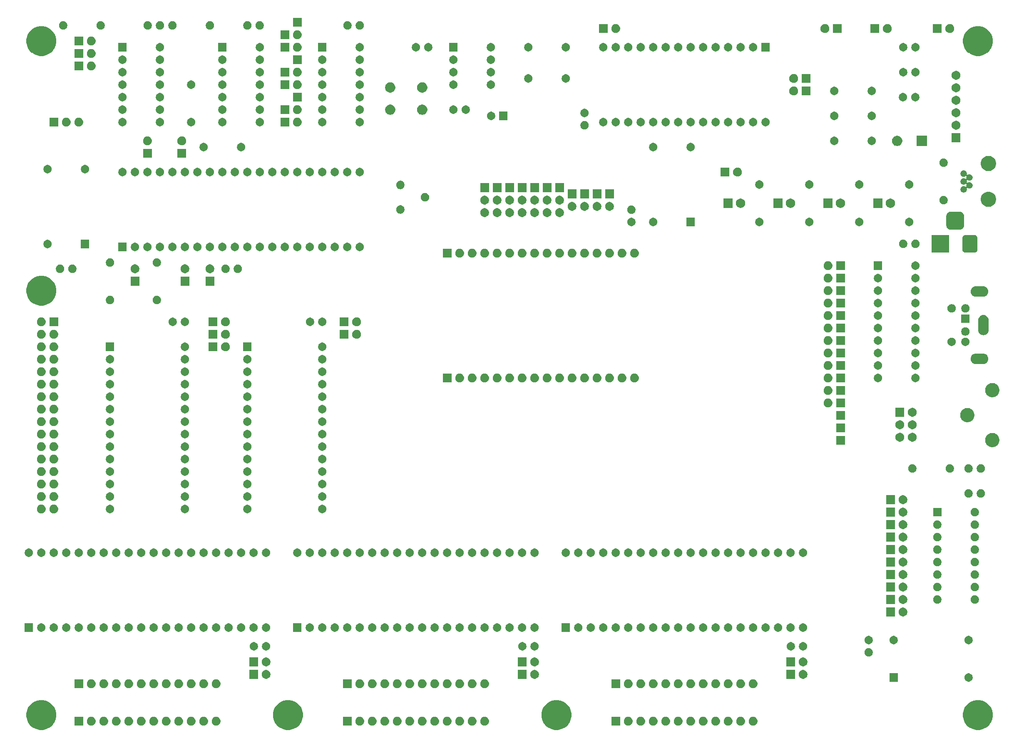
<source format=gbs>
G04 #@! TF.GenerationSoftware,KiCad,Pcbnew,(5.1.5)-3*
G04 #@! TF.CreationDate,2020-05-12T10:00:17-04:00*
G04 #@! TF.ProjectId,65C02_Computer,36354330-325f-4436-9f6d-70757465722e,rev?*
G04 #@! TF.SameCoordinates,Original*
G04 #@! TF.FileFunction,Soldermask,Bot*
G04 #@! TF.FilePolarity,Negative*
%FSLAX46Y46*%
G04 Gerber Fmt 4.6, Leading zero omitted, Abs format (unit mm)*
G04 Created by KiCad (PCBNEW (5.1.5)-3) date 2020-05-12 10:00:17*
%MOMM*%
%LPD*%
G04 APERTURE LIST*
%ADD10C,0.100000*%
G04 APERTURE END LIST*
D10*
G36*
X215519943Y-160896248D02*
G01*
X216075189Y-161126238D01*
X216075190Y-161126239D01*
X216574899Y-161460134D01*
X216999866Y-161885101D01*
X216999867Y-161885103D01*
X217333762Y-162384811D01*
X217563752Y-162940057D01*
X217681000Y-163529501D01*
X217681000Y-164130499D01*
X217563752Y-164719943D01*
X217333762Y-165275189D01*
X217275214Y-165362812D01*
X216999866Y-165774899D01*
X216574899Y-166199866D01*
X216323347Y-166367948D01*
X216075189Y-166533762D01*
X215519943Y-166763752D01*
X214930499Y-166881000D01*
X214329501Y-166881000D01*
X213740057Y-166763752D01*
X213184811Y-166533762D01*
X212936653Y-166367948D01*
X212685101Y-166199866D01*
X212260134Y-165774899D01*
X211984786Y-165362812D01*
X211926238Y-165275189D01*
X211696248Y-164719943D01*
X211579000Y-164130499D01*
X211579000Y-163529501D01*
X211696248Y-162940057D01*
X211926238Y-162384811D01*
X212260133Y-161885103D01*
X212260134Y-161885101D01*
X212685101Y-161460134D01*
X213184810Y-161126239D01*
X213184811Y-161126238D01*
X213740057Y-160896248D01*
X214329501Y-160779000D01*
X214930499Y-160779000D01*
X215519943Y-160896248D01*
G37*
G36*
X129794943Y-160896248D02*
G01*
X130350189Y-161126238D01*
X130350190Y-161126239D01*
X130849899Y-161460134D01*
X131274866Y-161885101D01*
X131274867Y-161885103D01*
X131608762Y-162384811D01*
X131838752Y-162940057D01*
X131956000Y-163529501D01*
X131956000Y-164130499D01*
X131838752Y-164719943D01*
X131608762Y-165275189D01*
X131550214Y-165362812D01*
X131274866Y-165774899D01*
X130849899Y-166199866D01*
X130598347Y-166367948D01*
X130350189Y-166533762D01*
X129794943Y-166763752D01*
X129205499Y-166881000D01*
X128604501Y-166881000D01*
X128015057Y-166763752D01*
X127459811Y-166533762D01*
X127211653Y-166367948D01*
X126960101Y-166199866D01*
X126535134Y-165774899D01*
X126259786Y-165362812D01*
X126201238Y-165275189D01*
X125971248Y-164719943D01*
X125854000Y-164130499D01*
X125854000Y-163529501D01*
X125971248Y-162940057D01*
X126201238Y-162384811D01*
X126535133Y-161885103D01*
X126535134Y-161885101D01*
X126960101Y-161460134D01*
X127459810Y-161126239D01*
X127459811Y-161126238D01*
X128015057Y-160896248D01*
X128604501Y-160779000D01*
X129205499Y-160779000D01*
X129794943Y-160896248D01*
G37*
G36*
X25019943Y-160896248D02*
G01*
X25575189Y-161126238D01*
X25575190Y-161126239D01*
X26074899Y-161460134D01*
X26499866Y-161885101D01*
X26499867Y-161885103D01*
X26833762Y-162384811D01*
X27063752Y-162940057D01*
X27181000Y-163529501D01*
X27181000Y-164130499D01*
X27063752Y-164719943D01*
X26833762Y-165275189D01*
X26775214Y-165362812D01*
X26499866Y-165774899D01*
X26074899Y-166199866D01*
X25823347Y-166367948D01*
X25575189Y-166533762D01*
X25019943Y-166763752D01*
X24430499Y-166881000D01*
X23829501Y-166881000D01*
X23240057Y-166763752D01*
X22684811Y-166533762D01*
X22436653Y-166367948D01*
X22185101Y-166199866D01*
X21760134Y-165774899D01*
X21484786Y-165362812D01*
X21426238Y-165275189D01*
X21196248Y-164719943D01*
X21079000Y-164130499D01*
X21079000Y-163529501D01*
X21196248Y-162940057D01*
X21426238Y-162384811D01*
X21760133Y-161885103D01*
X21760134Y-161885101D01*
X22185101Y-161460134D01*
X22684810Y-161126239D01*
X22684811Y-161126238D01*
X23240057Y-160896248D01*
X23829501Y-160779000D01*
X24430499Y-160779000D01*
X25019943Y-160896248D01*
G37*
G36*
X75184943Y-160896248D02*
G01*
X75740189Y-161126238D01*
X75740190Y-161126239D01*
X76239899Y-161460134D01*
X76664866Y-161885101D01*
X76664867Y-161885103D01*
X76998762Y-162384811D01*
X77228752Y-162940057D01*
X77346000Y-163529501D01*
X77346000Y-164130499D01*
X77228752Y-164719943D01*
X76998762Y-165275189D01*
X76940214Y-165362812D01*
X76664866Y-165774899D01*
X76239899Y-166199866D01*
X75988347Y-166367948D01*
X75740189Y-166533762D01*
X75184943Y-166763752D01*
X74595499Y-166881000D01*
X73994501Y-166881000D01*
X73405057Y-166763752D01*
X72849811Y-166533762D01*
X72601653Y-166367948D01*
X72350101Y-166199866D01*
X71925134Y-165774899D01*
X71649786Y-165362812D01*
X71591238Y-165275189D01*
X71361248Y-164719943D01*
X71244000Y-164130499D01*
X71244000Y-163529501D01*
X71361248Y-162940057D01*
X71591238Y-162384811D01*
X71925133Y-161885103D01*
X71925134Y-161885101D01*
X72350101Y-161460134D01*
X72849810Y-161126239D01*
X72849811Y-161126238D01*
X73405057Y-160896248D01*
X73994501Y-160779000D01*
X74595499Y-160779000D01*
X75184943Y-160896248D01*
G37*
G36*
X44563512Y-164203927D02*
G01*
X44712812Y-164233624D01*
X44876784Y-164301544D01*
X45024354Y-164400147D01*
X45149853Y-164525646D01*
X45248456Y-164673216D01*
X45316376Y-164837188D01*
X45351000Y-165011259D01*
X45351000Y-165188741D01*
X45316376Y-165362812D01*
X45248456Y-165526784D01*
X45149853Y-165674354D01*
X45024354Y-165799853D01*
X44876784Y-165898456D01*
X44712812Y-165966376D01*
X44563512Y-165996073D01*
X44538742Y-166001000D01*
X44361258Y-166001000D01*
X44336488Y-165996073D01*
X44187188Y-165966376D01*
X44023216Y-165898456D01*
X43875646Y-165799853D01*
X43750147Y-165674354D01*
X43651544Y-165526784D01*
X43583624Y-165362812D01*
X43549000Y-165188741D01*
X43549000Y-165011259D01*
X43583624Y-164837188D01*
X43651544Y-164673216D01*
X43750147Y-164525646D01*
X43875646Y-164400147D01*
X44023216Y-164301544D01*
X44187188Y-164233624D01*
X44336488Y-164203927D01*
X44361258Y-164199000D01*
X44538742Y-164199000D01*
X44563512Y-164203927D01*
G37*
G36*
X106793512Y-164203927D02*
G01*
X106942812Y-164233624D01*
X107106784Y-164301544D01*
X107254354Y-164400147D01*
X107379853Y-164525646D01*
X107478456Y-164673216D01*
X107546376Y-164837188D01*
X107581000Y-165011259D01*
X107581000Y-165188741D01*
X107546376Y-165362812D01*
X107478456Y-165526784D01*
X107379853Y-165674354D01*
X107254354Y-165799853D01*
X107106784Y-165898456D01*
X106942812Y-165966376D01*
X106793512Y-165996073D01*
X106768742Y-166001000D01*
X106591258Y-166001000D01*
X106566488Y-165996073D01*
X106417188Y-165966376D01*
X106253216Y-165898456D01*
X106105646Y-165799853D01*
X105980147Y-165674354D01*
X105881544Y-165526784D01*
X105813624Y-165362812D01*
X105779000Y-165188741D01*
X105779000Y-165011259D01*
X105813624Y-164837188D01*
X105881544Y-164673216D01*
X105980147Y-164525646D01*
X106105646Y-164400147D01*
X106253216Y-164301544D01*
X106417188Y-164233624D01*
X106566488Y-164203927D01*
X106591258Y-164199000D01*
X106768742Y-164199000D01*
X106793512Y-164203927D01*
G37*
G36*
X42023512Y-164203927D02*
G01*
X42172812Y-164233624D01*
X42336784Y-164301544D01*
X42484354Y-164400147D01*
X42609853Y-164525646D01*
X42708456Y-164673216D01*
X42776376Y-164837188D01*
X42811000Y-165011259D01*
X42811000Y-165188741D01*
X42776376Y-165362812D01*
X42708456Y-165526784D01*
X42609853Y-165674354D01*
X42484354Y-165799853D01*
X42336784Y-165898456D01*
X42172812Y-165966376D01*
X42023512Y-165996073D01*
X41998742Y-166001000D01*
X41821258Y-166001000D01*
X41796488Y-165996073D01*
X41647188Y-165966376D01*
X41483216Y-165898456D01*
X41335646Y-165799853D01*
X41210147Y-165674354D01*
X41111544Y-165526784D01*
X41043624Y-165362812D01*
X41009000Y-165188741D01*
X41009000Y-165011259D01*
X41043624Y-164837188D01*
X41111544Y-164673216D01*
X41210147Y-164525646D01*
X41335646Y-164400147D01*
X41483216Y-164301544D01*
X41647188Y-164233624D01*
X41796488Y-164203927D01*
X41821258Y-164199000D01*
X41998742Y-164199000D01*
X42023512Y-164203927D01*
G37*
G36*
X39483512Y-164203927D02*
G01*
X39632812Y-164233624D01*
X39796784Y-164301544D01*
X39944354Y-164400147D01*
X40069853Y-164525646D01*
X40168456Y-164673216D01*
X40236376Y-164837188D01*
X40271000Y-165011259D01*
X40271000Y-165188741D01*
X40236376Y-165362812D01*
X40168456Y-165526784D01*
X40069853Y-165674354D01*
X39944354Y-165799853D01*
X39796784Y-165898456D01*
X39632812Y-165966376D01*
X39483512Y-165996073D01*
X39458742Y-166001000D01*
X39281258Y-166001000D01*
X39256488Y-165996073D01*
X39107188Y-165966376D01*
X38943216Y-165898456D01*
X38795646Y-165799853D01*
X38670147Y-165674354D01*
X38571544Y-165526784D01*
X38503624Y-165362812D01*
X38469000Y-165188741D01*
X38469000Y-165011259D01*
X38503624Y-164837188D01*
X38571544Y-164673216D01*
X38670147Y-164525646D01*
X38795646Y-164400147D01*
X38943216Y-164301544D01*
X39107188Y-164233624D01*
X39256488Y-164203927D01*
X39281258Y-164199000D01*
X39458742Y-164199000D01*
X39483512Y-164203927D01*
G37*
G36*
X36943512Y-164203927D02*
G01*
X37092812Y-164233624D01*
X37256784Y-164301544D01*
X37404354Y-164400147D01*
X37529853Y-164525646D01*
X37628456Y-164673216D01*
X37696376Y-164837188D01*
X37731000Y-165011259D01*
X37731000Y-165188741D01*
X37696376Y-165362812D01*
X37628456Y-165526784D01*
X37529853Y-165674354D01*
X37404354Y-165799853D01*
X37256784Y-165898456D01*
X37092812Y-165966376D01*
X36943512Y-165996073D01*
X36918742Y-166001000D01*
X36741258Y-166001000D01*
X36716488Y-165996073D01*
X36567188Y-165966376D01*
X36403216Y-165898456D01*
X36255646Y-165799853D01*
X36130147Y-165674354D01*
X36031544Y-165526784D01*
X35963624Y-165362812D01*
X35929000Y-165188741D01*
X35929000Y-165011259D01*
X35963624Y-164837188D01*
X36031544Y-164673216D01*
X36130147Y-164525646D01*
X36255646Y-164400147D01*
X36403216Y-164301544D01*
X36567188Y-164233624D01*
X36716488Y-164203927D01*
X36741258Y-164199000D01*
X36918742Y-164199000D01*
X36943512Y-164203927D01*
G37*
G36*
X34403512Y-164203927D02*
G01*
X34552812Y-164233624D01*
X34716784Y-164301544D01*
X34864354Y-164400147D01*
X34989853Y-164525646D01*
X35088456Y-164673216D01*
X35156376Y-164837188D01*
X35191000Y-165011259D01*
X35191000Y-165188741D01*
X35156376Y-165362812D01*
X35088456Y-165526784D01*
X34989853Y-165674354D01*
X34864354Y-165799853D01*
X34716784Y-165898456D01*
X34552812Y-165966376D01*
X34403512Y-165996073D01*
X34378742Y-166001000D01*
X34201258Y-166001000D01*
X34176488Y-165996073D01*
X34027188Y-165966376D01*
X33863216Y-165898456D01*
X33715646Y-165799853D01*
X33590147Y-165674354D01*
X33491544Y-165526784D01*
X33423624Y-165362812D01*
X33389000Y-165188741D01*
X33389000Y-165011259D01*
X33423624Y-164837188D01*
X33491544Y-164673216D01*
X33590147Y-164525646D01*
X33715646Y-164400147D01*
X33863216Y-164301544D01*
X34027188Y-164233624D01*
X34176488Y-164203927D01*
X34201258Y-164199000D01*
X34378742Y-164199000D01*
X34403512Y-164203927D01*
G37*
G36*
X32651000Y-166001000D02*
G01*
X30849000Y-166001000D01*
X30849000Y-164199000D01*
X32651000Y-164199000D01*
X32651000Y-166001000D01*
G37*
G36*
X49643512Y-164203927D02*
G01*
X49792812Y-164233624D01*
X49956784Y-164301544D01*
X50104354Y-164400147D01*
X50229853Y-164525646D01*
X50328456Y-164673216D01*
X50396376Y-164837188D01*
X50431000Y-165011259D01*
X50431000Y-165188741D01*
X50396376Y-165362812D01*
X50328456Y-165526784D01*
X50229853Y-165674354D01*
X50104354Y-165799853D01*
X49956784Y-165898456D01*
X49792812Y-165966376D01*
X49643512Y-165996073D01*
X49618742Y-166001000D01*
X49441258Y-166001000D01*
X49416488Y-165996073D01*
X49267188Y-165966376D01*
X49103216Y-165898456D01*
X48955646Y-165799853D01*
X48830147Y-165674354D01*
X48731544Y-165526784D01*
X48663624Y-165362812D01*
X48629000Y-165188741D01*
X48629000Y-165011259D01*
X48663624Y-164837188D01*
X48731544Y-164673216D01*
X48830147Y-164525646D01*
X48955646Y-164400147D01*
X49103216Y-164301544D01*
X49267188Y-164233624D01*
X49416488Y-164203927D01*
X49441258Y-164199000D01*
X49618742Y-164199000D01*
X49643512Y-164203927D01*
G37*
G36*
X52183512Y-164203927D02*
G01*
X52332812Y-164233624D01*
X52496784Y-164301544D01*
X52644354Y-164400147D01*
X52769853Y-164525646D01*
X52868456Y-164673216D01*
X52936376Y-164837188D01*
X52971000Y-165011259D01*
X52971000Y-165188741D01*
X52936376Y-165362812D01*
X52868456Y-165526784D01*
X52769853Y-165674354D01*
X52644354Y-165799853D01*
X52496784Y-165898456D01*
X52332812Y-165966376D01*
X52183512Y-165996073D01*
X52158742Y-166001000D01*
X51981258Y-166001000D01*
X51956488Y-165996073D01*
X51807188Y-165966376D01*
X51643216Y-165898456D01*
X51495646Y-165799853D01*
X51370147Y-165674354D01*
X51271544Y-165526784D01*
X51203624Y-165362812D01*
X51169000Y-165188741D01*
X51169000Y-165011259D01*
X51203624Y-164837188D01*
X51271544Y-164673216D01*
X51370147Y-164525646D01*
X51495646Y-164400147D01*
X51643216Y-164301544D01*
X51807188Y-164233624D01*
X51956488Y-164203927D01*
X51981258Y-164199000D01*
X52158742Y-164199000D01*
X52183512Y-164203927D01*
G37*
G36*
X156323512Y-164203927D02*
G01*
X156472812Y-164233624D01*
X156636784Y-164301544D01*
X156784354Y-164400147D01*
X156909853Y-164525646D01*
X157008456Y-164673216D01*
X157076376Y-164837188D01*
X157111000Y-165011259D01*
X157111000Y-165188741D01*
X157076376Y-165362812D01*
X157008456Y-165526784D01*
X156909853Y-165674354D01*
X156784354Y-165799853D01*
X156636784Y-165898456D01*
X156472812Y-165966376D01*
X156323512Y-165996073D01*
X156298742Y-166001000D01*
X156121258Y-166001000D01*
X156096488Y-165996073D01*
X155947188Y-165966376D01*
X155783216Y-165898456D01*
X155635646Y-165799853D01*
X155510147Y-165674354D01*
X155411544Y-165526784D01*
X155343624Y-165362812D01*
X155309000Y-165188741D01*
X155309000Y-165011259D01*
X155343624Y-164837188D01*
X155411544Y-164673216D01*
X155510147Y-164525646D01*
X155635646Y-164400147D01*
X155783216Y-164301544D01*
X155947188Y-164233624D01*
X156096488Y-164203927D01*
X156121258Y-164199000D01*
X156298742Y-164199000D01*
X156323512Y-164203927D01*
G37*
G36*
X57263512Y-164203927D02*
G01*
X57412812Y-164233624D01*
X57576784Y-164301544D01*
X57724354Y-164400147D01*
X57849853Y-164525646D01*
X57948456Y-164673216D01*
X58016376Y-164837188D01*
X58051000Y-165011259D01*
X58051000Y-165188741D01*
X58016376Y-165362812D01*
X57948456Y-165526784D01*
X57849853Y-165674354D01*
X57724354Y-165799853D01*
X57576784Y-165898456D01*
X57412812Y-165966376D01*
X57263512Y-165996073D01*
X57238742Y-166001000D01*
X57061258Y-166001000D01*
X57036488Y-165996073D01*
X56887188Y-165966376D01*
X56723216Y-165898456D01*
X56575646Y-165799853D01*
X56450147Y-165674354D01*
X56351544Y-165526784D01*
X56283624Y-165362812D01*
X56249000Y-165188741D01*
X56249000Y-165011259D01*
X56283624Y-164837188D01*
X56351544Y-164673216D01*
X56450147Y-164525646D01*
X56575646Y-164400147D01*
X56723216Y-164301544D01*
X56887188Y-164233624D01*
X57036488Y-164203927D01*
X57061258Y-164199000D01*
X57238742Y-164199000D01*
X57263512Y-164203927D01*
G37*
G36*
X59803512Y-164203927D02*
G01*
X59952812Y-164233624D01*
X60116784Y-164301544D01*
X60264354Y-164400147D01*
X60389853Y-164525646D01*
X60488456Y-164673216D01*
X60556376Y-164837188D01*
X60591000Y-165011259D01*
X60591000Y-165188741D01*
X60556376Y-165362812D01*
X60488456Y-165526784D01*
X60389853Y-165674354D01*
X60264354Y-165799853D01*
X60116784Y-165898456D01*
X59952812Y-165966376D01*
X59803512Y-165996073D01*
X59778742Y-166001000D01*
X59601258Y-166001000D01*
X59576488Y-165996073D01*
X59427188Y-165966376D01*
X59263216Y-165898456D01*
X59115646Y-165799853D01*
X58990147Y-165674354D01*
X58891544Y-165526784D01*
X58823624Y-165362812D01*
X58789000Y-165188741D01*
X58789000Y-165011259D01*
X58823624Y-164837188D01*
X58891544Y-164673216D01*
X58990147Y-164525646D01*
X59115646Y-164400147D01*
X59263216Y-164301544D01*
X59427188Y-164233624D01*
X59576488Y-164203927D01*
X59601258Y-164199000D01*
X59778742Y-164199000D01*
X59803512Y-164203927D01*
G37*
G36*
X141871000Y-166001000D02*
G01*
X140069000Y-166001000D01*
X140069000Y-164199000D01*
X141871000Y-164199000D01*
X141871000Y-166001000D01*
G37*
G36*
X143623512Y-164203927D02*
G01*
X143772812Y-164233624D01*
X143936784Y-164301544D01*
X144084354Y-164400147D01*
X144209853Y-164525646D01*
X144308456Y-164673216D01*
X144376376Y-164837188D01*
X144411000Y-165011259D01*
X144411000Y-165188741D01*
X144376376Y-165362812D01*
X144308456Y-165526784D01*
X144209853Y-165674354D01*
X144084354Y-165799853D01*
X143936784Y-165898456D01*
X143772812Y-165966376D01*
X143623512Y-165996073D01*
X143598742Y-166001000D01*
X143421258Y-166001000D01*
X143396488Y-165996073D01*
X143247188Y-165966376D01*
X143083216Y-165898456D01*
X142935646Y-165799853D01*
X142810147Y-165674354D01*
X142711544Y-165526784D01*
X142643624Y-165362812D01*
X142609000Y-165188741D01*
X142609000Y-165011259D01*
X142643624Y-164837188D01*
X142711544Y-164673216D01*
X142810147Y-164525646D01*
X142935646Y-164400147D01*
X143083216Y-164301544D01*
X143247188Y-164233624D01*
X143396488Y-164203927D01*
X143421258Y-164199000D01*
X143598742Y-164199000D01*
X143623512Y-164203927D01*
G37*
G36*
X146163512Y-164203927D02*
G01*
X146312812Y-164233624D01*
X146476784Y-164301544D01*
X146624354Y-164400147D01*
X146749853Y-164525646D01*
X146848456Y-164673216D01*
X146916376Y-164837188D01*
X146951000Y-165011259D01*
X146951000Y-165188741D01*
X146916376Y-165362812D01*
X146848456Y-165526784D01*
X146749853Y-165674354D01*
X146624354Y-165799853D01*
X146476784Y-165898456D01*
X146312812Y-165966376D01*
X146163512Y-165996073D01*
X146138742Y-166001000D01*
X145961258Y-166001000D01*
X145936488Y-165996073D01*
X145787188Y-165966376D01*
X145623216Y-165898456D01*
X145475646Y-165799853D01*
X145350147Y-165674354D01*
X145251544Y-165526784D01*
X145183624Y-165362812D01*
X145149000Y-165188741D01*
X145149000Y-165011259D01*
X145183624Y-164837188D01*
X145251544Y-164673216D01*
X145350147Y-164525646D01*
X145475646Y-164400147D01*
X145623216Y-164301544D01*
X145787188Y-164233624D01*
X145936488Y-164203927D01*
X145961258Y-164199000D01*
X146138742Y-164199000D01*
X146163512Y-164203927D01*
G37*
G36*
X148703512Y-164203927D02*
G01*
X148852812Y-164233624D01*
X149016784Y-164301544D01*
X149164354Y-164400147D01*
X149289853Y-164525646D01*
X149388456Y-164673216D01*
X149456376Y-164837188D01*
X149491000Y-165011259D01*
X149491000Y-165188741D01*
X149456376Y-165362812D01*
X149388456Y-165526784D01*
X149289853Y-165674354D01*
X149164354Y-165799853D01*
X149016784Y-165898456D01*
X148852812Y-165966376D01*
X148703512Y-165996073D01*
X148678742Y-166001000D01*
X148501258Y-166001000D01*
X148476488Y-165996073D01*
X148327188Y-165966376D01*
X148163216Y-165898456D01*
X148015646Y-165799853D01*
X147890147Y-165674354D01*
X147791544Y-165526784D01*
X147723624Y-165362812D01*
X147689000Y-165188741D01*
X147689000Y-165011259D01*
X147723624Y-164837188D01*
X147791544Y-164673216D01*
X147890147Y-164525646D01*
X148015646Y-164400147D01*
X148163216Y-164301544D01*
X148327188Y-164233624D01*
X148476488Y-164203927D01*
X148501258Y-164199000D01*
X148678742Y-164199000D01*
X148703512Y-164203927D01*
G37*
G36*
X151243512Y-164203927D02*
G01*
X151392812Y-164233624D01*
X151556784Y-164301544D01*
X151704354Y-164400147D01*
X151829853Y-164525646D01*
X151928456Y-164673216D01*
X151996376Y-164837188D01*
X152031000Y-165011259D01*
X152031000Y-165188741D01*
X151996376Y-165362812D01*
X151928456Y-165526784D01*
X151829853Y-165674354D01*
X151704354Y-165799853D01*
X151556784Y-165898456D01*
X151392812Y-165966376D01*
X151243512Y-165996073D01*
X151218742Y-166001000D01*
X151041258Y-166001000D01*
X151016488Y-165996073D01*
X150867188Y-165966376D01*
X150703216Y-165898456D01*
X150555646Y-165799853D01*
X150430147Y-165674354D01*
X150331544Y-165526784D01*
X150263624Y-165362812D01*
X150229000Y-165188741D01*
X150229000Y-165011259D01*
X150263624Y-164837188D01*
X150331544Y-164673216D01*
X150430147Y-164525646D01*
X150555646Y-164400147D01*
X150703216Y-164301544D01*
X150867188Y-164233624D01*
X151016488Y-164203927D01*
X151041258Y-164199000D01*
X151218742Y-164199000D01*
X151243512Y-164203927D01*
G37*
G36*
X153783512Y-164203927D02*
G01*
X153932812Y-164233624D01*
X154096784Y-164301544D01*
X154244354Y-164400147D01*
X154369853Y-164525646D01*
X154468456Y-164673216D01*
X154536376Y-164837188D01*
X154571000Y-165011259D01*
X154571000Y-165188741D01*
X154536376Y-165362812D01*
X154468456Y-165526784D01*
X154369853Y-165674354D01*
X154244354Y-165799853D01*
X154096784Y-165898456D01*
X153932812Y-165966376D01*
X153783512Y-165996073D01*
X153758742Y-166001000D01*
X153581258Y-166001000D01*
X153556488Y-165996073D01*
X153407188Y-165966376D01*
X153243216Y-165898456D01*
X153095646Y-165799853D01*
X152970147Y-165674354D01*
X152871544Y-165526784D01*
X152803624Y-165362812D01*
X152769000Y-165188741D01*
X152769000Y-165011259D01*
X152803624Y-164837188D01*
X152871544Y-164673216D01*
X152970147Y-164525646D01*
X153095646Y-164400147D01*
X153243216Y-164301544D01*
X153407188Y-164233624D01*
X153556488Y-164203927D01*
X153581258Y-164199000D01*
X153758742Y-164199000D01*
X153783512Y-164203927D01*
G37*
G36*
X94093512Y-164203927D02*
G01*
X94242812Y-164233624D01*
X94406784Y-164301544D01*
X94554354Y-164400147D01*
X94679853Y-164525646D01*
X94778456Y-164673216D01*
X94846376Y-164837188D01*
X94881000Y-165011259D01*
X94881000Y-165188741D01*
X94846376Y-165362812D01*
X94778456Y-165526784D01*
X94679853Y-165674354D01*
X94554354Y-165799853D01*
X94406784Y-165898456D01*
X94242812Y-165966376D01*
X94093512Y-165996073D01*
X94068742Y-166001000D01*
X93891258Y-166001000D01*
X93866488Y-165996073D01*
X93717188Y-165966376D01*
X93553216Y-165898456D01*
X93405646Y-165799853D01*
X93280147Y-165674354D01*
X93181544Y-165526784D01*
X93113624Y-165362812D01*
X93079000Y-165188741D01*
X93079000Y-165011259D01*
X93113624Y-164837188D01*
X93181544Y-164673216D01*
X93280147Y-164525646D01*
X93405646Y-164400147D01*
X93553216Y-164301544D01*
X93717188Y-164233624D01*
X93866488Y-164203927D01*
X93891258Y-164199000D01*
X94068742Y-164199000D01*
X94093512Y-164203927D01*
G37*
G36*
X54723512Y-164203927D02*
G01*
X54872812Y-164233624D01*
X55036784Y-164301544D01*
X55184354Y-164400147D01*
X55309853Y-164525646D01*
X55408456Y-164673216D01*
X55476376Y-164837188D01*
X55511000Y-165011259D01*
X55511000Y-165188741D01*
X55476376Y-165362812D01*
X55408456Y-165526784D01*
X55309853Y-165674354D01*
X55184354Y-165799853D01*
X55036784Y-165898456D01*
X54872812Y-165966376D01*
X54723512Y-165996073D01*
X54698742Y-166001000D01*
X54521258Y-166001000D01*
X54496488Y-165996073D01*
X54347188Y-165966376D01*
X54183216Y-165898456D01*
X54035646Y-165799853D01*
X53910147Y-165674354D01*
X53811544Y-165526784D01*
X53743624Y-165362812D01*
X53709000Y-165188741D01*
X53709000Y-165011259D01*
X53743624Y-164837188D01*
X53811544Y-164673216D01*
X53910147Y-164525646D01*
X54035646Y-164400147D01*
X54183216Y-164301544D01*
X54347188Y-164233624D01*
X54496488Y-164203927D01*
X54521258Y-164199000D01*
X54698742Y-164199000D01*
X54723512Y-164203927D01*
G37*
G36*
X158863512Y-164203927D02*
G01*
X159012812Y-164233624D01*
X159176784Y-164301544D01*
X159324354Y-164400147D01*
X159449853Y-164525646D01*
X159548456Y-164673216D01*
X159616376Y-164837188D01*
X159651000Y-165011259D01*
X159651000Y-165188741D01*
X159616376Y-165362812D01*
X159548456Y-165526784D01*
X159449853Y-165674354D01*
X159324354Y-165799853D01*
X159176784Y-165898456D01*
X159012812Y-165966376D01*
X158863512Y-165996073D01*
X158838742Y-166001000D01*
X158661258Y-166001000D01*
X158636488Y-165996073D01*
X158487188Y-165966376D01*
X158323216Y-165898456D01*
X158175646Y-165799853D01*
X158050147Y-165674354D01*
X157951544Y-165526784D01*
X157883624Y-165362812D01*
X157849000Y-165188741D01*
X157849000Y-165011259D01*
X157883624Y-164837188D01*
X157951544Y-164673216D01*
X158050147Y-164525646D01*
X158175646Y-164400147D01*
X158323216Y-164301544D01*
X158487188Y-164233624D01*
X158636488Y-164203927D01*
X158661258Y-164199000D01*
X158838742Y-164199000D01*
X158863512Y-164203927D01*
G37*
G36*
X161403512Y-164203927D02*
G01*
X161552812Y-164233624D01*
X161716784Y-164301544D01*
X161864354Y-164400147D01*
X161989853Y-164525646D01*
X162088456Y-164673216D01*
X162156376Y-164837188D01*
X162191000Y-165011259D01*
X162191000Y-165188741D01*
X162156376Y-165362812D01*
X162088456Y-165526784D01*
X161989853Y-165674354D01*
X161864354Y-165799853D01*
X161716784Y-165898456D01*
X161552812Y-165966376D01*
X161403512Y-165996073D01*
X161378742Y-166001000D01*
X161201258Y-166001000D01*
X161176488Y-165996073D01*
X161027188Y-165966376D01*
X160863216Y-165898456D01*
X160715646Y-165799853D01*
X160590147Y-165674354D01*
X160491544Y-165526784D01*
X160423624Y-165362812D01*
X160389000Y-165188741D01*
X160389000Y-165011259D01*
X160423624Y-164837188D01*
X160491544Y-164673216D01*
X160590147Y-164525646D01*
X160715646Y-164400147D01*
X160863216Y-164301544D01*
X161027188Y-164233624D01*
X161176488Y-164203927D01*
X161201258Y-164199000D01*
X161378742Y-164199000D01*
X161403512Y-164203927D01*
G37*
G36*
X163943512Y-164203927D02*
G01*
X164092812Y-164233624D01*
X164256784Y-164301544D01*
X164404354Y-164400147D01*
X164529853Y-164525646D01*
X164628456Y-164673216D01*
X164696376Y-164837188D01*
X164731000Y-165011259D01*
X164731000Y-165188741D01*
X164696376Y-165362812D01*
X164628456Y-165526784D01*
X164529853Y-165674354D01*
X164404354Y-165799853D01*
X164256784Y-165898456D01*
X164092812Y-165966376D01*
X163943512Y-165996073D01*
X163918742Y-166001000D01*
X163741258Y-166001000D01*
X163716488Y-165996073D01*
X163567188Y-165966376D01*
X163403216Y-165898456D01*
X163255646Y-165799853D01*
X163130147Y-165674354D01*
X163031544Y-165526784D01*
X162963624Y-165362812D01*
X162929000Y-165188741D01*
X162929000Y-165011259D01*
X162963624Y-164837188D01*
X163031544Y-164673216D01*
X163130147Y-164525646D01*
X163255646Y-164400147D01*
X163403216Y-164301544D01*
X163567188Y-164233624D01*
X163716488Y-164203927D01*
X163741258Y-164199000D01*
X163918742Y-164199000D01*
X163943512Y-164203927D01*
G37*
G36*
X166483512Y-164203927D02*
G01*
X166632812Y-164233624D01*
X166796784Y-164301544D01*
X166944354Y-164400147D01*
X167069853Y-164525646D01*
X167168456Y-164673216D01*
X167236376Y-164837188D01*
X167271000Y-165011259D01*
X167271000Y-165188741D01*
X167236376Y-165362812D01*
X167168456Y-165526784D01*
X167069853Y-165674354D01*
X166944354Y-165799853D01*
X166796784Y-165898456D01*
X166632812Y-165966376D01*
X166483512Y-165996073D01*
X166458742Y-166001000D01*
X166281258Y-166001000D01*
X166256488Y-165996073D01*
X166107188Y-165966376D01*
X165943216Y-165898456D01*
X165795646Y-165799853D01*
X165670147Y-165674354D01*
X165571544Y-165526784D01*
X165503624Y-165362812D01*
X165469000Y-165188741D01*
X165469000Y-165011259D01*
X165503624Y-164837188D01*
X165571544Y-164673216D01*
X165670147Y-164525646D01*
X165795646Y-164400147D01*
X165943216Y-164301544D01*
X166107188Y-164233624D01*
X166256488Y-164203927D01*
X166281258Y-164199000D01*
X166458742Y-164199000D01*
X166483512Y-164203927D01*
G37*
G36*
X169023512Y-164203927D02*
G01*
X169172812Y-164233624D01*
X169336784Y-164301544D01*
X169484354Y-164400147D01*
X169609853Y-164525646D01*
X169708456Y-164673216D01*
X169776376Y-164837188D01*
X169811000Y-165011259D01*
X169811000Y-165188741D01*
X169776376Y-165362812D01*
X169708456Y-165526784D01*
X169609853Y-165674354D01*
X169484354Y-165799853D01*
X169336784Y-165898456D01*
X169172812Y-165966376D01*
X169023512Y-165996073D01*
X168998742Y-166001000D01*
X168821258Y-166001000D01*
X168796488Y-165996073D01*
X168647188Y-165966376D01*
X168483216Y-165898456D01*
X168335646Y-165799853D01*
X168210147Y-165674354D01*
X168111544Y-165526784D01*
X168043624Y-165362812D01*
X168009000Y-165188741D01*
X168009000Y-165011259D01*
X168043624Y-164837188D01*
X168111544Y-164673216D01*
X168210147Y-164525646D01*
X168335646Y-164400147D01*
X168483216Y-164301544D01*
X168647188Y-164233624D01*
X168796488Y-164203927D01*
X168821258Y-164199000D01*
X168998742Y-164199000D01*
X169023512Y-164203927D01*
G37*
G36*
X114413512Y-164203927D02*
G01*
X114562812Y-164233624D01*
X114726784Y-164301544D01*
X114874354Y-164400147D01*
X114999853Y-164525646D01*
X115098456Y-164673216D01*
X115166376Y-164837188D01*
X115201000Y-165011259D01*
X115201000Y-165188741D01*
X115166376Y-165362812D01*
X115098456Y-165526784D01*
X114999853Y-165674354D01*
X114874354Y-165799853D01*
X114726784Y-165898456D01*
X114562812Y-165966376D01*
X114413512Y-165996073D01*
X114388742Y-166001000D01*
X114211258Y-166001000D01*
X114186488Y-165996073D01*
X114037188Y-165966376D01*
X113873216Y-165898456D01*
X113725646Y-165799853D01*
X113600147Y-165674354D01*
X113501544Y-165526784D01*
X113433624Y-165362812D01*
X113399000Y-165188741D01*
X113399000Y-165011259D01*
X113433624Y-164837188D01*
X113501544Y-164673216D01*
X113600147Y-164525646D01*
X113725646Y-164400147D01*
X113873216Y-164301544D01*
X114037188Y-164233624D01*
X114186488Y-164203927D01*
X114211258Y-164199000D01*
X114388742Y-164199000D01*
X114413512Y-164203927D01*
G37*
G36*
X87261000Y-166001000D02*
G01*
X85459000Y-166001000D01*
X85459000Y-164199000D01*
X87261000Y-164199000D01*
X87261000Y-166001000D01*
G37*
G36*
X111873512Y-164203927D02*
G01*
X112022812Y-164233624D01*
X112186784Y-164301544D01*
X112334354Y-164400147D01*
X112459853Y-164525646D01*
X112558456Y-164673216D01*
X112626376Y-164837188D01*
X112661000Y-165011259D01*
X112661000Y-165188741D01*
X112626376Y-165362812D01*
X112558456Y-165526784D01*
X112459853Y-165674354D01*
X112334354Y-165799853D01*
X112186784Y-165898456D01*
X112022812Y-165966376D01*
X111873512Y-165996073D01*
X111848742Y-166001000D01*
X111671258Y-166001000D01*
X111646488Y-165996073D01*
X111497188Y-165966376D01*
X111333216Y-165898456D01*
X111185646Y-165799853D01*
X111060147Y-165674354D01*
X110961544Y-165526784D01*
X110893624Y-165362812D01*
X110859000Y-165188741D01*
X110859000Y-165011259D01*
X110893624Y-164837188D01*
X110961544Y-164673216D01*
X111060147Y-164525646D01*
X111185646Y-164400147D01*
X111333216Y-164301544D01*
X111497188Y-164233624D01*
X111646488Y-164203927D01*
X111671258Y-164199000D01*
X111848742Y-164199000D01*
X111873512Y-164203927D01*
G37*
G36*
X91553512Y-164203927D02*
G01*
X91702812Y-164233624D01*
X91866784Y-164301544D01*
X92014354Y-164400147D01*
X92139853Y-164525646D01*
X92238456Y-164673216D01*
X92306376Y-164837188D01*
X92341000Y-165011259D01*
X92341000Y-165188741D01*
X92306376Y-165362812D01*
X92238456Y-165526784D01*
X92139853Y-165674354D01*
X92014354Y-165799853D01*
X91866784Y-165898456D01*
X91702812Y-165966376D01*
X91553512Y-165996073D01*
X91528742Y-166001000D01*
X91351258Y-166001000D01*
X91326488Y-165996073D01*
X91177188Y-165966376D01*
X91013216Y-165898456D01*
X90865646Y-165799853D01*
X90740147Y-165674354D01*
X90641544Y-165526784D01*
X90573624Y-165362812D01*
X90539000Y-165188741D01*
X90539000Y-165011259D01*
X90573624Y-164837188D01*
X90641544Y-164673216D01*
X90740147Y-164525646D01*
X90865646Y-164400147D01*
X91013216Y-164301544D01*
X91177188Y-164233624D01*
X91326488Y-164203927D01*
X91351258Y-164199000D01*
X91528742Y-164199000D01*
X91553512Y-164203927D01*
G37*
G36*
X104253512Y-164203927D02*
G01*
X104402812Y-164233624D01*
X104566784Y-164301544D01*
X104714354Y-164400147D01*
X104839853Y-164525646D01*
X104938456Y-164673216D01*
X105006376Y-164837188D01*
X105041000Y-165011259D01*
X105041000Y-165188741D01*
X105006376Y-165362812D01*
X104938456Y-165526784D01*
X104839853Y-165674354D01*
X104714354Y-165799853D01*
X104566784Y-165898456D01*
X104402812Y-165966376D01*
X104253512Y-165996073D01*
X104228742Y-166001000D01*
X104051258Y-166001000D01*
X104026488Y-165996073D01*
X103877188Y-165966376D01*
X103713216Y-165898456D01*
X103565646Y-165799853D01*
X103440147Y-165674354D01*
X103341544Y-165526784D01*
X103273624Y-165362812D01*
X103239000Y-165188741D01*
X103239000Y-165011259D01*
X103273624Y-164837188D01*
X103341544Y-164673216D01*
X103440147Y-164525646D01*
X103565646Y-164400147D01*
X103713216Y-164301544D01*
X103877188Y-164233624D01*
X104026488Y-164203927D01*
X104051258Y-164199000D01*
X104228742Y-164199000D01*
X104253512Y-164203927D01*
G37*
G36*
X101713512Y-164203927D02*
G01*
X101862812Y-164233624D01*
X102026784Y-164301544D01*
X102174354Y-164400147D01*
X102299853Y-164525646D01*
X102398456Y-164673216D01*
X102466376Y-164837188D01*
X102501000Y-165011259D01*
X102501000Y-165188741D01*
X102466376Y-165362812D01*
X102398456Y-165526784D01*
X102299853Y-165674354D01*
X102174354Y-165799853D01*
X102026784Y-165898456D01*
X101862812Y-165966376D01*
X101713512Y-165996073D01*
X101688742Y-166001000D01*
X101511258Y-166001000D01*
X101486488Y-165996073D01*
X101337188Y-165966376D01*
X101173216Y-165898456D01*
X101025646Y-165799853D01*
X100900147Y-165674354D01*
X100801544Y-165526784D01*
X100733624Y-165362812D01*
X100699000Y-165188741D01*
X100699000Y-165011259D01*
X100733624Y-164837188D01*
X100801544Y-164673216D01*
X100900147Y-164525646D01*
X101025646Y-164400147D01*
X101173216Y-164301544D01*
X101337188Y-164233624D01*
X101486488Y-164203927D01*
X101511258Y-164199000D01*
X101688742Y-164199000D01*
X101713512Y-164203927D01*
G37*
G36*
X47103512Y-164203927D02*
G01*
X47252812Y-164233624D01*
X47416784Y-164301544D01*
X47564354Y-164400147D01*
X47689853Y-164525646D01*
X47788456Y-164673216D01*
X47856376Y-164837188D01*
X47891000Y-165011259D01*
X47891000Y-165188741D01*
X47856376Y-165362812D01*
X47788456Y-165526784D01*
X47689853Y-165674354D01*
X47564354Y-165799853D01*
X47416784Y-165898456D01*
X47252812Y-165966376D01*
X47103512Y-165996073D01*
X47078742Y-166001000D01*
X46901258Y-166001000D01*
X46876488Y-165996073D01*
X46727188Y-165966376D01*
X46563216Y-165898456D01*
X46415646Y-165799853D01*
X46290147Y-165674354D01*
X46191544Y-165526784D01*
X46123624Y-165362812D01*
X46089000Y-165188741D01*
X46089000Y-165011259D01*
X46123624Y-164837188D01*
X46191544Y-164673216D01*
X46290147Y-164525646D01*
X46415646Y-164400147D01*
X46563216Y-164301544D01*
X46727188Y-164233624D01*
X46876488Y-164203927D01*
X46901258Y-164199000D01*
X47078742Y-164199000D01*
X47103512Y-164203927D01*
G37*
G36*
X89013512Y-164203927D02*
G01*
X89162812Y-164233624D01*
X89326784Y-164301544D01*
X89474354Y-164400147D01*
X89599853Y-164525646D01*
X89698456Y-164673216D01*
X89766376Y-164837188D01*
X89801000Y-165011259D01*
X89801000Y-165188741D01*
X89766376Y-165362812D01*
X89698456Y-165526784D01*
X89599853Y-165674354D01*
X89474354Y-165799853D01*
X89326784Y-165898456D01*
X89162812Y-165966376D01*
X89013512Y-165996073D01*
X88988742Y-166001000D01*
X88811258Y-166001000D01*
X88786488Y-165996073D01*
X88637188Y-165966376D01*
X88473216Y-165898456D01*
X88325646Y-165799853D01*
X88200147Y-165674354D01*
X88101544Y-165526784D01*
X88033624Y-165362812D01*
X87999000Y-165188741D01*
X87999000Y-165011259D01*
X88033624Y-164837188D01*
X88101544Y-164673216D01*
X88200147Y-164525646D01*
X88325646Y-164400147D01*
X88473216Y-164301544D01*
X88637188Y-164233624D01*
X88786488Y-164203927D01*
X88811258Y-164199000D01*
X88988742Y-164199000D01*
X89013512Y-164203927D01*
G37*
G36*
X99173512Y-164203927D02*
G01*
X99322812Y-164233624D01*
X99486784Y-164301544D01*
X99634354Y-164400147D01*
X99759853Y-164525646D01*
X99858456Y-164673216D01*
X99926376Y-164837188D01*
X99961000Y-165011259D01*
X99961000Y-165188741D01*
X99926376Y-165362812D01*
X99858456Y-165526784D01*
X99759853Y-165674354D01*
X99634354Y-165799853D01*
X99486784Y-165898456D01*
X99322812Y-165966376D01*
X99173512Y-165996073D01*
X99148742Y-166001000D01*
X98971258Y-166001000D01*
X98946488Y-165996073D01*
X98797188Y-165966376D01*
X98633216Y-165898456D01*
X98485646Y-165799853D01*
X98360147Y-165674354D01*
X98261544Y-165526784D01*
X98193624Y-165362812D01*
X98159000Y-165188741D01*
X98159000Y-165011259D01*
X98193624Y-164837188D01*
X98261544Y-164673216D01*
X98360147Y-164525646D01*
X98485646Y-164400147D01*
X98633216Y-164301544D01*
X98797188Y-164233624D01*
X98946488Y-164203927D01*
X98971258Y-164199000D01*
X99148742Y-164199000D01*
X99173512Y-164203927D01*
G37*
G36*
X96633512Y-164203927D02*
G01*
X96782812Y-164233624D01*
X96946784Y-164301544D01*
X97094354Y-164400147D01*
X97219853Y-164525646D01*
X97318456Y-164673216D01*
X97386376Y-164837188D01*
X97421000Y-165011259D01*
X97421000Y-165188741D01*
X97386376Y-165362812D01*
X97318456Y-165526784D01*
X97219853Y-165674354D01*
X97094354Y-165799853D01*
X96946784Y-165898456D01*
X96782812Y-165966376D01*
X96633512Y-165996073D01*
X96608742Y-166001000D01*
X96431258Y-166001000D01*
X96406488Y-165996073D01*
X96257188Y-165966376D01*
X96093216Y-165898456D01*
X95945646Y-165799853D01*
X95820147Y-165674354D01*
X95721544Y-165526784D01*
X95653624Y-165362812D01*
X95619000Y-165188741D01*
X95619000Y-165011259D01*
X95653624Y-164837188D01*
X95721544Y-164673216D01*
X95820147Y-164525646D01*
X95945646Y-164400147D01*
X96093216Y-164301544D01*
X96257188Y-164233624D01*
X96406488Y-164203927D01*
X96431258Y-164199000D01*
X96608742Y-164199000D01*
X96633512Y-164203927D01*
G37*
G36*
X109333512Y-164203927D02*
G01*
X109482812Y-164233624D01*
X109646784Y-164301544D01*
X109794354Y-164400147D01*
X109919853Y-164525646D01*
X110018456Y-164673216D01*
X110086376Y-164837188D01*
X110121000Y-165011259D01*
X110121000Y-165188741D01*
X110086376Y-165362812D01*
X110018456Y-165526784D01*
X109919853Y-165674354D01*
X109794354Y-165799853D01*
X109646784Y-165898456D01*
X109482812Y-165966376D01*
X109333512Y-165996073D01*
X109308742Y-166001000D01*
X109131258Y-166001000D01*
X109106488Y-165996073D01*
X108957188Y-165966376D01*
X108793216Y-165898456D01*
X108645646Y-165799853D01*
X108520147Y-165674354D01*
X108421544Y-165526784D01*
X108353624Y-165362812D01*
X108319000Y-165188741D01*
X108319000Y-165011259D01*
X108353624Y-164837188D01*
X108421544Y-164673216D01*
X108520147Y-164525646D01*
X108645646Y-164400147D01*
X108793216Y-164301544D01*
X108957188Y-164233624D01*
X109106488Y-164203927D01*
X109131258Y-164199000D01*
X109308742Y-164199000D01*
X109333512Y-164203927D01*
G37*
G36*
X156323512Y-156583927D02*
G01*
X156472812Y-156613624D01*
X156636784Y-156681544D01*
X156784354Y-156780147D01*
X156909853Y-156905646D01*
X157008456Y-157053216D01*
X157076376Y-157217188D01*
X157111000Y-157391259D01*
X157111000Y-157568741D01*
X157076376Y-157742812D01*
X157008456Y-157906784D01*
X156909853Y-158054354D01*
X156784354Y-158179853D01*
X156636784Y-158278456D01*
X156472812Y-158346376D01*
X156323512Y-158376073D01*
X156298742Y-158381000D01*
X156121258Y-158381000D01*
X156096488Y-158376073D01*
X155947188Y-158346376D01*
X155783216Y-158278456D01*
X155635646Y-158179853D01*
X155510147Y-158054354D01*
X155411544Y-157906784D01*
X155343624Y-157742812D01*
X155309000Y-157568741D01*
X155309000Y-157391259D01*
X155343624Y-157217188D01*
X155411544Y-157053216D01*
X155510147Y-156905646D01*
X155635646Y-156780147D01*
X155783216Y-156681544D01*
X155947188Y-156613624D01*
X156096488Y-156583927D01*
X156121258Y-156579000D01*
X156298742Y-156579000D01*
X156323512Y-156583927D01*
G37*
G36*
X151243512Y-156583927D02*
G01*
X151392812Y-156613624D01*
X151556784Y-156681544D01*
X151704354Y-156780147D01*
X151829853Y-156905646D01*
X151928456Y-157053216D01*
X151996376Y-157217188D01*
X152031000Y-157391259D01*
X152031000Y-157568741D01*
X151996376Y-157742812D01*
X151928456Y-157906784D01*
X151829853Y-158054354D01*
X151704354Y-158179853D01*
X151556784Y-158278456D01*
X151392812Y-158346376D01*
X151243512Y-158376073D01*
X151218742Y-158381000D01*
X151041258Y-158381000D01*
X151016488Y-158376073D01*
X150867188Y-158346376D01*
X150703216Y-158278456D01*
X150555646Y-158179853D01*
X150430147Y-158054354D01*
X150331544Y-157906784D01*
X150263624Y-157742812D01*
X150229000Y-157568741D01*
X150229000Y-157391259D01*
X150263624Y-157217188D01*
X150331544Y-157053216D01*
X150430147Y-156905646D01*
X150555646Y-156780147D01*
X150703216Y-156681544D01*
X150867188Y-156613624D01*
X151016488Y-156583927D01*
X151041258Y-156579000D01*
X151218742Y-156579000D01*
X151243512Y-156583927D01*
G37*
G36*
X148703512Y-156583927D02*
G01*
X148852812Y-156613624D01*
X149016784Y-156681544D01*
X149164354Y-156780147D01*
X149289853Y-156905646D01*
X149388456Y-157053216D01*
X149456376Y-157217188D01*
X149491000Y-157391259D01*
X149491000Y-157568741D01*
X149456376Y-157742812D01*
X149388456Y-157906784D01*
X149289853Y-158054354D01*
X149164354Y-158179853D01*
X149016784Y-158278456D01*
X148852812Y-158346376D01*
X148703512Y-158376073D01*
X148678742Y-158381000D01*
X148501258Y-158381000D01*
X148476488Y-158376073D01*
X148327188Y-158346376D01*
X148163216Y-158278456D01*
X148015646Y-158179853D01*
X147890147Y-158054354D01*
X147791544Y-157906784D01*
X147723624Y-157742812D01*
X147689000Y-157568741D01*
X147689000Y-157391259D01*
X147723624Y-157217188D01*
X147791544Y-157053216D01*
X147890147Y-156905646D01*
X148015646Y-156780147D01*
X148163216Y-156681544D01*
X148327188Y-156613624D01*
X148476488Y-156583927D01*
X148501258Y-156579000D01*
X148678742Y-156579000D01*
X148703512Y-156583927D01*
G37*
G36*
X39483512Y-156583927D02*
G01*
X39632812Y-156613624D01*
X39796784Y-156681544D01*
X39944354Y-156780147D01*
X40069853Y-156905646D01*
X40168456Y-157053216D01*
X40236376Y-157217188D01*
X40271000Y-157391259D01*
X40271000Y-157568741D01*
X40236376Y-157742812D01*
X40168456Y-157906784D01*
X40069853Y-158054354D01*
X39944354Y-158179853D01*
X39796784Y-158278456D01*
X39632812Y-158346376D01*
X39483512Y-158376073D01*
X39458742Y-158381000D01*
X39281258Y-158381000D01*
X39256488Y-158376073D01*
X39107188Y-158346376D01*
X38943216Y-158278456D01*
X38795646Y-158179853D01*
X38670147Y-158054354D01*
X38571544Y-157906784D01*
X38503624Y-157742812D01*
X38469000Y-157568741D01*
X38469000Y-157391259D01*
X38503624Y-157217188D01*
X38571544Y-157053216D01*
X38670147Y-156905646D01*
X38795646Y-156780147D01*
X38943216Y-156681544D01*
X39107188Y-156613624D01*
X39256488Y-156583927D01*
X39281258Y-156579000D01*
X39458742Y-156579000D01*
X39483512Y-156583927D01*
G37*
G36*
X143623512Y-156583927D02*
G01*
X143772812Y-156613624D01*
X143936784Y-156681544D01*
X144084354Y-156780147D01*
X144209853Y-156905646D01*
X144308456Y-157053216D01*
X144376376Y-157217188D01*
X144411000Y-157391259D01*
X144411000Y-157568741D01*
X144376376Y-157742812D01*
X144308456Y-157906784D01*
X144209853Y-158054354D01*
X144084354Y-158179853D01*
X143936784Y-158278456D01*
X143772812Y-158346376D01*
X143623512Y-158376073D01*
X143598742Y-158381000D01*
X143421258Y-158381000D01*
X143396488Y-158376073D01*
X143247188Y-158346376D01*
X143083216Y-158278456D01*
X142935646Y-158179853D01*
X142810147Y-158054354D01*
X142711544Y-157906784D01*
X142643624Y-157742812D01*
X142609000Y-157568741D01*
X142609000Y-157391259D01*
X142643624Y-157217188D01*
X142711544Y-157053216D01*
X142810147Y-156905646D01*
X142935646Y-156780147D01*
X143083216Y-156681544D01*
X143247188Y-156613624D01*
X143396488Y-156583927D01*
X143421258Y-156579000D01*
X143598742Y-156579000D01*
X143623512Y-156583927D01*
G37*
G36*
X141871000Y-158381000D02*
G01*
X140069000Y-158381000D01*
X140069000Y-156579000D01*
X141871000Y-156579000D01*
X141871000Y-158381000D01*
G37*
G36*
X111873512Y-156583927D02*
G01*
X112022812Y-156613624D01*
X112186784Y-156681544D01*
X112334354Y-156780147D01*
X112459853Y-156905646D01*
X112558456Y-157053216D01*
X112626376Y-157217188D01*
X112661000Y-157391259D01*
X112661000Y-157568741D01*
X112626376Y-157742812D01*
X112558456Y-157906784D01*
X112459853Y-158054354D01*
X112334354Y-158179853D01*
X112186784Y-158278456D01*
X112022812Y-158346376D01*
X111873512Y-158376073D01*
X111848742Y-158381000D01*
X111671258Y-158381000D01*
X111646488Y-158376073D01*
X111497188Y-158346376D01*
X111333216Y-158278456D01*
X111185646Y-158179853D01*
X111060147Y-158054354D01*
X110961544Y-157906784D01*
X110893624Y-157742812D01*
X110859000Y-157568741D01*
X110859000Y-157391259D01*
X110893624Y-157217188D01*
X110961544Y-157053216D01*
X111060147Y-156905646D01*
X111185646Y-156780147D01*
X111333216Y-156681544D01*
X111497188Y-156613624D01*
X111646488Y-156583927D01*
X111671258Y-156579000D01*
X111848742Y-156579000D01*
X111873512Y-156583927D01*
G37*
G36*
X109333512Y-156583927D02*
G01*
X109482812Y-156613624D01*
X109646784Y-156681544D01*
X109794354Y-156780147D01*
X109919853Y-156905646D01*
X110018456Y-157053216D01*
X110086376Y-157217188D01*
X110121000Y-157391259D01*
X110121000Y-157568741D01*
X110086376Y-157742812D01*
X110018456Y-157906784D01*
X109919853Y-158054354D01*
X109794354Y-158179853D01*
X109646784Y-158278456D01*
X109482812Y-158346376D01*
X109333512Y-158376073D01*
X109308742Y-158381000D01*
X109131258Y-158381000D01*
X109106488Y-158376073D01*
X108957188Y-158346376D01*
X108793216Y-158278456D01*
X108645646Y-158179853D01*
X108520147Y-158054354D01*
X108421544Y-157906784D01*
X108353624Y-157742812D01*
X108319000Y-157568741D01*
X108319000Y-157391259D01*
X108353624Y-157217188D01*
X108421544Y-157053216D01*
X108520147Y-156905646D01*
X108645646Y-156780147D01*
X108793216Y-156681544D01*
X108957188Y-156613624D01*
X109106488Y-156583927D01*
X109131258Y-156579000D01*
X109308742Y-156579000D01*
X109333512Y-156583927D01*
G37*
G36*
X106793512Y-156583927D02*
G01*
X106942812Y-156613624D01*
X107106784Y-156681544D01*
X107254354Y-156780147D01*
X107379853Y-156905646D01*
X107478456Y-157053216D01*
X107546376Y-157217188D01*
X107581000Y-157391259D01*
X107581000Y-157568741D01*
X107546376Y-157742812D01*
X107478456Y-157906784D01*
X107379853Y-158054354D01*
X107254354Y-158179853D01*
X107106784Y-158278456D01*
X106942812Y-158346376D01*
X106793512Y-158376073D01*
X106768742Y-158381000D01*
X106591258Y-158381000D01*
X106566488Y-158376073D01*
X106417188Y-158346376D01*
X106253216Y-158278456D01*
X106105646Y-158179853D01*
X105980147Y-158054354D01*
X105881544Y-157906784D01*
X105813624Y-157742812D01*
X105779000Y-157568741D01*
X105779000Y-157391259D01*
X105813624Y-157217188D01*
X105881544Y-157053216D01*
X105980147Y-156905646D01*
X106105646Y-156780147D01*
X106253216Y-156681544D01*
X106417188Y-156613624D01*
X106566488Y-156583927D01*
X106591258Y-156579000D01*
X106768742Y-156579000D01*
X106793512Y-156583927D01*
G37*
G36*
X158863512Y-156583927D02*
G01*
X159012812Y-156613624D01*
X159176784Y-156681544D01*
X159324354Y-156780147D01*
X159449853Y-156905646D01*
X159548456Y-157053216D01*
X159616376Y-157217188D01*
X159651000Y-157391259D01*
X159651000Y-157568741D01*
X159616376Y-157742812D01*
X159548456Y-157906784D01*
X159449853Y-158054354D01*
X159324354Y-158179853D01*
X159176784Y-158278456D01*
X159012812Y-158346376D01*
X158863512Y-158376073D01*
X158838742Y-158381000D01*
X158661258Y-158381000D01*
X158636488Y-158376073D01*
X158487188Y-158346376D01*
X158323216Y-158278456D01*
X158175646Y-158179853D01*
X158050147Y-158054354D01*
X157951544Y-157906784D01*
X157883624Y-157742812D01*
X157849000Y-157568741D01*
X157849000Y-157391259D01*
X157883624Y-157217188D01*
X157951544Y-157053216D01*
X158050147Y-156905646D01*
X158175646Y-156780147D01*
X158323216Y-156681544D01*
X158487188Y-156613624D01*
X158636488Y-156583927D01*
X158661258Y-156579000D01*
X158838742Y-156579000D01*
X158863512Y-156583927D01*
G37*
G36*
X161403512Y-156583927D02*
G01*
X161552812Y-156613624D01*
X161716784Y-156681544D01*
X161864354Y-156780147D01*
X161989853Y-156905646D01*
X162088456Y-157053216D01*
X162156376Y-157217188D01*
X162191000Y-157391259D01*
X162191000Y-157568741D01*
X162156376Y-157742812D01*
X162088456Y-157906784D01*
X161989853Y-158054354D01*
X161864354Y-158179853D01*
X161716784Y-158278456D01*
X161552812Y-158346376D01*
X161403512Y-158376073D01*
X161378742Y-158381000D01*
X161201258Y-158381000D01*
X161176488Y-158376073D01*
X161027188Y-158346376D01*
X160863216Y-158278456D01*
X160715646Y-158179853D01*
X160590147Y-158054354D01*
X160491544Y-157906784D01*
X160423624Y-157742812D01*
X160389000Y-157568741D01*
X160389000Y-157391259D01*
X160423624Y-157217188D01*
X160491544Y-157053216D01*
X160590147Y-156905646D01*
X160715646Y-156780147D01*
X160863216Y-156681544D01*
X161027188Y-156613624D01*
X161176488Y-156583927D01*
X161201258Y-156579000D01*
X161378742Y-156579000D01*
X161403512Y-156583927D01*
G37*
G36*
X163943512Y-156583927D02*
G01*
X164092812Y-156613624D01*
X164256784Y-156681544D01*
X164404354Y-156780147D01*
X164529853Y-156905646D01*
X164628456Y-157053216D01*
X164696376Y-157217188D01*
X164731000Y-157391259D01*
X164731000Y-157568741D01*
X164696376Y-157742812D01*
X164628456Y-157906784D01*
X164529853Y-158054354D01*
X164404354Y-158179853D01*
X164256784Y-158278456D01*
X164092812Y-158346376D01*
X163943512Y-158376073D01*
X163918742Y-158381000D01*
X163741258Y-158381000D01*
X163716488Y-158376073D01*
X163567188Y-158346376D01*
X163403216Y-158278456D01*
X163255646Y-158179853D01*
X163130147Y-158054354D01*
X163031544Y-157906784D01*
X162963624Y-157742812D01*
X162929000Y-157568741D01*
X162929000Y-157391259D01*
X162963624Y-157217188D01*
X163031544Y-157053216D01*
X163130147Y-156905646D01*
X163255646Y-156780147D01*
X163403216Y-156681544D01*
X163567188Y-156613624D01*
X163716488Y-156583927D01*
X163741258Y-156579000D01*
X163918742Y-156579000D01*
X163943512Y-156583927D01*
G37*
G36*
X166483512Y-156583927D02*
G01*
X166632812Y-156613624D01*
X166796784Y-156681544D01*
X166944354Y-156780147D01*
X167069853Y-156905646D01*
X167168456Y-157053216D01*
X167236376Y-157217188D01*
X167271000Y-157391259D01*
X167271000Y-157568741D01*
X167236376Y-157742812D01*
X167168456Y-157906784D01*
X167069853Y-158054354D01*
X166944354Y-158179853D01*
X166796784Y-158278456D01*
X166632812Y-158346376D01*
X166483512Y-158376073D01*
X166458742Y-158381000D01*
X166281258Y-158381000D01*
X166256488Y-158376073D01*
X166107188Y-158346376D01*
X165943216Y-158278456D01*
X165795646Y-158179853D01*
X165670147Y-158054354D01*
X165571544Y-157906784D01*
X165503624Y-157742812D01*
X165469000Y-157568741D01*
X165469000Y-157391259D01*
X165503624Y-157217188D01*
X165571544Y-157053216D01*
X165670147Y-156905646D01*
X165795646Y-156780147D01*
X165943216Y-156681544D01*
X166107188Y-156613624D01*
X166256488Y-156583927D01*
X166281258Y-156579000D01*
X166458742Y-156579000D01*
X166483512Y-156583927D01*
G37*
G36*
X169023512Y-156583927D02*
G01*
X169172812Y-156613624D01*
X169336784Y-156681544D01*
X169484354Y-156780147D01*
X169609853Y-156905646D01*
X169708456Y-157053216D01*
X169776376Y-157217188D01*
X169811000Y-157391259D01*
X169811000Y-157568741D01*
X169776376Y-157742812D01*
X169708456Y-157906784D01*
X169609853Y-158054354D01*
X169484354Y-158179853D01*
X169336784Y-158278456D01*
X169172812Y-158346376D01*
X169023512Y-158376073D01*
X168998742Y-158381000D01*
X168821258Y-158381000D01*
X168796488Y-158376073D01*
X168647188Y-158346376D01*
X168483216Y-158278456D01*
X168335646Y-158179853D01*
X168210147Y-158054354D01*
X168111544Y-157906784D01*
X168043624Y-157742812D01*
X168009000Y-157568741D01*
X168009000Y-157391259D01*
X168043624Y-157217188D01*
X168111544Y-157053216D01*
X168210147Y-156905646D01*
X168335646Y-156780147D01*
X168483216Y-156681544D01*
X168647188Y-156613624D01*
X168796488Y-156583927D01*
X168821258Y-156579000D01*
X168998742Y-156579000D01*
X169023512Y-156583927D01*
G37*
G36*
X32651000Y-158381000D02*
G01*
X30849000Y-158381000D01*
X30849000Y-156579000D01*
X32651000Y-156579000D01*
X32651000Y-158381000D01*
G37*
G36*
X34403512Y-156583927D02*
G01*
X34552812Y-156613624D01*
X34716784Y-156681544D01*
X34864354Y-156780147D01*
X34989853Y-156905646D01*
X35088456Y-157053216D01*
X35156376Y-157217188D01*
X35191000Y-157391259D01*
X35191000Y-157568741D01*
X35156376Y-157742812D01*
X35088456Y-157906784D01*
X34989853Y-158054354D01*
X34864354Y-158179853D01*
X34716784Y-158278456D01*
X34552812Y-158346376D01*
X34403512Y-158376073D01*
X34378742Y-158381000D01*
X34201258Y-158381000D01*
X34176488Y-158376073D01*
X34027188Y-158346376D01*
X33863216Y-158278456D01*
X33715646Y-158179853D01*
X33590147Y-158054354D01*
X33491544Y-157906784D01*
X33423624Y-157742812D01*
X33389000Y-157568741D01*
X33389000Y-157391259D01*
X33423624Y-157217188D01*
X33491544Y-157053216D01*
X33590147Y-156905646D01*
X33715646Y-156780147D01*
X33863216Y-156681544D01*
X34027188Y-156613624D01*
X34176488Y-156583927D01*
X34201258Y-156579000D01*
X34378742Y-156579000D01*
X34403512Y-156583927D01*
G37*
G36*
X36943512Y-156583927D02*
G01*
X37092812Y-156613624D01*
X37256784Y-156681544D01*
X37404354Y-156780147D01*
X37529853Y-156905646D01*
X37628456Y-157053216D01*
X37696376Y-157217188D01*
X37731000Y-157391259D01*
X37731000Y-157568741D01*
X37696376Y-157742812D01*
X37628456Y-157906784D01*
X37529853Y-158054354D01*
X37404354Y-158179853D01*
X37256784Y-158278456D01*
X37092812Y-158346376D01*
X36943512Y-158376073D01*
X36918742Y-158381000D01*
X36741258Y-158381000D01*
X36716488Y-158376073D01*
X36567188Y-158346376D01*
X36403216Y-158278456D01*
X36255646Y-158179853D01*
X36130147Y-158054354D01*
X36031544Y-157906784D01*
X35963624Y-157742812D01*
X35929000Y-157568741D01*
X35929000Y-157391259D01*
X35963624Y-157217188D01*
X36031544Y-157053216D01*
X36130147Y-156905646D01*
X36255646Y-156780147D01*
X36403216Y-156681544D01*
X36567188Y-156613624D01*
X36716488Y-156583927D01*
X36741258Y-156579000D01*
X36918742Y-156579000D01*
X36943512Y-156583927D01*
G37*
G36*
X153783512Y-156583927D02*
G01*
X153932812Y-156613624D01*
X154096784Y-156681544D01*
X154244354Y-156780147D01*
X154369853Y-156905646D01*
X154468456Y-157053216D01*
X154536376Y-157217188D01*
X154571000Y-157391259D01*
X154571000Y-157568741D01*
X154536376Y-157742812D01*
X154468456Y-157906784D01*
X154369853Y-158054354D01*
X154244354Y-158179853D01*
X154096784Y-158278456D01*
X153932812Y-158346376D01*
X153783512Y-158376073D01*
X153758742Y-158381000D01*
X153581258Y-158381000D01*
X153556488Y-158376073D01*
X153407188Y-158346376D01*
X153243216Y-158278456D01*
X153095646Y-158179853D01*
X152970147Y-158054354D01*
X152871544Y-157906784D01*
X152803624Y-157742812D01*
X152769000Y-157568741D01*
X152769000Y-157391259D01*
X152803624Y-157217188D01*
X152871544Y-157053216D01*
X152970147Y-156905646D01*
X153095646Y-156780147D01*
X153243216Y-156681544D01*
X153407188Y-156613624D01*
X153556488Y-156583927D01*
X153581258Y-156579000D01*
X153758742Y-156579000D01*
X153783512Y-156583927D01*
G37*
G36*
X87261000Y-158381000D02*
G01*
X85459000Y-158381000D01*
X85459000Y-156579000D01*
X87261000Y-156579000D01*
X87261000Y-158381000D01*
G37*
G36*
X104253512Y-156583927D02*
G01*
X104402812Y-156613624D01*
X104566784Y-156681544D01*
X104714354Y-156780147D01*
X104839853Y-156905646D01*
X104938456Y-157053216D01*
X105006376Y-157217188D01*
X105041000Y-157391259D01*
X105041000Y-157568741D01*
X105006376Y-157742812D01*
X104938456Y-157906784D01*
X104839853Y-158054354D01*
X104714354Y-158179853D01*
X104566784Y-158278456D01*
X104402812Y-158346376D01*
X104253512Y-158376073D01*
X104228742Y-158381000D01*
X104051258Y-158381000D01*
X104026488Y-158376073D01*
X103877188Y-158346376D01*
X103713216Y-158278456D01*
X103565646Y-158179853D01*
X103440147Y-158054354D01*
X103341544Y-157906784D01*
X103273624Y-157742812D01*
X103239000Y-157568741D01*
X103239000Y-157391259D01*
X103273624Y-157217188D01*
X103341544Y-157053216D01*
X103440147Y-156905646D01*
X103565646Y-156780147D01*
X103713216Y-156681544D01*
X103877188Y-156613624D01*
X104026488Y-156583927D01*
X104051258Y-156579000D01*
X104228742Y-156579000D01*
X104253512Y-156583927D01*
G37*
G36*
X42023512Y-156583927D02*
G01*
X42172812Y-156613624D01*
X42336784Y-156681544D01*
X42484354Y-156780147D01*
X42609853Y-156905646D01*
X42708456Y-157053216D01*
X42776376Y-157217188D01*
X42811000Y-157391259D01*
X42811000Y-157568741D01*
X42776376Y-157742812D01*
X42708456Y-157906784D01*
X42609853Y-158054354D01*
X42484354Y-158179853D01*
X42336784Y-158278456D01*
X42172812Y-158346376D01*
X42023512Y-158376073D01*
X41998742Y-158381000D01*
X41821258Y-158381000D01*
X41796488Y-158376073D01*
X41647188Y-158346376D01*
X41483216Y-158278456D01*
X41335646Y-158179853D01*
X41210147Y-158054354D01*
X41111544Y-157906784D01*
X41043624Y-157742812D01*
X41009000Y-157568741D01*
X41009000Y-157391259D01*
X41043624Y-157217188D01*
X41111544Y-157053216D01*
X41210147Y-156905646D01*
X41335646Y-156780147D01*
X41483216Y-156681544D01*
X41647188Y-156613624D01*
X41796488Y-156583927D01*
X41821258Y-156579000D01*
X41998742Y-156579000D01*
X42023512Y-156583927D01*
G37*
G36*
X114413512Y-156583927D02*
G01*
X114562812Y-156613624D01*
X114726784Y-156681544D01*
X114874354Y-156780147D01*
X114999853Y-156905646D01*
X115098456Y-157053216D01*
X115166376Y-157217188D01*
X115201000Y-157391259D01*
X115201000Y-157568741D01*
X115166376Y-157742812D01*
X115098456Y-157906784D01*
X114999853Y-158054354D01*
X114874354Y-158179853D01*
X114726784Y-158278456D01*
X114562812Y-158346376D01*
X114413512Y-158376073D01*
X114388742Y-158381000D01*
X114211258Y-158381000D01*
X114186488Y-158376073D01*
X114037188Y-158346376D01*
X113873216Y-158278456D01*
X113725646Y-158179853D01*
X113600147Y-158054354D01*
X113501544Y-157906784D01*
X113433624Y-157742812D01*
X113399000Y-157568741D01*
X113399000Y-157391259D01*
X113433624Y-157217188D01*
X113501544Y-157053216D01*
X113600147Y-156905646D01*
X113725646Y-156780147D01*
X113873216Y-156681544D01*
X114037188Y-156613624D01*
X114186488Y-156583927D01*
X114211258Y-156579000D01*
X114388742Y-156579000D01*
X114413512Y-156583927D01*
G37*
G36*
X47103512Y-156583927D02*
G01*
X47252812Y-156613624D01*
X47416784Y-156681544D01*
X47564354Y-156780147D01*
X47689853Y-156905646D01*
X47788456Y-157053216D01*
X47856376Y-157217188D01*
X47891000Y-157391259D01*
X47891000Y-157568741D01*
X47856376Y-157742812D01*
X47788456Y-157906784D01*
X47689853Y-158054354D01*
X47564354Y-158179853D01*
X47416784Y-158278456D01*
X47252812Y-158346376D01*
X47103512Y-158376073D01*
X47078742Y-158381000D01*
X46901258Y-158381000D01*
X46876488Y-158376073D01*
X46727188Y-158346376D01*
X46563216Y-158278456D01*
X46415646Y-158179853D01*
X46290147Y-158054354D01*
X46191544Y-157906784D01*
X46123624Y-157742812D01*
X46089000Y-157568741D01*
X46089000Y-157391259D01*
X46123624Y-157217188D01*
X46191544Y-157053216D01*
X46290147Y-156905646D01*
X46415646Y-156780147D01*
X46563216Y-156681544D01*
X46727188Y-156613624D01*
X46876488Y-156583927D01*
X46901258Y-156579000D01*
X47078742Y-156579000D01*
X47103512Y-156583927D01*
G37*
G36*
X49643512Y-156583927D02*
G01*
X49792812Y-156613624D01*
X49956784Y-156681544D01*
X50104354Y-156780147D01*
X50229853Y-156905646D01*
X50328456Y-157053216D01*
X50396376Y-157217188D01*
X50431000Y-157391259D01*
X50431000Y-157568741D01*
X50396376Y-157742812D01*
X50328456Y-157906784D01*
X50229853Y-158054354D01*
X50104354Y-158179853D01*
X49956784Y-158278456D01*
X49792812Y-158346376D01*
X49643512Y-158376073D01*
X49618742Y-158381000D01*
X49441258Y-158381000D01*
X49416488Y-158376073D01*
X49267188Y-158346376D01*
X49103216Y-158278456D01*
X48955646Y-158179853D01*
X48830147Y-158054354D01*
X48731544Y-157906784D01*
X48663624Y-157742812D01*
X48629000Y-157568741D01*
X48629000Y-157391259D01*
X48663624Y-157217188D01*
X48731544Y-157053216D01*
X48830147Y-156905646D01*
X48955646Y-156780147D01*
X49103216Y-156681544D01*
X49267188Y-156613624D01*
X49416488Y-156583927D01*
X49441258Y-156579000D01*
X49618742Y-156579000D01*
X49643512Y-156583927D01*
G37*
G36*
X52183512Y-156583927D02*
G01*
X52332812Y-156613624D01*
X52496784Y-156681544D01*
X52644354Y-156780147D01*
X52769853Y-156905646D01*
X52868456Y-157053216D01*
X52936376Y-157217188D01*
X52971000Y-157391259D01*
X52971000Y-157568741D01*
X52936376Y-157742812D01*
X52868456Y-157906784D01*
X52769853Y-158054354D01*
X52644354Y-158179853D01*
X52496784Y-158278456D01*
X52332812Y-158346376D01*
X52183512Y-158376073D01*
X52158742Y-158381000D01*
X51981258Y-158381000D01*
X51956488Y-158376073D01*
X51807188Y-158346376D01*
X51643216Y-158278456D01*
X51495646Y-158179853D01*
X51370147Y-158054354D01*
X51271544Y-157906784D01*
X51203624Y-157742812D01*
X51169000Y-157568741D01*
X51169000Y-157391259D01*
X51203624Y-157217188D01*
X51271544Y-157053216D01*
X51370147Y-156905646D01*
X51495646Y-156780147D01*
X51643216Y-156681544D01*
X51807188Y-156613624D01*
X51956488Y-156583927D01*
X51981258Y-156579000D01*
X52158742Y-156579000D01*
X52183512Y-156583927D01*
G37*
G36*
X54723512Y-156583927D02*
G01*
X54872812Y-156613624D01*
X55036784Y-156681544D01*
X55184354Y-156780147D01*
X55309853Y-156905646D01*
X55408456Y-157053216D01*
X55476376Y-157217188D01*
X55511000Y-157391259D01*
X55511000Y-157568741D01*
X55476376Y-157742812D01*
X55408456Y-157906784D01*
X55309853Y-158054354D01*
X55184354Y-158179853D01*
X55036784Y-158278456D01*
X54872812Y-158346376D01*
X54723512Y-158376073D01*
X54698742Y-158381000D01*
X54521258Y-158381000D01*
X54496488Y-158376073D01*
X54347188Y-158346376D01*
X54183216Y-158278456D01*
X54035646Y-158179853D01*
X53910147Y-158054354D01*
X53811544Y-157906784D01*
X53743624Y-157742812D01*
X53709000Y-157568741D01*
X53709000Y-157391259D01*
X53743624Y-157217188D01*
X53811544Y-157053216D01*
X53910147Y-156905646D01*
X54035646Y-156780147D01*
X54183216Y-156681544D01*
X54347188Y-156613624D01*
X54496488Y-156583927D01*
X54521258Y-156579000D01*
X54698742Y-156579000D01*
X54723512Y-156583927D01*
G37*
G36*
X57263512Y-156583927D02*
G01*
X57412812Y-156613624D01*
X57576784Y-156681544D01*
X57724354Y-156780147D01*
X57849853Y-156905646D01*
X57948456Y-157053216D01*
X58016376Y-157217188D01*
X58051000Y-157391259D01*
X58051000Y-157568741D01*
X58016376Y-157742812D01*
X57948456Y-157906784D01*
X57849853Y-158054354D01*
X57724354Y-158179853D01*
X57576784Y-158278456D01*
X57412812Y-158346376D01*
X57263512Y-158376073D01*
X57238742Y-158381000D01*
X57061258Y-158381000D01*
X57036488Y-158376073D01*
X56887188Y-158346376D01*
X56723216Y-158278456D01*
X56575646Y-158179853D01*
X56450147Y-158054354D01*
X56351544Y-157906784D01*
X56283624Y-157742812D01*
X56249000Y-157568741D01*
X56249000Y-157391259D01*
X56283624Y-157217188D01*
X56351544Y-157053216D01*
X56450147Y-156905646D01*
X56575646Y-156780147D01*
X56723216Y-156681544D01*
X56887188Y-156613624D01*
X57036488Y-156583927D01*
X57061258Y-156579000D01*
X57238742Y-156579000D01*
X57263512Y-156583927D01*
G37*
G36*
X59803512Y-156583927D02*
G01*
X59952812Y-156613624D01*
X60116784Y-156681544D01*
X60264354Y-156780147D01*
X60389853Y-156905646D01*
X60488456Y-157053216D01*
X60556376Y-157217188D01*
X60591000Y-157391259D01*
X60591000Y-157568741D01*
X60556376Y-157742812D01*
X60488456Y-157906784D01*
X60389853Y-158054354D01*
X60264354Y-158179853D01*
X60116784Y-158278456D01*
X59952812Y-158346376D01*
X59803512Y-158376073D01*
X59778742Y-158381000D01*
X59601258Y-158381000D01*
X59576488Y-158376073D01*
X59427188Y-158346376D01*
X59263216Y-158278456D01*
X59115646Y-158179853D01*
X58990147Y-158054354D01*
X58891544Y-157906784D01*
X58823624Y-157742812D01*
X58789000Y-157568741D01*
X58789000Y-157391259D01*
X58823624Y-157217188D01*
X58891544Y-157053216D01*
X58990147Y-156905646D01*
X59115646Y-156780147D01*
X59263216Y-156681544D01*
X59427188Y-156613624D01*
X59576488Y-156583927D01*
X59601258Y-156579000D01*
X59778742Y-156579000D01*
X59803512Y-156583927D01*
G37*
G36*
X44563512Y-156583927D02*
G01*
X44712812Y-156613624D01*
X44876784Y-156681544D01*
X45024354Y-156780147D01*
X45149853Y-156905646D01*
X45248456Y-157053216D01*
X45316376Y-157217188D01*
X45351000Y-157391259D01*
X45351000Y-157568741D01*
X45316376Y-157742812D01*
X45248456Y-157906784D01*
X45149853Y-158054354D01*
X45024354Y-158179853D01*
X44876784Y-158278456D01*
X44712812Y-158346376D01*
X44563512Y-158376073D01*
X44538742Y-158381000D01*
X44361258Y-158381000D01*
X44336488Y-158376073D01*
X44187188Y-158346376D01*
X44023216Y-158278456D01*
X43875646Y-158179853D01*
X43750147Y-158054354D01*
X43651544Y-157906784D01*
X43583624Y-157742812D01*
X43549000Y-157568741D01*
X43549000Y-157391259D01*
X43583624Y-157217188D01*
X43651544Y-157053216D01*
X43750147Y-156905646D01*
X43875646Y-156780147D01*
X44023216Y-156681544D01*
X44187188Y-156613624D01*
X44336488Y-156583927D01*
X44361258Y-156579000D01*
X44538742Y-156579000D01*
X44563512Y-156583927D01*
G37*
G36*
X146163512Y-156583927D02*
G01*
X146312812Y-156613624D01*
X146476784Y-156681544D01*
X146624354Y-156780147D01*
X146749853Y-156905646D01*
X146848456Y-157053216D01*
X146916376Y-157217188D01*
X146951000Y-157391259D01*
X146951000Y-157568741D01*
X146916376Y-157742812D01*
X146848456Y-157906784D01*
X146749853Y-158054354D01*
X146624354Y-158179853D01*
X146476784Y-158278456D01*
X146312812Y-158346376D01*
X146163512Y-158376073D01*
X146138742Y-158381000D01*
X145961258Y-158381000D01*
X145936488Y-158376073D01*
X145787188Y-158346376D01*
X145623216Y-158278456D01*
X145475646Y-158179853D01*
X145350147Y-158054354D01*
X145251544Y-157906784D01*
X145183624Y-157742812D01*
X145149000Y-157568741D01*
X145149000Y-157391259D01*
X145183624Y-157217188D01*
X145251544Y-157053216D01*
X145350147Y-156905646D01*
X145475646Y-156780147D01*
X145623216Y-156681544D01*
X145787188Y-156613624D01*
X145936488Y-156583927D01*
X145961258Y-156579000D01*
X146138742Y-156579000D01*
X146163512Y-156583927D01*
G37*
G36*
X99173512Y-156583927D02*
G01*
X99322812Y-156613624D01*
X99486784Y-156681544D01*
X99634354Y-156780147D01*
X99759853Y-156905646D01*
X99858456Y-157053216D01*
X99926376Y-157217188D01*
X99961000Y-157391259D01*
X99961000Y-157568741D01*
X99926376Y-157742812D01*
X99858456Y-157906784D01*
X99759853Y-158054354D01*
X99634354Y-158179853D01*
X99486784Y-158278456D01*
X99322812Y-158346376D01*
X99173512Y-158376073D01*
X99148742Y-158381000D01*
X98971258Y-158381000D01*
X98946488Y-158376073D01*
X98797188Y-158346376D01*
X98633216Y-158278456D01*
X98485646Y-158179853D01*
X98360147Y-158054354D01*
X98261544Y-157906784D01*
X98193624Y-157742812D01*
X98159000Y-157568741D01*
X98159000Y-157391259D01*
X98193624Y-157217188D01*
X98261544Y-157053216D01*
X98360147Y-156905646D01*
X98485646Y-156780147D01*
X98633216Y-156681544D01*
X98797188Y-156613624D01*
X98946488Y-156583927D01*
X98971258Y-156579000D01*
X99148742Y-156579000D01*
X99173512Y-156583927D01*
G37*
G36*
X96633512Y-156583927D02*
G01*
X96782812Y-156613624D01*
X96946784Y-156681544D01*
X97094354Y-156780147D01*
X97219853Y-156905646D01*
X97318456Y-157053216D01*
X97386376Y-157217188D01*
X97421000Y-157391259D01*
X97421000Y-157568741D01*
X97386376Y-157742812D01*
X97318456Y-157906784D01*
X97219853Y-158054354D01*
X97094354Y-158179853D01*
X96946784Y-158278456D01*
X96782812Y-158346376D01*
X96633512Y-158376073D01*
X96608742Y-158381000D01*
X96431258Y-158381000D01*
X96406488Y-158376073D01*
X96257188Y-158346376D01*
X96093216Y-158278456D01*
X95945646Y-158179853D01*
X95820147Y-158054354D01*
X95721544Y-157906784D01*
X95653624Y-157742812D01*
X95619000Y-157568741D01*
X95619000Y-157391259D01*
X95653624Y-157217188D01*
X95721544Y-157053216D01*
X95820147Y-156905646D01*
X95945646Y-156780147D01*
X96093216Y-156681544D01*
X96257188Y-156613624D01*
X96406488Y-156583927D01*
X96431258Y-156579000D01*
X96608742Y-156579000D01*
X96633512Y-156583927D01*
G37*
G36*
X94093512Y-156583927D02*
G01*
X94242812Y-156613624D01*
X94406784Y-156681544D01*
X94554354Y-156780147D01*
X94679853Y-156905646D01*
X94778456Y-157053216D01*
X94846376Y-157217188D01*
X94881000Y-157391259D01*
X94881000Y-157568741D01*
X94846376Y-157742812D01*
X94778456Y-157906784D01*
X94679853Y-158054354D01*
X94554354Y-158179853D01*
X94406784Y-158278456D01*
X94242812Y-158346376D01*
X94093512Y-158376073D01*
X94068742Y-158381000D01*
X93891258Y-158381000D01*
X93866488Y-158376073D01*
X93717188Y-158346376D01*
X93553216Y-158278456D01*
X93405646Y-158179853D01*
X93280147Y-158054354D01*
X93181544Y-157906784D01*
X93113624Y-157742812D01*
X93079000Y-157568741D01*
X93079000Y-157391259D01*
X93113624Y-157217188D01*
X93181544Y-157053216D01*
X93280147Y-156905646D01*
X93405646Y-156780147D01*
X93553216Y-156681544D01*
X93717188Y-156613624D01*
X93866488Y-156583927D01*
X93891258Y-156579000D01*
X94068742Y-156579000D01*
X94093512Y-156583927D01*
G37*
G36*
X91553512Y-156583927D02*
G01*
X91702812Y-156613624D01*
X91866784Y-156681544D01*
X92014354Y-156780147D01*
X92139853Y-156905646D01*
X92238456Y-157053216D01*
X92306376Y-157217188D01*
X92341000Y-157391259D01*
X92341000Y-157568741D01*
X92306376Y-157742812D01*
X92238456Y-157906784D01*
X92139853Y-158054354D01*
X92014354Y-158179853D01*
X91866784Y-158278456D01*
X91702812Y-158346376D01*
X91553512Y-158376073D01*
X91528742Y-158381000D01*
X91351258Y-158381000D01*
X91326488Y-158376073D01*
X91177188Y-158346376D01*
X91013216Y-158278456D01*
X90865646Y-158179853D01*
X90740147Y-158054354D01*
X90641544Y-157906784D01*
X90573624Y-157742812D01*
X90539000Y-157568741D01*
X90539000Y-157391259D01*
X90573624Y-157217188D01*
X90641544Y-157053216D01*
X90740147Y-156905646D01*
X90865646Y-156780147D01*
X91013216Y-156681544D01*
X91177188Y-156613624D01*
X91326488Y-156583927D01*
X91351258Y-156579000D01*
X91528742Y-156579000D01*
X91553512Y-156583927D01*
G37*
G36*
X89013512Y-156583927D02*
G01*
X89162812Y-156613624D01*
X89326784Y-156681544D01*
X89474354Y-156780147D01*
X89599853Y-156905646D01*
X89698456Y-157053216D01*
X89766376Y-157217188D01*
X89801000Y-157391259D01*
X89801000Y-157568741D01*
X89766376Y-157742812D01*
X89698456Y-157906784D01*
X89599853Y-158054354D01*
X89474354Y-158179853D01*
X89326784Y-158278456D01*
X89162812Y-158346376D01*
X89013512Y-158376073D01*
X88988742Y-158381000D01*
X88811258Y-158381000D01*
X88786488Y-158376073D01*
X88637188Y-158346376D01*
X88473216Y-158278456D01*
X88325646Y-158179853D01*
X88200147Y-158054354D01*
X88101544Y-157906784D01*
X88033624Y-157742812D01*
X87999000Y-157568741D01*
X87999000Y-157391259D01*
X88033624Y-157217188D01*
X88101544Y-157053216D01*
X88200147Y-156905646D01*
X88325646Y-156780147D01*
X88473216Y-156681544D01*
X88637188Y-156613624D01*
X88786488Y-156583927D01*
X88811258Y-156579000D01*
X88988742Y-156579000D01*
X89013512Y-156583927D01*
G37*
G36*
X101713512Y-156583927D02*
G01*
X101862812Y-156613624D01*
X102026784Y-156681544D01*
X102174354Y-156780147D01*
X102299853Y-156905646D01*
X102398456Y-157053216D01*
X102466376Y-157217188D01*
X102501000Y-157391259D01*
X102501000Y-157568741D01*
X102466376Y-157742812D01*
X102398456Y-157906784D01*
X102299853Y-158054354D01*
X102174354Y-158179853D01*
X102026784Y-158278456D01*
X101862812Y-158346376D01*
X101713512Y-158376073D01*
X101688742Y-158381000D01*
X101511258Y-158381000D01*
X101486488Y-158376073D01*
X101337188Y-158346376D01*
X101173216Y-158278456D01*
X101025646Y-158179853D01*
X100900147Y-158054354D01*
X100801544Y-157906784D01*
X100733624Y-157742812D01*
X100699000Y-157568741D01*
X100699000Y-157391259D01*
X100733624Y-157217188D01*
X100801544Y-157053216D01*
X100900147Y-156905646D01*
X101025646Y-156780147D01*
X101173216Y-156681544D01*
X101337188Y-156613624D01*
X101486488Y-156583927D01*
X101511258Y-156579000D01*
X101688742Y-156579000D01*
X101713512Y-156583927D01*
G37*
G36*
X198336000Y-157061000D02*
G01*
X196634000Y-157061000D01*
X196634000Y-155359000D01*
X198336000Y-155359000D01*
X198336000Y-157061000D01*
G37*
G36*
X212973228Y-155391703D02*
G01*
X213128100Y-155455853D01*
X213267481Y-155548985D01*
X213386015Y-155667519D01*
X213479147Y-155806900D01*
X213543297Y-155961772D01*
X213576000Y-156126184D01*
X213576000Y-156293816D01*
X213543297Y-156458228D01*
X213479147Y-156613100D01*
X213386015Y-156752481D01*
X213267481Y-156871015D01*
X213128100Y-156964147D01*
X212973228Y-157028297D01*
X212808816Y-157061000D01*
X212641184Y-157061000D01*
X212476772Y-157028297D01*
X212321900Y-156964147D01*
X212182519Y-156871015D01*
X212063985Y-156752481D01*
X211970853Y-156613100D01*
X211906703Y-156458228D01*
X211874000Y-156293816D01*
X211874000Y-156126184D01*
X211906703Y-155961772D01*
X211970853Y-155806900D01*
X212063985Y-155667519D01*
X212182519Y-155548985D01*
X212321900Y-155455853D01*
X212476772Y-155391703D01*
X212641184Y-155359000D01*
X212808816Y-155359000D01*
X212973228Y-155391703D01*
G37*
G36*
X69963512Y-154678927D02*
G01*
X70112812Y-154708624D01*
X70276784Y-154776544D01*
X70424354Y-154875147D01*
X70549853Y-155000646D01*
X70648456Y-155148216D01*
X70716376Y-155312188D01*
X70751000Y-155486259D01*
X70751000Y-155663741D01*
X70716376Y-155837812D01*
X70648456Y-156001784D01*
X70549853Y-156149354D01*
X70424354Y-156274853D01*
X70276784Y-156373456D01*
X70112812Y-156441376D01*
X69963512Y-156471073D01*
X69938742Y-156476000D01*
X69761258Y-156476000D01*
X69736488Y-156471073D01*
X69587188Y-156441376D01*
X69423216Y-156373456D01*
X69275646Y-156274853D01*
X69150147Y-156149354D01*
X69051544Y-156001784D01*
X68983624Y-155837812D01*
X68949000Y-155663741D01*
X68949000Y-155486259D01*
X68983624Y-155312188D01*
X69051544Y-155148216D01*
X69150147Y-155000646D01*
X69275646Y-154875147D01*
X69423216Y-154776544D01*
X69587188Y-154708624D01*
X69736488Y-154678927D01*
X69761258Y-154674000D01*
X69938742Y-154674000D01*
X69963512Y-154678927D01*
G37*
G36*
X179183512Y-154678927D02*
G01*
X179332812Y-154708624D01*
X179496784Y-154776544D01*
X179644354Y-154875147D01*
X179769853Y-155000646D01*
X179868456Y-155148216D01*
X179936376Y-155312188D01*
X179971000Y-155486259D01*
X179971000Y-155663741D01*
X179936376Y-155837812D01*
X179868456Y-156001784D01*
X179769853Y-156149354D01*
X179644354Y-156274853D01*
X179496784Y-156373456D01*
X179332812Y-156441376D01*
X179183512Y-156471073D01*
X179158742Y-156476000D01*
X178981258Y-156476000D01*
X178956488Y-156471073D01*
X178807188Y-156441376D01*
X178643216Y-156373456D01*
X178495646Y-156274853D01*
X178370147Y-156149354D01*
X178271544Y-156001784D01*
X178203624Y-155837812D01*
X178169000Y-155663741D01*
X178169000Y-155486259D01*
X178203624Y-155312188D01*
X178271544Y-155148216D01*
X178370147Y-155000646D01*
X178495646Y-154875147D01*
X178643216Y-154776544D01*
X178807188Y-154708624D01*
X178956488Y-154678927D01*
X178981258Y-154674000D01*
X179158742Y-154674000D01*
X179183512Y-154678927D01*
G37*
G36*
X68211000Y-156476000D02*
G01*
X66409000Y-156476000D01*
X66409000Y-154674000D01*
X68211000Y-154674000D01*
X68211000Y-156476000D01*
G37*
G36*
X122821000Y-156476000D02*
G01*
X121019000Y-156476000D01*
X121019000Y-154674000D01*
X122821000Y-154674000D01*
X122821000Y-156476000D01*
G37*
G36*
X124573512Y-154678927D02*
G01*
X124722812Y-154708624D01*
X124886784Y-154776544D01*
X125034354Y-154875147D01*
X125159853Y-155000646D01*
X125258456Y-155148216D01*
X125326376Y-155312188D01*
X125361000Y-155486259D01*
X125361000Y-155663741D01*
X125326376Y-155837812D01*
X125258456Y-156001784D01*
X125159853Y-156149354D01*
X125034354Y-156274853D01*
X124886784Y-156373456D01*
X124722812Y-156441376D01*
X124573512Y-156471073D01*
X124548742Y-156476000D01*
X124371258Y-156476000D01*
X124346488Y-156471073D01*
X124197188Y-156441376D01*
X124033216Y-156373456D01*
X123885646Y-156274853D01*
X123760147Y-156149354D01*
X123661544Y-156001784D01*
X123593624Y-155837812D01*
X123559000Y-155663741D01*
X123559000Y-155486259D01*
X123593624Y-155312188D01*
X123661544Y-155148216D01*
X123760147Y-155000646D01*
X123885646Y-154875147D01*
X124033216Y-154776544D01*
X124197188Y-154708624D01*
X124346488Y-154678927D01*
X124371258Y-154674000D01*
X124548742Y-154674000D01*
X124573512Y-154678927D01*
G37*
G36*
X177431000Y-156476000D02*
G01*
X175629000Y-156476000D01*
X175629000Y-154674000D01*
X177431000Y-154674000D01*
X177431000Y-156476000D01*
G37*
G36*
X68211000Y-153936000D02*
G01*
X66409000Y-153936000D01*
X66409000Y-152134000D01*
X68211000Y-152134000D01*
X68211000Y-153936000D01*
G37*
G36*
X179183512Y-152138927D02*
G01*
X179332812Y-152168624D01*
X179496784Y-152236544D01*
X179644354Y-152335147D01*
X179769853Y-152460646D01*
X179868456Y-152608216D01*
X179936376Y-152772188D01*
X179971000Y-152946259D01*
X179971000Y-153123741D01*
X179936376Y-153297812D01*
X179868456Y-153461784D01*
X179769853Y-153609354D01*
X179644354Y-153734853D01*
X179496784Y-153833456D01*
X179332812Y-153901376D01*
X179183512Y-153931073D01*
X179158742Y-153936000D01*
X178981258Y-153936000D01*
X178956488Y-153931073D01*
X178807188Y-153901376D01*
X178643216Y-153833456D01*
X178495646Y-153734853D01*
X178370147Y-153609354D01*
X178271544Y-153461784D01*
X178203624Y-153297812D01*
X178169000Y-153123741D01*
X178169000Y-152946259D01*
X178203624Y-152772188D01*
X178271544Y-152608216D01*
X178370147Y-152460646D01*
X178495646Y-152335147D01*
X178643216Y-152236544D01*
X178807188Y-152168624D01*
X178956488Y-152138927D01*
X178981258Y-152134000D01*
X179158742Y-152134000D01*
X179183512Y-152138927D01*
G37*
G36*
X177431000Y-153936000D02*
G01*
X175629000Y-153936000D01*
X175629000Y-152134000D01*
X177431000Y-152134000D01*
X177431000Y-153936000D01*
G37*
G36*
X122821000Y-153936000D02*
G01*
X121019000Y-153936000D01*
X121019000Y-152134000D01*
X122821000Y-152134000D01*
X122821000Y-153936000D01*
G37*
G36*
X124573512Y-152138927D02*
G01*
X124722812Y-152168624D01*
X124886784Y-152236544D01*
X125034354Y-152335147D01*
X125159853Y-152460646D01*
X125258456Y-152608216D01*
X125326376Y-152772188D01*
X125361000Y-152946259D01*
X125361000Y-153123741D01*
X125326376Y-153297812D01*
X125258456Y-153461784D01*
X125159853Y-153609354D01*
X125034354Y-153734853D01*
X124886784Y-153833456D01*
X124722812Y-153901376D01*
X124573512Y-153931073D01*
X124548742Y-153936000D01*
X124371258Y-153936000D01*
X124346488Y-153931073D01*
X124197188Y-153901376D01*
X124033216Y-153833456D01*
X123885646Y-153734853D01*
X123760147Y-153609354D01*
X123661544Y-153461784D01*
X123593624Y-153297812D01*
X123559000Y-153123741D01*
X123559000Y-152946259D01*
X123593624Y-152772188D01*
X123661544Y-152608216D01*
X123760147Y-152460646D01*
X123885646Y-152335147D01*
X124033216Y-152236544D01*
X124197188Y-152168624D01*
X124346488Y-152138927D01*
X124371258Y-152134000D01*
X124548742Y-152134000D01*
X124573512Y-152138927D01*
G37*
G36*
X69963512Y-152138927D02*
G01*
X70112812Y-152168624D01*
X70276784Y-152236544D01*
X70424354Y-152335147D01*
X70549853Y-152460646D01*
X70648456Y-152608216D01*
X70716376Y-152772188D01*
X70751000Y-152946259D01*
X70751000Y-153123741D01*
X70716376Y-153297812D01*
X70648456Y-153461784D01*
X70549853Y-153609354D01*
X70424354Y-153734853D01*
X70276784Y-153833456D01*
X70112812Y-153901376D01*
X69963512Y-153931073D01*
X69938742Y-153936000D01*
X69761258Y-153936000D01*
X69736488Y-153931073D01*
X69587188Y-153901376D01*
X69423216Y-153833456D01*
X69275646Y-153734853D01*
X69150147Y-153609354D01*
X69051544Y-153461784D01*
X68983624Y-153297812D01*
X68949000Y-153123741D01*
X68949000Y-152946259D01*
X68983624Y-152772188D01*
X69051544Y-152608216D01*
X69150147Y-152460646D01*
X69275646Y-152335147D01*
X69423216Y-152236544D01*
X69587188Y-152168624D01*
X69736488Y-152138927D01*
X69761258Y-152134000D01*
X69938742Y-152134000D01*
X69963512Y-152138927D01*
G37*
G36*
X192653228Y-150271703D02*
G01*
X192808100Y-150335853D01*
X192947481Y-150428985D01*
X193066015Y-150547519D01*
X193159147Y-150686900D01*
X193223297Y-150841772D01*
X193256000Y-151006184D01*
X193256000Y-151173816D01*
X193223297Y-151338228D01*
X193159147Y-151493100D01*
X193066015Y-151632481D01*
X192947481Y-151751015D01*
X192808100Y-151844147D01*
X192653228Y-151908297D01*
X192488816Y-151941000D01*
X192321184Y-151941000D01*
X192156772Y-151908297D01*
X192001900Y-151844147D01*
X191862519Y-151751015D01*
X191743985Y-151632481D01*
X191650853Y-151493100D01*
X191586703Y-151338228D01*
X191554000Y-151173816D01*
X191554000Y-151006184D01*
X191586703Y-150841772D01*
X191650853Y-150686900D01*
X191743985Y-150547519D01*
X191862519Y-150428985D01*
X192001900Y-150335853D01*
X192156772Y-150271703D01*
X192321184Y-150239000D01*
X192488816Y-150239000D01*
X192653228Y-150271703D01*
G37*
G36*
X176818228Y-149041703D02*
G01*
X176973100Y-149105853D01*
X177112481Y-149198985D01*
X177231015Y-149317519D01*
X177324147Y-149456900D01*
X177388297Y-149611772D01*
X177421000Y-149776184D01*
X177421000Y-149943816D01*
X177388297Y-150108228D01*
X177324147Y-150263100D01*
X177231015Y-150402481D01*
X177112481Y-150521015D01*
X176973100Y-150614147D01*
X176818228Y-150678297D01*
X176653816Y-150711000D01*
X176486184Y-150711000D01*
X176321772Y-150678297D01*
X176166900Y-150614147D01*
X176027519Y-150521015D01*
X175908985Y-150402481D01*
X175815853Y-150263100D01*
X175751703Y-150108228D01*
X175719000Y-149943816D01*
X175719000Y-149776184D01*
X175751703Y-149611772D01*
X175815853Y-149456900D01*
X175908985Y-149317519D01*
X176027519Y-149198985D01*
X176166900Y-149105853D01*
X176321772Y-149041703D01*
X176486184Y-149009000D01*
X176653816Y-149009000D01*
X176818228Y-149041703D01*
G37*
G36*
X70098228Y-149041703D02*
G01*
X70253100Y-149105853D01*
X70392481Y-149198985D01*
X70511015Y-149317519D01*
X70604147Y-149456900D01*
X70668297Y-149611772D01*
X70701000Y-149776184D01*
X70701000Y-149943816D01*
X70668297Y-150108228D01*
X70604147Y-150263100D01*
X70511015Y-150402481D01*
X70392481Y-150521015D01*
X70253100Y-150614147D01*
X70098228Y-150678297D01*
X69933816Y-150711000D01*
X69766184Y-150711000D01*
X69601772Y-150678297D01*
X69446900Y-150614147D01*
X69307519Y-150521015D01*
X69188985Y-150402481D01*
X69095853Y-150263100D01*
X69031703Y-150108228D01*
X68999000Y-149943816D01*
X68999000Y-149776184D01*
X69031703Y-149611772D01*
X69095853Y-149456900D01*
X69188985Y-149317519D01*
X69307519Y-149198985D01*
X69446900Y-149105853D01*
X69601772Y-149041703D01*
X69766184Y-149009000D01*
X69933816Y-149009000D01*
X70098228Y-149041703D01*
G37*
G36*
X67598228Y-149041703D02*
G01*
X67753100Y-149105853D01*
X67892481Y-149198985D01*
X68011015Y-149317519D01*
X68104147Y-149456900D01*
X68168297Y-149611772D01*
X68201000Y-149776184D01*
X68201000Y-149943816D01*
X68168297Y-150108228D01*
X68104147Y-150263100D01*
X68011015Y-150402481D01*
X67892481Y-150521015D01*
X67753100Y-150614147D01*
X67598228Y-150678297D01*
X67433816Y-150711000D01*
X67266184Y-150711000D01*
X67101772Y-150678297D01*
X66946900Y-150614147D01*
X66807519Y-150521015D01*
X66688985Y-150402481D01*
X66595853Y-150263100D01*
X66531703Y-150108228D01*
X66499000Y-149943816D01*
X66499000Y-149776184D01*
X66531703Y-149611772D01*
X66595853Y-149456900D01*
X66688985Y-149317519D01*
X66807519Y-149198985D01*
X66946900Y-149105853D01*
X67101772Y-149041703D01*
X67266184Y-149009000D01*
X67433816Y-149009000D01*
X67598228Y-149041703D01*
G37*
G36*
X124708228Y-149041703D02*
G01*
X124863100Y-149105853D01*
X125002481Y-149198985D01*
X125121015Y-149317519D01*
X125214147Y-149456900D01*
X125278297Y-149611772D01*
X125311000Y-149776184D01*
X125311000Y-149943816D01*
X125278297Y-150108228D01*
X125214147Y-150263100D01*
X125121015Y-150402481D01*
X125002481Y-150521015D01*
X124863100Y-150614147D01*
X124708228Y-150678297D01*
X124543816Y-150711000D01*
X124376184Y-150711000D01*
X124211772Y-150678297D01*
X124056900Y-150614147D01*
X123917519Y-150521015D01*
X123798985Y-150402481D01*
X123705853Y-150263100D01*
X123641703Y-150108228D01*
X123609000Y-149943816D01*
X123609000Y-149776184D01*
X123641703Y-149611772D01*
X123705853Y-149456900D01*
X123798985Y-149317519D01*
X123917519Y-149198985D01*
X124056900Y-149105853D01*
X124211772Y-149041703D01*
X124376184Y-149009000D01*
X124543816Y-149009000D01*
X124708228Y-149041703D01*
G37*
G36*
X179318228Y-149041703D02*
G01*
X179473100Y-149105853D01*
X179612481Y-149198985D01*
X179731015Y-149317519D01*
X179824147Y-149456900D01*
X179888297Y-149611772D01*
X179921000Y-149776184D01*
X179921000Y-149943816D01*
X179888297Y-150108228D01*
X179824147Y-150263100D01*
X179731015Y-150402481D01*
X179612481Y-150521015D01*
X179473100Y-150614147D01*
X179318228Y-150678297D01*
X179153816Y-150711000D01*
X178986184Y-150711000D01*
X178821772Y-150678297D01*
X178666900Y-150614147D01*
X178527519Y-150521015D01*
X178408985Y-150402481D01*
X178315853Y-150263100D01*
X178251703Y-150108228D01*
X178219000Y-149943816D01*
X178219000Y-149776184D01*
X178251703Y-149611772D01*
X178315853Y-149456900D01*
X178408985Y-149317519D01*
X178527519Y-149198985D01*
X178666900Y-149105853D01*
X178821772Y-149041703D01*
X178986184Y-149009000D01*
X179153816Y-149009000D01*
X179318228Y-149041703D01*
G37*
G36*
X122208228Y-149041703D02*
G01*
X122363100Y-149105853D01*
X122502481Y-149198985D01*
X122621015Y-149317519D01*
X122714147Y-149456900D01*
X122778297Y-149611772D01*
X122811000Y-149776184D01*
X122811000Y-149943816D01*
X122778297Y-150108228D01*
X122714147Y-150263100D01*
X122621015Y-150402481D01*
X122502481Y-150521015D01*
X122363100Y-150614147D01*
X122208228Y-150678297D01*
X122043816Y-150711000D01*
X121876184Y-150711000D01*
X121711772Y-150678297D01*
X121556900Y-150614147D01*
X121417519Y-150521015D01*
X121298985Y-150402481D01*
X121205853Y-150263100D01*
X121141703Y-150108228D01*
X121109000Y-149943816D01*
X121109000Y-149776184D01*
X121141703Y-149611772D01*
X121205853Y-149456900D01*
X121298985Y-149317519D01*
X121417519Y-149198985D01*
X121556900Y-149105853D01*
X121711772Y-149041703D01*
X121876184Y-149009000D01*
X122043816Y-149009000D01*
X122208228Y-149041703D01*
G37*
G36*
X212973228Y-147771703D02*
G01*
X213128100Y-147835853D01*
X213267481Y-147928985D01*
X213386015Y-148047519D01*
X213479147Y-148186900D01*
X213543297Y-148341772D01*
X213576000Y-148506184D01*
X213576000Y-148673816D01*
X213543297Y-148838228D01*
X213479147Y-148993100D01*
X213386015Y-149132481D01*
X213267481Y-149251015D01*
X213128100Y-149344147D01*
X212973228Y-149408297D01*
X212808816Y-149441000D01*
X212641184Y-149441000D01*
X212476772Y-149408297D01*
X212321900Y-149344147D01*
X212182519Y-149251015D01*
X212063985Y-149132481D01*
X211970853Y-148993100D01*
X211906703Y-148838228D01*
X211874000Y-148673816D01*
X211874000Y-148506184D01*
X211906703Y-148341772D01*
X211970853Y-148186900D01*
X212063985Y-148047519D01*
X212182519Y-147928985D01*
X212321900Y-147835853D01*
X212476772Y-147771703D01*
X212641184Y-147739000D01*
X212808816Y-147739000D01*
X212973228Y-147771703D01*
G37*
G36*
X197733228Y-147771703D02*
G01*
X197888100Y-147835853D01*
X198027481Y-147928985D01*
X198146015Y-148047519D01*
X198239147Y-148186900D01*
X198303297Y-148341772D01*
X198336000Y-148506184D01*
X198336000Y-148673816D01*
X198303297Y-148838228D01*
X198239147Y-148993100D01*
X198146015Y-149132481D01*
X198027481Y-149251015D01*
X197888100Y-149344147D01*
X197733228Y-149408297D01*
X197568816Y-149441000D01*
X197401184Y-149441000D01*
X197236772Y-149408297D01*
X197081900Y-149344147D01*
X196942519Y-149251015D01*
X196823985Y-149132481D01*
X196730853Y-148993100D01*
X196666703Y-148838228D01*
X196634000Y-148673816D01*
X196634000Y-148506184D01*
X196666703Y-148341772D01*
X196730853Y-148186900D01*
X196823985Y-148047519D01*
X196942519Y-147928985D01*
X197081900Y-147835853D01*
X197236772Y-147771703D01*
X197401184Y-147739000D01*
X197568816Y-147739000D01*
X197733228Y-147771703D01*
G37*
G36*
X192653228Y-147771703D02*
G01*
X192808100Y-147835853D01*
X192947481Y-147928985D01*
X193066015Y-148047519D01*
X193159147Y-148186900D01*
X193223297Y-148341772D01*
X193256000Y-148506184D01*
X193256000Y-148673816D01*
X193223297Y-148838228D01*
X193159147Y-148993100D01*
X193066015Y-149132481D01*
X192947481Y-149251015D01*
X192808100Y-149344147D01*
X192653228Y-149408297D01*
X192488816Y-149441000D01*
X192321184Y-149441000D01*
X192156772Y-149408297D01*
X192001900Y-149344147D01*
X191862519Y-149251015D01*
X191743985Y-149132481D01*
X191650853Y-148993100D01*
X191586703Y-148838228D01*
X191554000Y-148673816D01*
X191554000Y-148506184D01*
X191586703Y-148341772D01*
X191650853Y-148186900D01*
X191743985Y-148047519D01*
X191862519Y-147928985D01*
X192001900Y-147835853D01*
X192156772Y-147771703D01*
X192321184Y-147739000D01*
X192488816Y-147739000D01*
X192653228Y-147771703D01*
G37*
G36*
X59938228Y-145231703D02*
G01*
X60093100Y-145295853D01*
X60232481Y-145388985D01*
X60351015Y-145507519D01*
X60444147Y-145646900D01*
X60508297Y-145801772D01*
X60541000Y-145966184D01*
X60541000Y-146133816D01*
X60508297Y-146298228D01*
X60444147Y-146453100D01*
X60351015Y-146592481D01*
X60232481Y-146711015D01*
X60093100Y-146804147D01*
X59938228Y-146868297D01*
X59773816Y-146901000D01*
X59606184Y-146901000D01*
X59441772Y-146868297D01*
X59286900Y-146804147D01*
X59147519Y-146711015D01*
X59028985Y-146592481D01*
X58935853Y-146453100D01*
X58871703Y-146298228D01*
X58839000Y-146133816D01*
X58839000Y-145966184D01*
X58871703Y-145801772D01*
X58935853Y-145646900D01*
X59028985Y-145507519D01*
X59147519Y-145388985D01*
X59286900Y-145295853D01*
X59441772Y-145231703D01*
X59606184Y-145199000D01*
X59773816Y-145199000D01*
X59938228Y-145231703D01*
G37*
G36*
X133598228Y-145231703D02*
G01*
X133753100Y-145295853D01*
X133892481Y-145388985D01*
X134011015Y-145507519D01*
X134104147Y-145646900D01*
X134168297Y-145801772D01*
X134201000Y-145966184D01*
X134201000Y-146133816D01*
X134168297Y-146298228D01*
X134104147Y-146453100D01*
X134011015Y-146592481D01*
X133892481Y-146711015D01*
X133753100Y-146804147D01*
X133598228Y-146868297D01*
X133433816Y-146901000D01*
X133266184Y-146901000D01*
X133101772Y-146868297D01*
X132946900Y-146804147D01*
X132807519Y-146711015D01*
X132688985Y-146592481D01*
X132595853Y-146453100D01*
X132531703Y-146298228D01*
X132499000Y-146133816D01*
X132499000Y-145966184D01*
X132531703Y-145801772D01*
X132595853Y-145646900D01*
X132688985Y-145507519D01*
X132807519Y-145388985D01*
X132946900Y-145295853D01*
X133101772Y-145231703D01*
X133266184Y-145199000D01*
X133433816Y-145199000D01*
X133598228Y-145231703D01*
G37*
G36*
X57398228Y-145231703D02*
G01*
X57553100Y-145295853D01*
X57692481Y-145388985D01*
X57811015Y-145507519D01*
X57904147Y-145646900D01*
X57968297Y-145801772D01*
X58001000Y-145966184D01*
X58001000Y-146133816D01*
X57968297Y-146298228D01*
X57904147Y-146453100D01*
X57811015Y-146592481D01*
X57692481Y-146711015D01*
X57553100Y-146804147D01*
X57398228Y-146868297D01*
X57233816Y-146901000D01*
X57066184Y-146901000D01*
X56901772Y-146868297D01*
X56746900Y-146804147D01*
X56607519Y-146711015D01*
X56488985Y-146592481D01*
X56395853Y-146453100D01*
X56331703Y-146298228D01*
X56299000Y-146133816D01*
X56299000Y-145966184D01*
X56331703Y-145801772D01*
X56395853Y-145646900D01*
X56488985Y-145507519D01*
X56607519Y-145388985D01*
X56746900Y-145295853D01*
X56901772Y-145231703D01*
X57066184Y-145199000D01*
X57233816Y-145199000D01*
X57398228Y-145231703D01*
G37*
G36*
X54858228Y-145231703D02*
G01*
X55013100Y-145295853D01*
X55152481Y-145388985D01*
X55271015Y-145507519D01*
X55364147Y-145646900D01*
X55428297Y-145801772D01*
X55461000Y-145966184D01*
X55461000Y-146133816D01*
X55428297Y-146298228D01*
X55364147Y-146453100D01*
X55271015Y-146592481D01*
X55152481Y-146711015D01*
X55013100Y-146804147D01*
X54858228Y-146868297D01*
X54693816Y-146901000D01*
X54526184Y-146901000D01*
X54361772Y-146868297D01*
X54206900Y-146804147D01*
X54067519Y-146711015D01*
X53948985Y-146592481D01*
X53855853Y-146453100D01*
X53791703Y-146298228D01*
X53759000Y-146133816D01*
X53759000Y-145966184D01*
X53791703Y-145801772D01*
X53855853Y-145646900D01*
X53948985Y-145507519D01*
X54067519Y-145388985D01*
X54206900Y-145295853D01*
X54361772Y-145231703D01*
X54526184Y-145199000D01*
X54693816Y-145199000D01*
X54858228Y-145231703D01*
G37*
G36*
X49778228Y-145231703D02*
G01*
X49933100Y-145295853D01*
X50072481Y-145388985D01*
X50191015Y-145507519D01*
X50284147Y-145646900D01*
X50348297Y-145801772D01*
X50381000Y-145966184D01*
X50381000Y-146133816D01*
X50348297Y-146298228D01*
X50284147Y-146453100D01*
X50191015Y-146592481D01*
X50072481Y-146711015D01*
X49933100Y-146804147D01*
X49778228Y-146868297D01*
X49613816Y-146901000D01*
X49446184Y-146901000D01*
X49281772Y-146868297D01*
X49126900Y-146804147D01*
X48987519Y-146711015D01*
X48868985Y-146592481D01*
X48775853Y-146453100D01*
X48711703Y-146298228D01*
X48679000Y-146133816D01*
X48679000Y-145966184D01*
X48711703Y-145801772D01*
X48775853Y-145646900D01*
X48868985Y-145507519D01*
X48987519Y-145388985D01*
X49126900Y-145295853D01*
X49281772Y-145231703D01*
X49446184Y-145199000D01*
X49613816Y-145199000D01*
X49778228Y-145231703D01*
G37*
G36*
X47238228Y-145231703D02*
G01*
X47393100Y-145295853D01*
X47532481Y-145388985D01*
X47651015Y-145507519D01*
X47744147Y-145646900D01*
X47808297Y-145801772D01*
X47841000Y-145966184D01*
X47841000Y-146133816D01*
X47808297Y-146298228D01*
X47744147Y-146453100D01*
X47651015Y-146592481D01*
X47532481Y-146711015D01*
X47393100Y-146804147D01*
X47238228Y-146868297D01*
X47073816Y-146901000D01*
X46906184Y-146901000D01*
X46741772Y-146868297D01*
X46586900Y-146804147D01*
X46447519Y-146711015D01*
X46328985Y-146592481D01*
X46235853Y-146453100D01*
X46171703Y-146298228D01*
X46139000Y-146133816D01*
X46139000Y-145966184D01*
X46171703Y-145801772D01*
X46235853Y-145646900D01*
X46328985Y-145507519D01*
X46447519Y-145388985D01*
X46586900Y-145295853D01*
X46741772Y-145231703D01*
X46906184Y-145199000D01*
X47073816Y-145199000D01*
X47238228Y-145231703D01*
G37*
G36*
X44698228Y-145231703D02*
G01*
X44853100Y-145295853D01*
X44992481Y-145388985D01*
X45111015Y-145507519D01*
X45204147Y-145646900D01*
X45268297Y-145801772D01*
X45301000Y-145966184D01*
X45301000Y-146133816D01*
X45268297Y-146298228D01*
X45204147Y-146453100D01*
X45111015Y-146592481D01*
X44992481Y-146711015D01*
X44853100Y-146804147D01*
X44698228Y-146868297D01*
X44533816Y-146901000D01*
X44366184Y-146901000D01*
X44201772Y-146868297D01*
X44046900Y-146804147D01*
X43907519Y-146711015D01*
X43788985Y-146592481D01*
X43695853Y-146453100D01*
X43631703Y-146298228D01*
X43599000Y-146133816D01*
X43599000Y-145966184D01*
X43631703Y-145801772D01*
X43695853Y-145646900D01*
X43788985Y-145507519D01*
X43907519Y-145388985D01*
X44046900Y-145295853D01*
X44201772Y-145231703D01*
X44366184Y-145199000D01*
X44533816Y-145199000D01*
X44698228Y-145231703D01*
G37*
G36*
X42158228Y-145231703D02*
G01*
X42313100Y-145295853D01*
X42452481Y-145388985D01*
X42571015Y-145507519D01*
X42664147Y-145646900D01*
X42728297Y-145801772D01*
X42761000Y-145966184D01*
X42761000Y-146133816D01*
X42728297Y-146298228D01*
X42664147Y-146453100D01*
X42571015Y-146592481D01*
X42452481Y-146711015D01*
X42313100Y-146804147D01*
X42158228Y-146868297D01*
X41993816Y-146901000D01*
X41826184Y-146901000D01*
X41661772Y-146868297D01*
X41506900Y-146804147D01*
X41367519Y-146711015D01*
X41248985Y-146592481D01*
X41155853Y-146453100D01*
X41091703Y-146298228D01*
X41059000Y-146133816D01*
X41059000Y-145966184D01*
X41091703Y-145801772D01*
X41155853Y-145646900D01*
X41248985Y-145507519D01*
X41367519Y-145388985D01*
X41506900Y-145295853D01*
X41661772Y-145231703D01*
X41826184Y-145199000D01*
X41993816Y-145199000D01*
X42158228Y-145231703D01*
G37*
G36*
X39618228Y-145231703D02*
G01*
X39773100Y-145295853D01*
X39912481Y-145388985D01*
X40031015Y-145507519D01*
X40124147Y-145646900D01*
X40188297Y-145801772D01*
X40221000Y-145966184D01*
X40221000Y-146133816D01*
X40188297Y-146298228D01*
X40124147Y-146453100D01*
X40031015Y-146592481D01*
X39912481Y-146711015D01*
X39773100Y-146804147D01*
X39618228Y-146868297D01*
X39453816Y-146901000D01*
X39286184Y-146901000D01*
X39121772Y-146868297D01*
X38966900Y-146804147D01*
X38827519Y-146711015D01*
X38708985Y-146592481D01*
X38615853Y-146453100D01*
X38551703Y-146298228D01*
X38519000Y-146133816D01*
X38519000Y-145966184D01*
X38551703Y-145801772D01*
X38615853Y-145646900D01*
X38708985Y-145507519D01*
X38827519Y-145388985D01*
X38966900Y-145295853D01*
X39121772Y-145231703D01*
X39286184Y-145199000D01*
X39453816Y-145199000D01*
X39618228Y-145231703D01*
G37*
G36*
X37078228Y-145231703D02*
G01*
X37233100Y-145295853D01*
X37372481Y-145388985D01*
X37491015Y-145507519D01*
X37584147Y-145646900D01*
X37648297Y-145801772D01*
X37681000Y-145966184D01*
X37681000Y-146133816D01*
X37648297Y-146298228D01*
X37584147Y-146453100D01*
X37491015Y-146592481D01*
X37372481Y-146711015D01*
X37233100Y-146804147D01*
X37078228Y-146868297D01*
X36913816Y-146901000D01*
X36746184Y-146901000D01*
X36581772Y-146868297D01*
X36426900Y-146804147D01*
X36287519Y-146711015D01*
X36168985Y-146592481D01*
X36075853Y-146453100D01*
X36011703Y-146298228D01*
X35979000Y-146133816D01*
X35979000Y-145966184D01*
X36011703Y-145801772D01*
X36075853Y-145646900D01*
X36168985Y-145507519D01*
X36287519Y-145388985D01*
X36426900Y-145295853D01*
X36581772Y-145231703D01*
X36746184Y-145199000D01*
X36913816Y-145199000D01*
X37078228Y-145231703D01*
G37*
G36*
X34538228Y-145231703D02*
G01*
X34693100Y-145295853D01*
X34832481Y-145388985D01*
X34951015Y-145507519D01*
X35044147Y-145646900D01*
X35108297Y-145801772D01*
X35141000Y-145966184D01*
X35141000Y-146133816D01*
X35108297Y-146298228D01*
X35044147Y-146453100D01*
X34951015Y-146592481D01*
X34832481Y-146711015D01*
X34693100Y-146804147D01*
X34538228Y-146868297D01*
X34373816Y-146901000D01*
X34206184Y-146901000D01*
X34041772Y-146868297D01*
X33886900Y-146804147D01*
X33747519Y-146711015D01*
X33628985Y-146592481D01*
X33535853Y-146453100D01*
X33471703Y-146298228D01*
X33439000Y-146133816D01*
X33439000Y-145966184D01*
X33471703Y-145801772D01*
X33535853Y-145646900D01*
X33628985Y-145507519D01*
X33747519Y-145388985D01*
X33886900Y-145295853D01*
X34041772Y-145231703D01*
X34206184Y-145199000D01*
X34373816Y-145199000D01*
X34538228Y-145231703D01*
G37*
G36*
X31998228Y-145231703D02*
G01*
X32153100Y-145295853D01*
X32292481Y-145388985D01*
X32411015Y-145507519D01*
X32504147Y-145646900D01*
X32568297Y-145801772D01*
X32601000Y-145966184D01*
X32601000Y-146133816D01*
X32568297Y-146298228D01*
X32504147Y-146453100D01*
X32411015Y-146592481D01*
X32292481Y-146711015D01*
X32153100Y-146804147D01*
X31998228Y-146868297D01*
X31833816Y-146901000D01*
X31666184Y-146901000D01*
X31501772Y-146868297D01*
X31346900Y-146804147D01*
X31207519Y-146711015D01*
X31088985Y-146592481D01*
X30995853Y-146453100D01*
X30931703Y-146298228D01*
X30899000Y-146133816D01*
X30899000Y-145966184D01*
X30931703Y-145801772D01*
X30995853Y-145646900D01*
X31088985Y-145507519D01*
X31207519Y-145388985D01*
X31346900Y-145295853D01*
X31501772Y-145231703D01*
X31666184Y-145199000D01*
X31833816Y-145199000D01*
X31998228Y-145231703D01*
G37*
G36*
X29458228Y-145231703D02*
G01*
X29613100Y-145295853D01*
X29752481Y-145388985D01*
X29871015Y-145507519D01*
X29964147Y-145646900D01*
X30028297Y-145801772D01*
X30061000Y-145966184D01*
X30061000Y-146133816D01*
X30028297Y-146298228D01*
X29964147Y-146453100D01*
X29871015Y-146592481D01*
X29752481Y-146711015D01*
X29613100Y-146804147D01*
X29458228Y-146868297D01*
X29293816Y-146901000D01*
X29126184Y-146901000D01*
X28961772Y-146868297D01*
X28806900Y-146804147D01*
X28667519Y-146711015D01*
X28548985Y-146592481D01*
X28455853Y-146453100D01*
X28391703Y-146298228D01*
X28359000Y-146133816D01*
X28359000Y-145966184D01*
X28391703Y-145801772D01*
X28455853Y-145646900D01*
X28548985Y-145507519D01*
X28667519Y-145388985D01*
X28806900Y-145295853D01*
X28961772Y-145231703D01*
X29126184Y-145199000D01*
X29293816Y-145199000D01*
X29458228Y-145231703D01*
G37*
G36*
X52318228Y-145231703D02*
G01*
X52473100Y-145295853D01*
X52612481Y-145388985D01*
X52731015Y-145507519D01*
X52824147Y-145646900D01*
X52888297Y-145801772D01*
X52921000Y-145966184D01*
X52921000Y-146133816D01*
X52888297Y-146298228D01*
X52824147Y-146453100D01*
X52731015Y-146592481D01*
X52612481Y-146711015D01*
X52473100Y-146804147D01*
X52318228Y-146868297D01*
X52153816Y-146901000D01*
X51986184Y-146901000D01*
X51821772Y-146868297D01*
X51666900Y-146804147D01*
X51527519Y-146711015D01*
X51408985Y-146592481D01*
X51315853Y-146453100D01*
X51251703Y-146298228D01*
X51219000Y-146133816D01*
X51219000Y-145966184D01*
X51251703Y-145801772D01*
X51315853Y-145646900D01*
X51408985Y-145507519D01*
X51527519Y-145388985D01*
X51666900Y-145295853D01*
X51821772Y-145231703D01*
X51986184Y-145199000D01*
X52153816Y-145199000D01*
X52318228Y-145231703D01*
G37*
G36*
X136138228Y-145231703D02*
G01*
X136293100Y-145295853D01*
X136432481Y-145388985D01*
X136551015Y-145507519D01*
X136644147Y-145646900D01*
X136708297Y-145801772D01*
X136741000Y-145966184D01*
X136741000Y-146133816D01*
X136708297Y-146298228D01*
X136644147Y-146453100D01*
X136551015Y-146592481D01*
X136432481Y-146711015D01*
X136293100Y-146804147D01*
X136138228Y-146868297D01*
X135973816Y-146901000D01*
X135806184Y-146901000D01*
X135641772Y-146868297D01*
X135486900Y-146804147D01*
X135347519Y-146711015D01*
X135228985Y-146592481D01*
X135135853Y-146453100D01*
X135071703Y-146298228D01*
X135039000Y-146133816D01*
X135039000Y-145966184D01*
X135071703Y-145801772D01*
X135135853Y-145646900D01*
X135228985Y-145507519D01*
X135347519Y-145388985D01*
X135486900Y-145295853D01*
X135641772Y-145231703D01*
X135806184Y-145199000D01*
X135973816Y-145199000D01*
X136138228Y-145231703D01*
G37*
G36*
X62478228Y-145231703D02*
G01*
X62633100Y-145295853D01*
X62772481Y-145388985D01*
X62891015Y-145507519D01*
X62984147Y-145646900D01*
X63048297Y-145801772D01*
X63081000Y-145966184D01*
X63081000Y-146133816D01*
X63048297Y-146298228D01*
X62984147Y-146453100D01*
X62891015Y-146592481D01*
X62772481Y-146711015D01*
X62633100Y-146804147D01*
X62478228Y-146868297D01*
X62313816Y-146901000D01*
X62146184Y-146901000D01*
X61981772Y-146868297D01*
X61826900Y-146804147D01*
X61687519Y-146711015D01*
X61568985Y-146592481D01*
X61475853Y-146453100D01*
X61411703Y-146298228D01*
X61379000Y-146133816D01*
X61379000Y-145966184D01*
X61411703Y-145801772D01*
X61475853Y-145646900D01*
X61568985Y-145507519D01*
X61687519Y-145388985D01*
X61826900Y-145295853D01*
X61981772Y-145231703D01*
X62146184Y-145199000D01*
X62313816Y-145199000D01*
X62478228Y-145231703D01*
G37*
G36*
X65018228Y-145231703D02*
G01*
X65173100Y-145295853D01*
X65312481Y-145388985D01*
X65431015Y-145507519D01*
X65524147Y-145646900D01*
X65588297Y-145801772D01*
X65621000Y-145966184D01*
X65621000Y-146133816D01*
X65588297Y-146298228D01*
X65524147Y-146453100D01*
X65431015Y-146592481D01*
X65312481Y-146711015D01*
X65173100Y-146804147D01*
X65018228Y-146868297D01*
X64853816Y-146901000D01*
X64686184Y-146901000D01*
X64521772Y-146868297D01*
X64366900Y-146804147D01*
X64227519Y-146711015D01*
X64108985Y-146592481D01*
X64015853Y-146453100D01*
X63951703Y-146298228D01*
X63919000Y-146133816D01*
X63919000Y-145966184D01*
X63951703Y-145801772D01*
X64015853Y-145646900D01*
X64108985Y-145507519D01*
X64227519Y-145388985D01*
X64366900Y-145295853D01*
X64521772Y-145231703D01*
X64686184Y-145199000D01*
X64853816Y-145199000D01*
X65018228Y-145231703D01*
G37*
G36*
X67558228Y-145231703D02*
G01*
X67713100Y-145295853D01*
X67852481Y-145388985D01*
X67971015Y-145507519D01*
X68064147Y-145646900D01*
X68128297Y-145801772D01*
X68161000Y-145966184D01*
X68161000Y-146133816D01*
X68128297Y-146298228D01*
X68064147Y-146453100D01*
X67971015Y-146592481D01*
X67852481Y-146711015D01*
X67713100Y-146804147D01*
X67558228Y-146868297D01*
X67393816Y-146901000D01*
X67226184Y-146901000D01*
X67061772Y-146868297D01*
X66906900Y-146804147D01*
X66767519Y-146711015D01*
X66648985Y-146592481D01*
X66555853Y-146453100D01*
X66491703Y-146298228D01*
X66459000Y-146133816D01*
X66459000Y-145966184D01*
X66491703Y-145801772D01*
X66555853Y-145646900D01*
X66648985Y-145507519D01*
X66767519Y-145388985D01*
X66906900Y-145295853D01*
X67061772Y-145231703D01*
X67226184Y-145199000D01*
X67393816Y-145199000D01*
X67558228Y-145231703D01*
G37*
G36*
X70098228Y-145231703D02*
G01*
X70253100Y-145295853D01*
X70392481Y-145388985D01*
X70511015Y-145507519D01*
X70604147Y-145646900D01*
X70668297Y-145801772D01*
X70701000Y-145966184D01*
X70701000Y-146133816D01*
X70668297Y-146298228D01*
X70604147Y-146453100D01*
X70511015Y-146592481D01*
X70392481Y-146711015D01*
X70253100Y-146804147D01*
X70098228Y-146868297D01*
X69933816Y-146901000D01*
X69766184Y-146901000D01*
X69601772Y-146868297D01*
X69446900Y-146804147D01*
X69307519Y-146711015D01*
X69188985Y-146592481D01*
X69095853Y-146453100D01*
X69031703Y-146298228D01*
X68999000Y-146133816D01*
X68999000Y-145966184D01*
X69031703Y-145801772D01*
X69095853Y-145646900D01*
X69188985Y-145507519D01*
X69307519Y-145388985D01*
X69446900Y-145295853D01*
X69601772Y-145231703D01*
X69766184Y-145199000D01*
X69933816Y-145199000D01*
X70098228Y-145231703D01*
G37*
G36*
X77051000Y-146901000D02*
G01*
X75349000Y-146901000D01*
X75349000Y-145199000D01*
X77051000Y-145199000D01*
X77051000Y-146901000D01*
G37*
G36*
X78988228Y-145231703D02*
G01*
X79143100Y-145295853D01*
X79282481Y-145388985D01*
X79401015Y-145507519D01*
X79494147Y-145646900D01*
X79558297Y-145801772D01*
X79591000Y-145966184D01*
X79591000Y-146133816D01*
X79558297Y-146298228D01*
X79494147Y-146453100D01*
X79401015Y-146592481D01*
X79282481Y-146711015D01*
X79143100Y-146804147D01*
X78988228Y-146868297D01*
X78823816Y-146901000D01*
X78656184Y-146901000D01*
X78491772Y-146868297D01*
X78336900Y-146804147D01*
X78197519Y-146711015D01*
X78078985Y-146592481D01*
X77985853Y-146453100D01*
X77921703Y-146298228D01*
X77889000Y-146133816D01*
X77889000Y-145966184D01*
X77921703Y-145801772D01*
X77985853Y-145646900D01*
X78078985Y-145507519D01*
X78197519Y-145388985D01*
X78336900Y-145295853D01*
X78491772Y-145231703D01*
X78656184Y-145199000D01*
X78823816Y-145199000D01*
X78988228Y-145231703D01*
G37*
G36*
X169158228Y-145231703D02*
G01*
X169313100Y-145295853D01*
X169452481Y-145388985D01*
X169571015Y-145507519D01*
X169664147Y-145646900D01*
X169728297Y-145801772D01*
X169761000Y-145966184D01*
X169761000Y-146133816D01*
X169728297Y-146298228D01*
X169664147Y-146453100D01*
X169571015Y-146592481D01*
X169452481Y-146711015D01*
X169313100Y-146804147D01*
X169158228Y-146868297D01*
X168993816Y-146901000D01*
X168826184Y-146901000D01*
X168661772Y-146868297D01*
X168506900Y-146804147D01*
X168367519Y-146711015D01*
X168248985Y-146592481D01*
X168155853Y-146453100D01*
X168091703Y-146298228D01*
X168059000Y-146133816D01*
X168059000Y-145966184D01*
X168091703Y-145801772D01*
X168155853Y-145646900D01*
X168248985Y-145507519D01*
X168367519Y-145388985D01*
X168506900Y-145295853D01*
X168661772Y-145231703D01*
X168826184Y-145199000D01*
X168993816Y-145199000D01*
X169158228Y-145231703D01*
G37*
G36*
X171698228Y-145231703D02*
G01*
X171853100Y-145295853D01*
X171992481Y-145388985D01*
X172111015Y-145507519D01*
X172204147Y-145646900D01*
X172268297Y-145801772D01*
X172301000Y-145966184D01*
X172301000Y-146133816D01*
X172268297Y-146298228D01*
X172204147Y-146453100D01*
X172111015Y-146592481D01*
X171992481Y-146711015D01*
X171853100Y-146804147D01*
X171698228Y-146868297D01*
X171533816Y-146901000D01*
X171366184Y-146901000D01*
X171201772Y-146868297D01*
X171046900Y-146804147D01*
X170907519Y-146711015D01*
X170788985Y-146592481D01*
X170695853Y-146453100D01*
X170631703Y-146298228D01*
X170599000Y-146133816D01*
X170599000Y-145966184D01*
X170631703Y-145801772D01*
X170695853Y-145646900D01*
X170788985Y-145507519D01*
X170907519Y-145388985D01*
X171046900Y-145295853D01*
X171201772Y-145231703D01*
X171366184Y-145199000D01*
X171533816Y-145199000D01*
X171698228Y-145231703D01*
G37*
G36*
X166618228Y-145231703D02*
G01*
X166773100Y-145295853D01*
X166912481Y-145388985D01*
X167031015Y-145507519D01*
X167124147Y-145646900D01*
X167188297Y-145801772D01*
X167221000Y-145966184D01*
X167221000Y-146133816D01*
X167188297Y-146298228D01*
X167124147Y-146453100D01*
X167031015Y-146592481D01*
X166912481Y-146711015D01*
X166773100Y-146804147D01*
X166618228Y-146868297D01*
X166453816Y-146901000D01*
X166286184Y-146901000D01*
X166121772Y-146868297D01*
X165966900Y-146804147D01*
X165827519Y-146711015D01*
X165708985Y-146592481D01*
X165615853Y-146453100D01*
X165551703Y-146298228D01*
X165519000Y-146133816D01*
X165519000Y-145966184D01*
X165551703Y-145801772D01*
X165615853Y-145646900D01*
X165708985Y-145507519D01*
X165827519Y-145388985D01*
X165966900Y-145295853D01*
X166121772Y-145231703D01*
X166286184Y-145199000D01*
X166453816Y-145199000D01*
X166618228Y-145231703D01*
G37*
G36*
X174238228Y-145231703D02*
G01*
X174393100Y-145295853D01*
X174532481Y-145388985D01*
X174651015Y-145507519D01*
X174744147Y-145646900D01*
X174808297Y-145801772D01*
X174841000Y-145966184D01*
X174841000Y-146133816D01*
X174808297Y-146298228D01*
X174744147Y-146453100D01*
X174651015Y-146592481D01*
X174532481Y-146711015D01*
X174393100Y-146804147D01*
X174238228Y-146868297D01*
X174073816Y-146901000D01*
X173906184Y-146901000D01*
X173741772Y-146868297D01*
X173586900Y-146804147D01*
X173447519Y-146711015D01*
X173328985Y-146592481D01*
X173235853Y-146453100D01*
X173171703Y-146298228D01*
X173139000Y-146133816D01*
X173139000Y-145966184D01*
X173171703Y-145801772D01*
X173235853Y-145646900D01*
X173328985Y-145507519D01*
X173447519Y-145388985D01*
X173586900Y-145295853D01*
X173741772Y-145231703D01*
X173906184Y-145199000D01*
X174073816Y-145199000D01*
X174238228Y-145231703D01*
G37*
G36*
X176778228Y-145231703D02*
G01*
X176933100Y-145295853D01*
X177072481Y-145388985D01*
X177191015Y-145507519D01*
X177284147Y-145646900D01*
X177348297Y-145801772D01*
X177381000Y-145966184D01*
X177381000Y-146133816D01*
X177348297Y-146298228D01*
X177284147Y-146453100D01*
X177191015Y-146592481D01*
X177072481Y-146711015D01*
X176933100Y-146804147D01*
X176778228Y-146868297D01*
X176613816Y-146901000D01*
X176446184Y-146901000D01*
X176281772Y-146868297D01*
X176126900Y-146804147D01*
X175987519Y-146711015D01*
X175868985Y-146592481D01*
X175775853Y-146453100D01*
X175711703Y-146298228D01*
X175679000Y-146133816D01*
X175679000Y-145966184D01*
X175711703Y-145801772D01*
X175775853Y-145646900D01*
X175868985Y-145507519D01*
X175987519Y-145388985D01*
X176126900Y-145295853D01*
X176281772Y-145231703D01*
X176446184Y-145199000D01*
X176613816Y-145199000D01*
X176778228Y-145231703D01*
G37*
G36*
X161538228Y-145231703D02*
G01*
X161693100Y-145295853D01*
X161832481Y-145388985D01*
X161951015Y-145507519D01*
X162044147Y-145646900D01*
X162108297Y-145801772D01*
X162141000Y-145966184D01*
X162141000Y-146133816D01*
X162108297Y-146298228D01*
X162044147Y-146453100D01*
X161951015Y-146592481D01*
X161832481Y-146711015D01*
X161693100Y-146804147D01*
X161538228Y-146868297D01*
X161373816Y-146901000D01*
X161206184Y-146901000D01*
X161041772Y-146868297D01*
X160886900Y-146804147D01*
X160747519Y-146711015D01*
X160628985Y-146592481D01*
X160535853Y-146453100D01*
X160471703Y-146298228D01*
X160439000Y-146133816D01*
X160439000Y-145966184D01*
X160471703Y-145801772D01*
X160535853Y-145646900D01*
X160628985Y-145507519D01*
X160747519Y-145388985D01*
X160886900Y-145295853D01*
X161041772Y-145231703D01*
X161206184Y-145199000D01*
X161373816Y-145199000D01*
X161538228Y-145231703D01*
G37*
G36*
X158998228Y-145231703D02*
G01*
X159153100Y-145295853D01*
X159292481Y-145388985D01*
X159411015Y-145507519D01*
X159504147Y-145646900D01*
X159568297Y-145801772D01*
X159601000Y-145966184D01*
X159601000Y-146133816D01*
X159568297Y-146298228D01*
X159504147Y-146453100D01*
X159411015Y-146592481D01*
X159292481Y-146711015D01*
X159153100Y-146804147D01*
X158998228Y-146868297D01*
X158833816Y-146901000D01*
X158666184Y-146901000D01*
X158501772Y-146868297D01*
X158346900Y-146804147D01*
X158207519Y-146711015D01*
X158088985Y-146592481D01*
X157995853Y-146453100D01*
X157931703Y-146298228D01*
X157899000Y-146133816D01*
X157899000Y-145966184D01*
X157931703Y-145801772D01*
X157995853Y-145646900D01*
X158088985Y-145507519D01*
X158207519Y-145388985D01*
X158346900Y-145295853D01*
X158501772Y-145231703D01*
X158666184Y-145199000D01*
X158833816Y-145199000D01*
X158998228Y-145231703D01*
G37*
G36*
X164078228Y-145231703D02*
G01*
X164233100Y-145295853D01*
X164372481Y-145388985D01*
X164491015Y-145507519D01*
X164584147Y-145646900D01*
X164648297Y-145801772D01*
X164681000Y-145966184D01*
X164681000Y-146133816D01*
X164648297Y-146298228D01*
X164584147Y-146453100D01*
X164491015Y-146592481D01*
X164372481Y-146711015D01*
X164233100Y-146804147D01*
X164078228Y-146868297D01*
X163913816Y-146901000D01*
X163746184Y-146901000D01*
X163581772Y-146868297D01*
X163426900Y-146804147D01*
X163287519Y-146711015D01*
X163168985Y-146592481D01*
X163075853Y-146453100D01*
X163011703Y-146298228D01*
X162979000Y-146133816D01*
X162979000Y-145966184D01*
X163011703Y-145801772D01*
X163075853Y-145646900D01*
X163168985Y-145507519D01*
X163287519Y-145388985D01*
X163426900Y-145295853D01*
X163581772Y-145231703D01*
X163746184Y-145199000D01*
X163913816Y-145199000D01*
X164078228Y-145231703D01*
G37*
G36*
X138678228Y-145231703D02*
G01*
X138833100Y-145295853D01*
X138972481Y-145388985D01*
X139091015Y-145507519D01*
X139184147Y-145646900D01*
X139248297Y-145801772D01*
X139281000Y-145966184D01*
X139281000Y-146133816D01*
X139248297Y-146298228D01*
X139184147Y-146453100D01*
X139091015Y-146592481D01*
X138972481Y-146711015D01*
X138833100Y-146804147D01*
X138678228Y-146868297D01*
X138513816Y-146901000D01*
X138346184Y-146901000D01*
X138181772Y-146868297D01*
X138026900Y-146804147D01*
X137887519Y-146711015D01*
X137768985Y-146592481D01*
X137675853Y-146453100D01*
X137611703Y-146298228D01*
X137579000Y-146133816D01*
X137579000Y-145966184D01*
X137611703Y-145801772D01*
X137675853Y-145646900D01*
X137768985Y-145507519D01*
X137887519Y-145388985D01*
X138026900Y-145295853D01*
X138181772Y-145231703D01*
X138346184Y-145199000D01*
X138513816Y-145199000D01*
X138678228Y-145231703D01*
G37*
G36*
X106928228Y-145231703D02*
G01*
X107083100Y-145295853D01*
X107222481Y-145388985D01*
X107341015Y-145507519D01*
X107434147Y-145646900D01*
X107498297Y-145801772D01*
X107531000Y-145966184D01*
X107531000Y-146133816D01*
X107498297Y-146298228D01*
X107434147Y-146453100D01*
X107341015Y-146592481D01*
X107222481Y-146711015D01*
X107083100Y-146804147D01*
X106928228Y-146868297D01*
X106763816Y-146901000D01*
X106596184Y-146901000D01*
X106431772Y-146868297D01*
X106276900Y-146804147D01*
X106137519Y-146711015D01*
X106018985Y-146592481D01*
X105925853Y-146453100D01*
X105861703Y-146298228D01*
X105829000Y-146133816D01*
X105829000Y-145966184D01*
X105861703Y-145801772D01*
X105925853Y-145646900D01*
X106018985Y-145507519D01*
X106137519Y-145388985D01*
X106276900Y-145295853D01*
X106431772Y-145231703D01*
X106596184Y-145199000D01*
X106763816Y-145199000D01*
X106928228Y-145231703D01*
G37*
G36*
X131661000Y-146901000D02*
G01*
X129959000Y-146901000D01*
X129959000Y-145199000D01*
X131661000Y-145199000D01*
X131661000Y-146901000D01*
G37*
G36*
X143758228Y-145231703D02*
G01*
X143913100Y-145295853D01*
X144052481Y-145388985D01*
X144171015Y-145507519D01*
X144264147Y-145646900D01*
X144328297Y-145801772D01*
X144361000Y-145966184D01*
X144361000Y-146133816D01*
X144328297Y-146298228D01*
X144264147Y-146453100D01*
X144171015Y-146592481D01*
X144052481Y-146711015D01*
X143913100Y-146804147D01*
X143758228Y-146868297D01*
X143593816Y-146901000D01*
X143426184Y-146901000D01*
X143261772Y-146868297D01*
X143106900Y-146804147D01*
X142967519Y-146711015D01*
X142848985Y-146592481D01*
X142755853Y-146453100D01*
X142691703Y-146298228D01*
X142659000Y-146133816D01*
X142659000Y-145966184D01*
X142691703Y-145801772D01*
X142755853Y-145646900D01*
X142848985Y-145507519D01*
X142967519Y-145388985D01*
X143106900Y-145295853D01*
X143261772Y-145231703D01*
X143426184Y-145199000D01*
X143593816Y-145199000D01*
X143758228Y-145231703D01*
G37*
G36*
X146298228Y-145231703D02*
G01*
X146453100Y-145295853D01*
X146592481Y-145388985D01*
X146711015Y-145507519D01*
X146804147Y-145646900D01*
X146868297Y-145801772D01*
X146901000Y-145966184D01*
X146901000Y-146133816D01*
X146868297Y-146298228D01*
X146804147Y-146453100D01*
X146711015Y-146592481D01*
X146592481Y-146711015D01*
X146453100Y-146804147D01*
X146298228Y-146868297D01*
X146133816Y-146901000D01*
X145966184Y-146901000D01*
X145801772Y-146868297D01*
X145646900Y-146804147D01*
X145507519Y-146711015D01*
X145388985Y-146592481D01*
X145295853Y-146453100D01*
X145231703Y-146298228D01*
X145199000Y-146133816D01*
X145199000Y-145966184D01*
X145231703Y-145801772D01*
X145295853Y-145646900D01*
X145388985Y-145507519D01*
X145507519Y-145388985D01*
X145646900Y-145295853D01*
X145801772Y-145231703D01*
X145966184Y-145199000D01*
X146133816Y-145199000D01*
X146298228Y-145231703D01*
G37*
G36*
X148838228Y-145231703D02*
G01*
X148993100Y-145295853D01*
X149132481Y-145388985D01*
X149251015Y-145507519D01*
X149344147Y-145646900D01*
X149408297Y-145801772D01*
X149441000Y-145966184D01*
X149441000Y-146133816D01*
X149408297Y-146298228D01*
X149344147Y-146453100D01*
X149251015Y-146592481D01*
X149132481Y-146711015D01*
X148993100Y-146804147D01*
X148838228Y-146868297D01*
X148673816Y-146901000D01*
X148506184Y-146901000D01*
X148341772Y-146868297D01*
X148186900Y-146804147D01*
X148047519Y-146711015D01*
X147928985Y-146592481D01*
X147835853Y-146453100D01*
X147771703Y-146298228D01*
X147739000Y-146133816D01*
X147739000Y-145966184D01*
X147771703Y-145801772D01*
X147835853Y-145646900D01*
X147928985Y-145507519D01*
X148047519Y-145388985D01*
X148186900Y-145295853D01*
X148341772Y-145231703D01*
X148506184Y-145199000D01*
X148673816Y-145199000D01*
X148838228Y-145231703D01*
G37*
G36*
X151378228Y-145231703D02*
G01*
X151533100Y-145295853D01*
X151672481Y-145388985D01*
X151791015Y-145507519D01*
X151884147Y-145646900D01*
X151948297Y-145801772D01*
X151981000Y-145966184D01*
X151981000Y-146133816D01*
X151948297Y-146298228D01*
X151884147Y-146453100D01*
X151791015Y-146592481D01*
X151672481Y-146711015D01*
X151533100Y-146804147D01*
X151378228Y-146868297D01*
X151213816Y-146901000D01*
X151046184Y-146901000D01*
X150881772Y-146868297D01*
X150726900Y-146804147D01*
X150587519Y-146711015D01*
X150468985Y-146592481D01*
X150375853Y-146453100D01*
X150311703Y-146298228D01*
X150279000Y-146133816D01*
X150279000Y-145966184D01*
X150311703Y-145801772D01*
X150375853Y-145646900D01*
X150468985Y-145507519D01*
X150587519Y-145388985D01*
X150726900Y-145295853D01*
X150881772Y-145231703D01*
X151046184Y-145199000D01*
X151213816Y-145199000D01*
X151378228Y-145231703D01*
G37*
G36*
X141218228Y-145231703D02*
G01*
X141373100Y-145295853D01*
X141512481Y-145388985D01*
X141631015Y-145507519D01*
X141724147Y-145646900D01*
X141788297Y-145801772D01*
X141821000Y-145966184D01*
X141821000Y-146133816D01*
X141788297Y-146298228D01*
X141724147Y-146453100D01*
X141631015Y-146592481D01*
X141512481Y-146711015D01*
X141373100Y-146804147D01*
X141218228Y-146868297D01*
X141053816Y-146901000D01*
X140886184Y-146901000D01*
X140721772Y-146868297D01*
X140566900Y-146804147D01*
X140427519Y-146711015D01*
X140308985Y-146592481D01*
X140215853Y-146453100D01*
X140151703Y-146298228D01*
X140119000Y-146133816D01*
X140119000Y-145966184D01*
X140151703Y-145801772D01*
X140215853Y-145646900D01*
X140308985Y-145507519D01*
X140427519Y-145388985D01*
X140566900Y-145295853D01*
X140721772Y-145231703D01*
X140886184Y-145199000D01*
X141053816Y-145199000D01*
X141218228Y-145231703D01*
G37*
G36*
X153918228Y-145231703D02*
G01*
X154073100Y-145295853D01*
X154212481Y-145388985D01*
X154331015Y-145507519D01*
X154424147Y-145646900D01*
X154488297Y-145801772D01*
X154521000Y-145966184D01*
X154521000Y-146133816D01*
X154488297Y-146298228D01*
X154424147Y-146453100D01*
X154331015Y-146592481D01*
X154212481Y-146711015D01*
X154073100Y-146804147D01*
X153918228Y-146868297D01*
X153753816Y-146901000D01*
X153586184Y-146901000D01*
X153421772Y-146868297D01*
X153266900Y-146804147D01*
X153127519Y-146711015D01*
X153008985Y-146592481D01*
X152915853Y-146453100D01*
X152851703Y-146298228D01*
X152819000Y-146133816D01*
X152819000Y-145966184D01*
X152851703Y-145801772D01*
X152915853Y-145646900D01*
X153008985Y-145507519D01*
X153127519Y-145388985D01*
X153266900Y-145295853D01*
X153421772Y-145231703D01*
X153586184Y-145199000D01*
X153753816Y-145199000D01*
X153918228Y-145231703D01*
G37*
G36*
X156458228Y-145231703D02*
G01*
X156613100Y-145295853D01*
X156752481Y-145388985D01*
X156871015Y-145507519D01*
X156964147Y-145646900D01*
X157028297Y-145801772D01*
X157061000Y-145966184D01*
X157061000Y-146133816D01*
X157028297Y-146298228D01*
X156964147Y-146453100D01*
X156871015Y-146592481D01*
X156752481Y-146711015D01*
X156613100Y-146804147D01*
X156458228Y-146868297D01*
X156293816Y-146901000D01*
X156126184Y-146901000D01*
X155961772Y-146868297D01*
X155806900Y-146804147D01*
X155667519Y-146711015D01*
X155548985Y-146592481D01*
X155455853Y-146453100D01*
X155391703Y-146298228D01*
X155359000Y-146133816D01*
X155359000Y-145966184D01*
X155391703Y-145801772D01*
X155455853Y-145646900D01*
X155548985Y-145507519D01*
X155667519Y-145388985D01*
X155806900Y-145295853D01*
X155961772Y-145231703D01*
X156126184Y-145199000D01*
X156293816Y-145199000D01*
X156458228Y-145231703D01*
G37*
G36*
X22441000Y-146901000D02*
G01*
X20739000Y-146901000D01*
X20739000Y-145199000D01*
X22441000Y-145199000D01*
X22441000Y-146901000D01*
G37*
G36*
X24378228Y-145231703D02*
G01*
X24533100Y-145295853D01*
X24672481Y-145388985D01*
X24791015Y-145507519D01*
X24884147Y-145646900D01*
X24948297Y-145801772D01*
X24981000Y-145966184D01*
X24981000Y-146133816D01*
X24948297Y-146298228D01*
X24884147Y-146453100D01*
X24791015Y-146592481D01*
X24672481Y-146711015D01*
X24533100Y-146804147D01*
X24378228Y-146868297D01*
X24213816Y-146901000D01*
X24046184Y-146901000D01*
X23881772Y-146868297D01*
X23726900Y-146804147D01*
X23587519Y-146711015D01*
X23468985Y-146592481D01*
X23375853Y-146453100D01*
X23311703Y-146298228D01*
X23279000Y-146133816D01*
X23279000Y-145966184D01*
X23311703Y-145801772D01*
X23375853Y-145646900D01*
X23468985Y-145507519D01*
X23587519Y-145388985D01*
X23726900Y-145295853D01*
X23881772Y-145231703D01*
X24046184Y-145199000D01*
X24213816Y-145199000D01*
X24378228Y-145231703D01*
G37*
G36*
X26918228Y-145231703D02*
G01*
X27073100Y-145295853D01*
X27212481Y-145388985D01*
X27331015Y-145507519D01*
X27424147Y-145646900D01*
X27488297Y-145801772D01*
X27521000Y-145966184D01*
X27521000Y-146133816D01*
X27488297Y-146298228D01*
X27424147Y-146453100D01*
X27331015Y-146592481D01*
X27212481Y-146711015D01*
X27073100Y-146804147D01*
X26918228Y-146868297D01*
X26753816Y-146901000D01*
X26586184Y-146901000D01*
X26421772Y-146868297D01*
X26266900Y-146804147D01*
X26127519Y-146711015D01*
X26008985Y-146592481D01*
X25915853Y-146453100D01*
X25851703Y-146298228D01*
X25819000Y-146133816D01*
X25819000Y-145966184D01*
X25851703Y-145801772D01*
X25915853Y-145646900D01*
X26008985Y-145507519D01*
X26127519Y-145388985D01*
X26266900Y-145295853D01*
X26421772Y-145231703D01*
X26586184Y-145199000D01*
X26753816Y-145199000D01*
X26918228Y-145231703D01*
G37*
G36*
X179318228Y-145231703D02*
G01*
X179473100Y-145295853D01*
X179612481Y-145388985D01*
X179731015Y-145507519D01*
X179824147Y-145646900D01*
X179888297Y-145801772D01*
X179921000Y-145966184D01*
X179921000Y-146133816D01*
X179888297Y-146298228D01*
X179824147Y-146453100D01*
X179731015Y-146592481D01*
X179612481Y-146711015D01*
X179473100Y-146804147D01*
X179318228Y-146868297D01*
X179153816Y-146901000D01*
X178986184Y-146901000D01*
X178821772Y-146868297D01*
X178666900Y-146804147D01*
X178527519Y-146711015D01*
X178408985Y-146592481D01*
X178315853Y-146453100D01*
X178251703Y-146298228D01*
X178219000Y-146133816D01*
X178219000Y-145966184D01*
X178251703Y-145801772D01*
X178315853Y-145646900D01*
X178408985Y-145507519D01*
X178527519Y-145388985D01*
X178666900Y-145295853D01*
X178821772Y-145231703D01*
X178986184Y-145199000D01*
X179153816Y-145199000D01*
X179318228Y-145231703D01*
G37*
G36*
X114548228Y-145231703D02*
G01*
X114703100Y-145295853D01*
X114842481Y-145388985D01*
X114961015Y-145507519D01*
X115054147Y-145646900D01*
X115118297Y-145801772D01*
X115151000Y-145966184D01*
X115151000Y-146133816D01*
X115118297Y-146298228D01*
X115054147Y-146453100D01*
X114961015Y-146592481D01*
X114842481Y-146711015D01*
X114703100Y-146804147D01*
X114548228Y-146868297D01*
X114383816Y-146901000D01*
X114216184Y-146901000D01*
X114051772Y-146868297D01*
X113896900Y-146804147D01*
X113757519Y-146711015D01*
X113638985Y-146592481D01*
X113545853Y-146453100D01*
X113481703Y-146298228D01*
X113449000Y-146133816D01*
X113449000Y-145966184D01*
X113481703Y-145801772D01*
X113545853Y-145646900D01*
X113638985Y-145507519D01*
X113757519Y-145388985D01*
X113896900Y-145295853D01*
X114051772Y-145231703D01*
X114216184Y-145199000D01*
X114383816Y-145199000D01*
X114548228Y-145231703D01*
G37*
G36*
X104388228Y-145231703D02*
G01*
X104543100Y-145295853D01*
X104682481Y-145388985D01*
X104801015Y-145507519D01*
X104894147Y-145646900D01*
X104958297Y-145801772D01*
X104991000Y-145966184D01*
X104991000Y-146133816D01*
X104958297Y-146298228D01*
X104894147Y-146453100D01*
X104801015Y-146592481D01*
X104682481Y-146711015D01*
X104543100Y-146804147D01*
X104388228Y-146868297D01*
X104223816Y-146901000D01*
X104056184Y-146901000D01*
X103891772Y-146868297D01*
X103736900Y-146804147D01*
X103597519Y-146711015D01*
X103478985Y-146592481D01*
X103385853Y-146453100D01*
X103321703Y-146298228D01*
X103289000Y-146133816D01*
X103289000Y-145966184D01*
X103321703Y-145801772D01*
X103385853Y-145646900D01*
X103478985Y-145507519D01*
X103597519Y-145388985D01*
X103736900Y-145295853D01*
X103891772Y-145231703D01*
X104056184Y-145199000D01*
X104223816Y-145199000D01*
X104388228Y-145231703D01*
G37*
G36*
X96768228Y-145231703D02*
G01*
X96923100Y-145295853D01*
X97062481Y-145388985D01*
X97181015Y-145507519D01*
X97274147Y-145646900D01*
X97338297Y-145801772D01*
X97371000Y-145966184D01*
X97371000Y-146133816D01*
X97338297Y-146298228D01*
X97274147Y-146453100D01*
X97181015Y-146592481D01*
X97062481Y-146711015D01*
X96923100Y-146804147D01*
X96768228Y-146868297D01*
X96603816Y-146901000D01*
X96436184Y-146901000D01*
X96271772Y-146868297D01*
X96116900Y-146804147D01*
X95977519Y-146711015D01*
X95858985Y-146592481D01*
X95765853Y-146453100D01*
X95701703Y-146298228D01*
X95669000Y-146133816D01*
X95669000Y-145966184D01*
X95701703Y-145801772D01*
X95765853Y-145646900D01*
X95858985Y-145507519D01*
X95977519Y-145388985D01*
X96116900Y-145295853D01*
X96271772Y-145231703D01*
X96436184Y-145199000D01*
X96603816Y-145199000D01*
X96768228Y-145231703D01*
G37*
G36*
X112008228Y-145231703D02*
G01*
X112163100Y-145295853D01*
X112302481Y-145388985D01*
X112421015Y-145507519D01*
X112514147Y-145646900D01*
X112578297Y-145801772D01*
X112611000Y-145966184D01*
X112611000Y-146133816D01*
X112578297Y-146298228D01*
X112514147Y-146453100D01*
X112421015Y-146592481D01*
X112302481Y-146711015D01*
X112163100Y-146804147D01*
X112008228Y-146868297D01*
X111843816Y-146901000D01*
X111676184Y-146901000D01*
X111511772Y-146868297D01*
X111356900Y-146804147D01*
X111217519Y-146711015D01*
X111098985Y-146592481D01*
X111005853Y-146453100D01*
X110941703Y-146298228D01*
X110909000Y-146133816D01*
X110909000Y-145966184D01*
X110941703Y-145801772D01*
X111005853Y-145646900D01*
X111098985Y-145507519D01*
X111217519Y-145388985D01*
X111356900Y-145295853D01*
X111511772Y-145231703D01*
X111676184Y-145199000D01*
X111843816Y-145199000D01*
X112008228Y-145231703D01*
G37*
G36*
X81528228Y-145231703D02*
G01*
X81683100Y-145295853D01*
X81822481Y-145388985D01*
X81941015Y-145507519D01*
X82034147Y-145646900D01*
X82098297Y-145801772D01*
X82131000Y-145966184D01*
X82131000Y-146133816D01*
X82098297Y-146298228D01*
X82034147Y-146453100D01*
X81941015Y-146592481D01*
X81822481Y-146711015D01*
X81683100Y-146804147D01*
X81528228Y-146868297D01*
X81363816Y-146901000D01*
X81196184Y-146901000D01*
X81031772Y-146868297D01*
X80876900Y-146804147D01*
X80737519Y-146711015D01*
X80618985Y-146592481D01*
X80525853Y-146453100D01*
X80461703Y-146298228D01*
X80429000Y-146133816D01*
X80429000Y-145966184D01*
X80461703Y-145801772D01*
X80525853Y-145646900D01*
X80618985Y-145507519D01*
X80737519Y-145388985D01*
X80876900Y-145295853D01*
X81031772Y-145231703D01*
X81196184Y-145199000D01*
X81363816Y-145199000D01*
X81528228Y-145231703D01*
G37*
G36*
X99308228Y-145231703D02*
G01*
X99463100Y-145295853D01*
X99602481Y-145388985D01*
X99721015Y-145507519D01*
X99814147Y-145646900D01*
X99878297Y-145801772D01*
X99911000Y-145966184D01*
X99911000Y-146133816D01*
X99878297Y-146298228D01*
X99814147Y-146453100D01*
X99721015Y-146592481D01*
X99602481Y-146711015D01*
X99463100Y-146804147D01*
X99308228Y-146868297D01*
X99143816Y-146901000D01*
X98976184Y-146901000D01*
X98811772Y-146868297D01*
X98656900Y-146804147D01*
X98517519Y-146711015D01*
X98398985Y-146592481D01*
X98305853Y-146453100D01*
X98241703Y-146298228D01*
X98209000Y-146133816D01*
X98209000Y-145966184D01*
X98241703Y-145801772D01*
X98305853Y-145646900D01*
X98398985Y-145507519D01*
X98517519Y-145388985D01*
X98656900Y-145295853D01*
X98811772Y-145231703D01*
X98976184Y-145199000D01*
X99143816Y-145199000D01*
X99308228Y-145231703D01*
G37*
G36*
X117088228Y-145231703D02*
G01*
X117243100Y-145295853D01*
X117382481Y-145388985D01*
X117501015Y-145507519D01*
X117594147Y-145646900D01*
X117658297Y-145801772D01*
X117691000Y-145966184D01*
X117691000Y-146133816D01*
X117658297Y-146298228D01*
X117594147Y-146453100D01*
X117501015Y-146592481D01*
X117382481Y-146711015D01*
X117243100Y-146804147D01*
X117088228Y-146868297D01*
X116923816Y-146901000D01*
X116756184Y-146901000D01*
X116591772Y-146868297D01*
X116436900Y-146804147D01*
X116297519Y-146711015D01*
X116178985Y-146592481D01*
X116085853Y-146453100D01*
X116021703Y-146298228D01*
X115989000Y-146133816D01*
X115989000Y-145966184D01*
X116021703Y-145801772D01*
X116085853Y-145646900D01*
X116178985Y-145507519D01*
X116297519Y-145388985D01*
X116436900Y-145295853D01*
X116591772Y-145231703D01*
X116756184Y-145199000D01*
X116923816Y-145199000D01*
X117088228Y-145231703D01*
G37*
G36*
X94228228Y-145231703D02*
G01*
X94383100Y-145295853D01*
X94522481Y-145388985D01*
X94641015Y-145507519D01*
X94734147Y-145646900D01*
X94798297Y-145801772D01*
X94831000Y-145966184D01*
X94831000Y-146133816D01*
X94798297Y-146298228D01*
X94734147Y-146453100D01*
X94641015Y-146592481D01*
X94522481Y-146711015D01*
X94383100Y-146804147D01*
X94228228Y-146868297D01*
X94063816Y-146901000D01*
X93896184Y-146901000D01*
X93731772Y-146868297D01*
X93576900Y-146804147D01*
X93437519Y-146711015D01*
X93318985Y-146592481D01*
X93225853Y-146453100D01*
X93161703Y-146298228D01*
X93129000Y-146133816D01*
X93129000Y-145966184D01*
X93161703Y-145801772D01*
X93225853Y-145646900D01*
X93318985Y-145507519D01*
X93437519Y-145388985D01*
X93576900Y-145295853D01*
X93731772Y-145231703D01*
X93896184Y-145199000D01*
X94063816Y-145199000D01*
X94228228Y-145231703D01*
G37*
G36*
X91688228Y-145231703D02*
G01*
X91843100Y-145295853D01*
X91982481Y-145388985D01*
X92101015Y-145507519D01*
X92194147Y-145646900D01*
X92258297Y-145801772D01*
X92291000Y-145966184D01*
X92291000Y-146133816D01*
X92258297Y-146298228D01*
X92194147Y-146453100D01*
X92101015Y-146592481D01*
X91982481Y-146711015D01*
X91843100Y-146804147D01*
X91688228Y-146868297D01*
X91523816Y-146901000D01*
X91356184Y-146901000D01*
X91191772Y-146868297D01*
X91036900Y-146804147D01*
X90897519Y-146711015D01*
X90778985Y-146592481D01*
X90685853Y-146453100D01*
X90621703Y-146298228D01*
X90589000Y-146133816D01*
X90589000Y-145966184D01*
X90621703Y-145801772D01*
X90685853Y-145646900D01*
X90778985Y-145507519D01*
X90897519Y-145388985D01*
X91036900Y-145295853D01*
X91191772Y-145231703D01*
X91356184Y-145199000D01*
X91523816Y-145199000D01*
X91688228Y-145231703D01*
G37*
G36*
X89148228Y-145231703D02*
G01*
X89303100Y-145295853D01*
X89442481Y-145388985D01*
X89561015Y-145507519D01*
X89654147Y-145646900D01*
X89718297Y-145801772D01*
X89751000Y-145966184D01*
X89751000Y-146133816D01*
X89718297Y-146298228D01*
X89654147Y-146453100D01*
X89561015Y-146592481D01*
X89442481Y-146711015D01*
X89303100Y-146804147D01*
X89148228Y-146868297D01*
X88983816Y-146901000D01*
X88816184Y-146901000D01*
X88651772Y-146868297D01*
X88496900Y-146804147D01*
X88357519Y-146711015D01*
X88238985Y-146592481D01*
X88145853Y-146453100D01*
X88081703Y-146298228D01*
X88049000Y-146133816D01*
X88049000Y-145966184D01*
X88081703Y-145801772D01*
X88145853Y-145646900D01*
X88238985Y-145507519D01*
X88357519Y-145388985D01*
X88496900Y-145295853D01*
X88651772Y-145231703D01*
X88816184Y-145199000D01*
X88983816Y-145199000D01*
X89148228Y-145231703D01*
G37*
G36*
X86608228Y-145231703D02*
G01*
X86763100Y-145295853D01*
X86902481Y-145388985D01*
X87021015Y-145507519D01*
X87114147Y-145646900D01*
X87178297Y-145801772D01*
X87211000Y-145966184D01*
X87211000Y-146133816D01*
X87178297Y-146298228D01*
X87114147Y-146453100D01*
X87021015Y-146592481D01*
X86902481Y-146711015D01*
X86763100Y-146804147D01*
X86608228Y-146868297D01*
X86443816Y-146901000D01*
X86276184Y-146901000D01*
X86111772Y-146868297D01*
X85956900Y-146804147D01*
X85817519Y-146711015D01*
X85698985Y-146592481D01*
X85605853Y-146453100D01*
X85541703Y-146298228D01*
X85509000Y-146133816D01*
X85509000Y-145966184D01*
X85541703Y-145801772D01*
X85605853Y-145646900D01*
X85698985Y-145507519D01*
X85817519Y-145388985D01*
X85956900Y-145295853D01*
X86111772Y-145231703D01*
X86276184Y-145199000D01*
X86443816Y-145199000D01*
X86608228Y-145231703D01*
G37*
G36*
X84068228Y-145231703D02*
G01*
X84223100Y-145295853D01*
X84362481Y-145388985D01*
X84481015Y-145507519D01*
X84574147Y-145646900D01*
X84638297Y-145801772D01*
X84671000Y-145966184D01*
X84671000Y-146133816D01*
X84638297Y-146298228D01*
X84574147Y-146453100D01*
X84481015Y-146592481D01*
X84362481Y-146711015D01*
X84223100Y-146804147D01*
X84068228Y-146868297D01*
X83903816Y-146901000D01*
X83736184Y-146901000D01*
X83571772Y-146868297D01*
X83416900Y-146804147D01*
X83277519Y-146711015D01*
X83158985Y-146592481D01*
X83065853Y-146453100D01*
X83001703Y-146298228D01*
X82969000Y-146133816D01*
X82969000Y-145966184D01*
X83001703Y-145801772D01*
X83065853Y-145646900D01*
X83158985Y-145507519D01*
X83277519Y-145388985D01*
X83416900Y-145295853D01*
X83571772Y-145231703D01*
X83736184Y-145199000D01*
X83903816Y-145199000D01*
X84068228Y-145231703D01*
G37*
G36*
X109468228Y-145231703D02*
G01*
X109623100Y-145295853D01*
X109762481Y-145388985D01*
X109881015Y-145507519D01*
X109974147Y-145646900D01*
X110038297Y-145801772D01*
X110071000Y-145966184D01*
X110071000Y-146133816D01*
X110038297Y-146298228D01*
X109974147Y-146453100D01*
X109881015Y-146592481D01*
X109762481Y-146711015D01*
X109623100Y-146804147D01*
X109468228Y-146868297D01*
X109303816Y-146901000D01*
X109136184Y-146901000D01*
X108971772Y-146868297D01*
X108816900Y-146804147D01*
X108677519Y-146711015D01*
X108558985Y-146592481D01*
X108465853Y-146453100D01*
X108401703Y-146298228D01*
X108369000Y-146133816D01*
X108369000Y-145966184D01*
X108401703Y-145801772D01*
X108465853Y-145646900D01*
X108558985Y-145507519D01*
X108677519Y-145388985D01*
X108816900Y-145295853D01*
X108971772Y-145231703D01*
X109136184Y-145199000D01*
X109303816Y-145199000D01*
X109468228Y-145231703D01*
G37*
G36*
X122168228Y-145231703D02*
G01*
X122323100Y-145295853D01*
X122462481Y-145388985D01*
X122581015Y-145507519D01*
X122674147Y-145646900D01*
X122738297Y-145801772D01*
X122771000Y-145966184D01*
X122771000Y-146133816D01*
X122738297Y-146298228D01*
X122674147Y-146453100D01*
X122581015Y-146592481D01*
X122462481Y-146711015D01*
X122323100Y-146804147D01*
X122168228Y-146868297D01*
X122003816Y-146901000D01*
X121836184Y-146901000D01*
X121671772Y-146868297D01*
X121516900Y-146804147D01*
X121377519Y-146711015D01*
X121258985Y-146592481D01*
X121165853Y-146453100D01*
X121101703Y-146298228D01*
X121069000Y-146133816D01*
X121069000Y-145966184D01*
X121101703Y-145801772D01*
X121165853Y-145646900D01*
X121258985Y-145507519D01*
X121377519Y-145388985D01*
X121516900Y-145295853D01*
X121671772Y-145231703D01*
X121836184Y-145199000D01*
X122003816Y-145199000D01*
X122168228Y-145231703D01*
G37*
G36*
X101848228Y-145231703D02*
G01*
X102003100Y-145295853D01*
X102142481Y-145388985D01*
X102261015Y-145507519D01*
X102354147Y-145646900D01*
X102418297Y-145801772D01*
X102451000Y-145966184D01*
X102451000Y-146133816D01*
X102418297Y-146298228D01*
X102354147Y-146453100D01*
X102261015Y-146592481D01*
X102142481Y-146711015D01*
X102003100Y-146804147D01*
X101848228Y-146868297D01*
X101683816Y-146901000D01*
X101516184Y-146901000D01*
X101351772Y-146868297D01*
X101196900Y-146804147D01*
X101057519Y-146711015D01*
X100938985Y-146592481D01*
X100845853Y-146453100D01*
X100781703Y-146298228D01*
X100749000Y-146133816D01*
X100749000Y-145966184D01*
X100781703Y-145801772D01*
X100845853Y-145646900D01*
X100938985Y-145507519D01*
X101057519Y-145388985D01*
X101196900Y-145295853D01*
X101351772Y-145231703D01*
X101516184Y-145199000D01*
X101683816Y-145199000D01*
X101848228Y-145231703D01*
G37*
G36*
X119628228Y-145231703D02*
G01*
X119783100Y-145295853D01*
X119922481Y-145388985D01*
X120041015Y-145507519D01*
X120134147Y-145646900D01*
X120198297Y-145801772D01*
X120231000Y-145966184D01*
X120231000Y-146133816D01*
X120198297Y-146298228D01*
X120134147Y-146453100D01*
X120041015Y-146592481D01*
X119922481Y-146711015D01*
X119783100Y-146804147D01*
X119628228Y-146868297D01*
X119463816Y-146901000D01*
X119296184Y-146901000D01*
X119131772Y-146868297D01*
X118976900Y-146804147D01*
X118837519Y-146711015D01*
X118718985Y-146592481D01*
X118625853Y-146453100D01*
X118561703Y-146298228D01*
X118529000Y-146133816D01*
X118529000Y-145966184D01*
X118561703Y-145801772D01*
X118625853Y-145646900D01*
X118718985Y-145507519D01*
X118837519Y-145388985D01*
X118976900Y-145295853D01*
X119131772Y-145231703D01*
X119296184Y-145199000D01*
X119463816Y-145199000D01*
X119628228Y-145231703D01*
G37*
G36*
X124708228Y-145231703D02*
G01*
X124863100Y-145295853D01*
X125002481Y-145388985D01*
X125121015Y-145507519D01*
X125214147Y-145646900D01*
X125278297Y-145801772D01*
X125311000Y-145966184D01*
X125311000Y-146133816D01*
X125278297Y-146298228D01*
X125214147Y-146453100D01*
X125121015Y-146592481D01*
X125002481Y-146711015D01*
X124863100Y-146804147D01*
X124708228Y-146868297D01*
X124543816Y-146901000D01*
X124376184Y-146901000D01*
X124211772Y-146868297D01*
X124056900Y-146804147D01*
X123917519Y-146711015D01*
X123798985Y-146592481D01*
X123705853Y-146453100D01*
X123641703Y-146298228D01*
X123609000Y-146133816D01*
X123609000Y-145966184D01*
X123641703Y-145801772D01*
X123705853Y-145646900D01*
X123798985Y-145507519D01*
X123917519Y-145388985D01*
X124056900Y-145295853D01*
X124211772Y-145231703D01*
X124376184Y-145199000D01*
X124543816Y-145199000D01*
X124708228Y-145231703D01*
G37*
G36*
X199503512Y-141978927D02*
G01*
X199652812Y-142008624D01*
X199816784Y-142076544D01*
X199964354Y-142175147D01*
X200089853Y-142300646D01*
X200188456Y-142448216D01*
X200256376Y-142612188D01*
X200291000Y-142786259D01*
X200291000Y-142963741D01*
X200256376Y-143137812D01*
X200188456Y-143301784D01*
X200089853Y-143449354D01*
X199964354Y-143574853D01*
X199816784Y-143673456D01*
X199652812Y-143741376D01*
X199503512Y-143771073D01*
X199478742Y-143776000D01*
X199301258Y-143776000D01*
X199276488Y-143771073D01*
X199127188Y-143741376D01*
X198963216Y-143673456D01*
X198815646Y-143574853D01*
X198690147Y-143449354D01*
X198591544Y-143301784D01*
X198523624Y-143137812D01*
X198489000Y-142963741D01*
X198489000Y-142786259D01*
X198523624Y-142612188D01*
X198591544Y-142448216D01*
X198690147Y-142300646D01*
X198815646Y-142175147D01*
X198963216Y-142076544D01*
X199127188Y-142008624D01*
X199276488Y-141978927D01*
X199301258Y-141974000D01*
X199478742Y-141974000D01*
X199503512Y-141978927D01*
G37*
G36*
X197751000Y-143776000D02*
G01*
X195949000Y-143776000D01*
X195949000Y-141974000D01*
X197751000Y-141974000D01*
X197751000Y-143776000D01*
G37*
G36*
X197751000Y-141236000D02*
G01*
X195949000Y-141236000D01*
X195949000Y-139434000D01*
X197751000Y-139434000D01*
X197751000Y-141236000D01*
G37*
G36*
X199503512Y-139438927D02*
G01*
X199652812Y-139468624D01*
X199816784Y-139536544D01*
X199964354Y-139635147D01*
X200089853Y-139760646D01*
X200188456Y-139908216D01*
X200256376Y-140072188D01*
X200291000Y-140246259D01*
X200291000Y-140423741D01*
X200256376Y-140597812D01*
X200188456Y-140761784D01*
X200089853Y-140909354D01*
X199964354Y-141034853D01*
X199816784Y-141133456D01*
X199652812Y-141201376D01*
X199503512Y-141231073D01*
X199478742Y-141236000D01*
X199301258Y-141236000D01*
X199276488Y-141231073D01*
X199127188Y-141201376D01*
X198963216Y-141133456D01*
X198815646Y-141034853D01*
X198690147Y-140909354D01*
X198591544Y-140761784D01*
X198523624Y-140597812D01*
X198489000Y-140423741D01*
X198489000Y-140246259D01*
X198523624Y-140072188D01*
X198591544Y-139908216D01*
X198690147Y-139760646D01*
X198815646Y-139635147D01*
X198963216Y-139536544D01*
X199127188Y-139468624D01*
X199276488Y-139438927D01*
X199301258Y-139434000D01*
X199478742Y-139434000D01*
X199503512Y-139438927D01*
G37*
G36*
X214243228Y-139516703D02*
G01*
X214398100Y-139580853D01*
X214537481Y-139673985D01*
X214656015Y-139792519D01*
X214749147Y-139931900D01*
X214813297Y-140086772D01*
X214846000Y-140251184D01*
X214846000Y-140418816D01*
X214813297Y-140583228D01*
X214749147Y-140738100D01*
X214656015Y-140877481D01*
X214537481Y-140996015D01*
X214398100Y-141089147D01*
X214243228Y-141153297D01*
X214078816Y-141186000D01*
X213911184Y-141186000D01*
X213746772Y-141153297D01*
X213591900Y-141089147D01*
X213452519Y-140996015D01*
X213333985Y-140877481D01*
X213240853Y-140738100D01*
X213176703Y-140583228D01*
X213144000Y-140418816D01*
X213144000Y-140251184D01*
X213176703Y-140086772D01*
X213240853Y-139931900D01*
X213333985Y-139792519D01*
X213452519Y-139673985D01*
X213591900Y-139580853D01*
X213746772Y-139516703D01*
X213911184Y-139484000D01*
X214078816Y-139484000D01*
X214243228Y-139516703D01*
G37*
G36*
X206623228Y-139516703D02*
G01*
X206778100Y-139580853D01*
X206917481Y-139673985D01*
X207036015Y-139792519D01*
X207129147Y-139931900D01*
X207193297Y-140086772D01*
X207226000Y-140251184D01*
X207226000Y-140418816D01*
X207193297Y-140583228D01*
X207129147Y-140738100D01*
X207036015Y-140877481D01*
X206917481Y-140996015D01*
X206778100Y-141089147D01*
X206623228Y-141153297D01*
X206458816Y-141186000D01*
X206291184Y-141186000D01*
X206126772Y-141153297D01*
X205971900Y-141089147D01*
X205832519Y-140996015D01*
X205713985Y-140877481D01*
X205620853Y-140738100D01*
X205556703Y-140583228D01*
X205524000Y-140418816D01*
X205524000Y-140251184D01*
X205556703Y-140086772D01*
X205620853Y-139931900D01*
X205713985Y-139792519D01*
X205832519Y-139673985D01*
X205971900Y-139580853D01*
X206126772Y-139516703D01*
X206291184Y-139484000D01*
X206458816Y-139484000D01*
X206623228Y-139516703D01*
G37*
G36*
X199503512Y-136898927D02*
G01*
X199652812Y-136928624D01*
X199816784Y-136996544D01*
X199964354Y-137095147D01*
X200089853Y-137220646D01*
X200188456Y-137368216D01*
X200256376Y-137532188D01*
X200291000Y-137706259D01*
X200291000Y-137883741D01*
X200256376Y-138057812D01*
X200188456Y-138221784D01*
X200089853Y-138369354D01*
X199964354Y-138494853D01*
X199816784Y-138593456D01*
X199652812Y-138661376D01*
X199503512Y-138691073D01*
X199478742Y-138696000D01*
X199301258Y-138696000D01*
X199276488Y-138691073D01*
X199127188Y-138661376D01*
X198963216Y-138593456D01*
X198815646Y-138494853D01*
X198690147Y-138369354D01*
X198591544Y-138221784D01*
X198523624Y-138057812D01*
X198489000Y-137883741D01*
X198489000Y-137706259D01*
X198523624Y-137532188D01*
X198591544Y-137368216D01*
X198690147Y-137220646D01*
X198815646Y-137095147D01*
X198963216Y-136996544D01*
X199127188Y-136928624D01*
X199276488Y-136898927D01*
X199301258Y-136894000D01*
X199478742Y-136894000D01*
X199503512Y-136898927D01*
G37*
G36*
X197751000Y-138696000D02*
G01*
X195949000Y-138696000D01*
X195949000Y-136894000D01*
X197751000Y-136894000D01*
X197751000Y-138696000D01*
G37*
G36*
X214243228Y-136976703D02*
G01*
X214398100Y-137040853D01*
X214537481Y-137133985D01*
X214656015Y-137252519D01*
X214749147Y-137391900D01*
X214813297Y-137546772D01*
X214846000Y-137711184D01*
X214846000Y-137878816D01*
X214813297Y-138043228D01*
X214749147Y-138198100D01*
X214656015Y-138337481D01*
X214537481Y-138456015D01*
X214398100Y-138549147D01*
X214243228Y-138613297D01*
X214078816Y-138646000D01*
X213911184Y-138646000D01*
X213746772Y-138613297D01*
X213591900Y-138549147D01*
X213452519Y-138456015D01*
X213333985Y-138337481D01*
X213240853Y-138198100D01*
X213176703Y-138043228D01*
X213144000Y-137878816D01*
X213144000Y-137711184D01*
X213176703Y-137546772D01*
X213240853Y-137391900D01*
X213333985Y-137252519D01*
X213452519Y-137133985D01*
X213591900Y-137040853D01*
X213746772Y-136976703D01*
X213911184Y-136944000D01*
X214078816Y-136944000D01*
X214243228Y-136976703D01*
G37*
G36*
X206623228Y-136976703D02*
G01*
X206778100Y-137040853D01*
X206917481Y-137133985D01*
X207036015Y-137252519D01*
X207129147Y-137391900D01*
X207193297Y-137546772D01*
X207226000Y-137711184D01*
X207226000Y-137878816D01*
X207193297Y-138043228D01*
X207129147Y-138198100D01*
X207036015Y-138337481D01*
X206917481Y-138456015D01*
X206778100Y-138549147D01*
X206623228Y-138613297D01*
X206458816Y-138646000D01*
X206291184Y-138646000D01*
X206126772Y-138613297D01*
X205971900Y-138549147D01*
X205832519Y-138456015D01*
X205713985Y-138337481D01*
X205620853Y-138198100D01*
X205556703Y-138043228D01*
X205524000Y-137878816D01*
X205524000Y-137711184D01*
X205556703Y-137546772D01*
X205620853Y-137391900D01*
X205713985Y-137252519D01*
X205832519Y-137133985D01*
X205971900Y-137040853D01*
X206126772Y-136976703D01*
X206291184Y-136944000D01*
X206458816Y-136944000D01*
X206623228Y-136976703D01*
G37*
G36*
X197751000Y-136156000D02*
G01*
X195949000Y-136156000D01*
X195949000Y-134354000D01*
X197751000Y-134354000D01*
X197751000Y-136156000D01*
G37*
G36*
X199503512Y-134358927D02*
G01*
X199652812Y-134388624D01*
X199816784Y-134456544D01*
X199964354Y-134555147D01*
X200089853Y-134680646D01*
X200188456Y-134828216D01*
X200256376Y-134992188D01*
X200291000Y-135166259D01*
X200291000Y-135343741D01*
X200256376Y-135517812D01*
X200188456Y-135681784D01*
X200089853Y-135829354D01*
X199964354Y-135954853D01*
X199816784Y-136053456D01*
X199652812Y-136121376D01*
X199503512Y-136151073D01*
X199478742Y-136156000D01*
X199301258Y-136156000D01*
X199276488Y-136151073D01*
X199127188Y-136121376D01*
X198963216Y-136053456D01*
X198815646Y-135954853D01*
X198690147Y-135829354D01*
X198591544Y-135681784D01*
X198523624Y-135517812D01*
X198489000Y-135343741D01*
X198489000Y-135166259D01*
X198523624Y-134992188D01*
X198591544Y-134828216D01*
X198690147Y-134680646D01*
X198815646Y-134555147D01*
X198963216Y-134456544D01*
X199127188Y-134388624D01*
X199276488Y-134358927D01*
X199301258Y-134354000D01*
X199478742Y-134354000D01*
X199503512Y-134358927D01*
G37*
G36*
X214243228Y-134436703D02*
G01*
X214398100Y-134500853D01*
X214537481Y-134593985D01*
X214656015Y-134712519D01*
X214749147Y-134851900D01*
X214813297Y-135006772D01*
X214846000Y-135171184D01*
X214846000Y-135338816D01*
X214813297Y-135503228D01*
X214749147Y-135658100D01*
X214656015Y-135797481D01*
X214537481Y-135916015D01*
X214398100Y-136009147D01*
X214243228Y-136073297D01*
X214078816Y-136106000D01*
X213911184Y-136106000D01*
X213746772Y-136073297D01*
X213591900Y-136009147D01*
X213452519Y-135916015D01*
X213333985Y-135797481D01*
X213240853Y-135658100D01*
X213176703Y-135503228D01*
X213144000Y-135338816D01*
X213144000Y-135171184D01*
X213176703Y-135006772D01*
X213240853Y-134851900D01*
X213333985Y-134712519D01*
X213452519Y-134593985D01*
X213591900Y-134500853D01*
X213746772Y-134436703D01*
X213911184Y-134404000D01*
X214078816Y-134404000D01*
X214243228Y-134436703D01*
G37*
G36*
X206623228Y-134436703D02*
G01*
X206778100Y-134500853D01*
X206917481Y-134593985D01*
X207036015Y-134712519D01*
X207129147Y-134851900D01*
X207193297Y-135006772D01*
X207226000Y-135171184D01*
X207226000Y-135338816D01*
X207193297Y-135503228D01*
X207129147Y-135658100D01*
X207036015Y-135797481D01*
X206917481Y-135916015D01*
X206778100Y-136009147D01*
X206623228Y-136073297D01*
X206458816Y-136106000D01*
X206291184Y-136106000D01*
X206126772Y-136073297D01*
X205971900Y-136009147D01*
X205832519Y-135916015D01*
X205713985Y-135797481D01*
X205620853Y-135658100D01*
X205556703Y-135503228D01*
X205524000Y-135338816D01*
X205524000Y-135171184D01*
X205556703Y-135006772D01*
X205620853Y-134851900D01*
X205713985Y-134712519D01*
X205832519Y-134593985D01*
X205971900Y-134500853D01*
X206126772Y-134436703D01*
X206291184Y-134404000D01*
X206458816Y-134404000D01*
X206623228Y-134436703D01*
G37*
G36*
X199503512Y-131818927D02*
G01*
X199652812Y-131848624D01*
X199816784Y-131916544D01*
X199964354Y-132015147D01*
X200089853Y-132140646D01*
X200188456Y-132288216D01*
X200256376Y-132452188D01*
X200291000Y-132626259D01*
X200291000Y-132803741D01*
X200256376Y-132977812D01*
X200188456Y-133141784D01*
X200089853Y-133289354D01*
X199964354Y-133414853D01*
X199816784Y-133513456D01*
X199652812Y-133581376D01*
X199503512Y-133611073D01*
X199478742Y-133616000D01*
X199301258Y-133616000D01*
X199276488Y-133611073D01*
X199127188Y-133581376D01*
X198963216Y-133513456D01*
X198815646Y-133414853D01*
X198690147Y-133289354D01*
X198591544Y-133141784D01*
X198523624Y-132977812D01*
X198489000Y-132803741D01*
X198489000Y-132626259D01*
X198523624Y-132452188D01*
X198591544Y-132288216D01*
X198690147Y-132140646D01*
X198815646Y-132015147D01*
X198963216Y-131916544D01*
X199127188Y-131848624D01*
X199276488Y-131818927D01*
X199301258Y-131814000D01*
X199478742Y-131814000D01*
X199503512Y-131818927D01*
G37*
G36*
X197751000Y-133616000D02*
G01*
X195949000Y-133616000D01*
X195949000Y-131814000D01*
X197751000Y-131814000D01*
X197751000Y-133616000D01*
G37*
G36*
X214243228Y-131896703D02*
G01*
X214398100Y-131960853D01*
X214537481Y-132053985D01*
X214656015Y-132172519D01*
X214749147Y-132311900D01*
X214813297Y-132466772D01*
X214846000Y-132631184D01*
X214846000Y-132798816D01*
X214813297Y-132963228D01*
X214749147Y-133118100D01*
X214656015Y-133257481D01*
X214537481Y-133376015D01*
X214398100Y-133469147D01*
X214243228Y-133533297D01*
X214078816Y-133566000D01*
X213911184Y-133566000D01*
X213746772Y-133533297D01*
X213591900Y-133469147D01*
X213452519Y-133376015D01*
X213333985Y-133257481D01*
X213240853Y-133118100D01*
X213176703Y-132963228D01*
X213144000Y-132798816D01*
X213144000Y-132631184D01*
X213176703Y-132466772D01*
X213240853Y-132311900D01*
X213333985Y-132172519D01*
X213452519Y-132053985D01*
X213591900Y-131960853D01*
X213746772Y-131896703D01*
X213911184Y-131864000D01*
X214078816Y-131864000D01*
X214243228Y-131896703D01*
G37*
G36*
X206623228Y-131896703D02*
G01*
X206778100Y-131960853D01*
X206917481Y-132053985D01*
X207036015Y-132172519D01*
X207129147Y-132311900D01*
X207193297Y-132466772D01*
X207226000Y-132631184D01*
X207226000Y-132798816D01*
X207193297Y-132963228D01*
X207129147Y-133118100D01*
X207036015Y-133257481D01*
X206917481Y-133376015D01*
X206778100Y-133469147D01*
X206623228Y-133533297D01*
X206458816Y-133566000D01*
X206291184Y-133566000D01*
X206126772Y-133533297D01*
X205971900Y-133469147D01*
X205832519Y-133376015D01*
X205713985Y-133257481D01*
X205620853Y-133118100D01*
X205556703Y-132963228D01*
X205524000Y-132798816D01*
X205524000Y-132631184D01*
X205556703Y-132466772D01*
X205620853Y-132311900D01*
X205713985Y-132172519D01*
X205832519Y-132053985D01*
X205971900Y-131960853D01*
X206126772Y-131896703D01*
X206291184Y-131864000D01*
X206458816Y-131864000D01*
X206623228Y-131896703D01*
G37*
G36*
X59938228Y-129991703D02*
G01*
X60093100Y-130055853D01*
X60232481Y-130148985D01*
X60351015Y-130267519D01*
X60444147Y-130406900D01*
X60508297Y-130561772D01*
X60541000Y-130726184D01*
X60541000Y-130893816D01*
X60508297Y-131058228D01*
X60444147Y-131213100D01*
X60351015Y-131352481D01*
X60232481Y-131471015D01*
X60093100Y-131564147D01*
X59938228Y-131628297D01*
X59773816Y-131661000D01*
X59606184Y-131661000D01*
X59441772Y-131628297D01*
X59286900Y-131564147D01*
X59147519Y-131471015D01*
X59028985Y-131352481D01*
X58935853Y-131213100D01*
X58871703Y-131058228D01*
X58839000Y-130893816D01*
X58839000Y-130726184D01*
X58871703Y-130561772D01*
X58935853Y-130406900D01*
X59028985Y-130267519D01*
X59147519Y-130148985D01*
X59286900Y-130055853D01*
X59441772Y-129991703D01*
X59606184Y-129959000D01*
X59773816Y-129959000D01*
X59938228Y-129991703D01*
G37*
G36*
X119628228Y-129991703D02*
G01*
X119783100Y-130055853D01*
X119922481Y-130148985D01*
X120041015Y-130267519D01*
X120134147Y-130406900D01*
X120198297Y-130561772D01*
X120231000Y-130726184D01*
X120231000Y-130893816D01*
X120198297Y-131058228D01*
X120134147Y-131213100D01*
X120041015Y-131352481D01*
X119922481Y-131471015D01*
X119783100Y-131564147D01*
X119628228Y-131628297D01*
X119463816Y-131661000D01*
X119296184Y-131661000D01*
X119131772Y-131628297D01*
X118976900Y-131564147D01*
X118837519Y-131471015D01*
X118718985Y-131352481D01*
X118625853Y-131213100D01*
X118561703Y-131058228D01*
X118529000Y-130893816D01*
X118529000Y-130726184D01*
X118561703Y-130561772D01*
X118625853Y-130406900D01*
X118718985Y-130267519D01*
X118837519Y-130148985D01*
X118976900Y-130055853D01*
X119131772Y-129991703D01*
X119296184Y-129959000D01*
X119463816Y-129959000D01*
X119628228Y-129991703D01*
G37*
G36*
X62478228Y-129991703D02*
G01*
X62633100Y-130055853D01*
X62772481Y-130148985D01*
X62891015Y-130267519D01*
X62984147Y-130406900D01*
X63048297Y-130561772D01*
X63081000Y-130726184D01*
X63081000Y-130893816D01*
X63048297Y-131058228D01*
X62984147Y-131213100D01*
X62891015Y-131352481D01*
X62772481Y-131471015D01*
X62633100Y-131564147D01*
X62478228Y-131628297D01*
X62313816Y-131661000D01*
X62146184Y-131661000D01*
X61981772Y-131628297D01*
X61826900Y-131564147D01*
X61687519Y-131471015D01*
X61568985Y-131352481D01*
X61475853Y-131213100D01*
X61411703Y-131058228D01*
X61379000Y-130893816D01*
X61379000Y-130726184D01*
X61411703Y-130561772D01*
X61475853Y-130406900D01*
X61568985Y-130267519D01*
X61687519Y-130148985D01*
X61826900Y-130055853D01*
X61981772Y-129991703D01*
X62146184Y-129959000D01*
X62313816Y-129959000D01*
X62478228Y-129991703D01*
G37*
G36*
X65018228Y-129991703D02*
G01*
X65173100Y-130055853D01*
X65312481Y-130148985D01*
X65431015Y-130267519D01*
X65524147Y-130406900D01*
X65588297Y-130561772D01*
X65621000Y-130726184D01*
X65621000Y-130893816D01*
X65588297Y-131058228D01*
X65524147Y-131213100D01*
X65431015Y-131352481D01*
X65312481Y-131471015D01*
X65173100Y-131564147D01*
X65018228Y-131628297D01*
X64853816Y-131661000D01*
X64686184Y-131661000D01*
X64521772Y-131628297D01*
X64366900Y-131564147D01*
X64227519Y-131471015D01*
X64108985Y-131352481D01*
X64015853Y-131213100D01*
X63951703Y-131058228D01*
X63919000Y-130893816D01*
X63919000Y-130726184D01*
X63951703Y-130561772D01*
X64015853Y-130406900D01*
X64108985Y-130267519D01*
X64227519Y-130148985D01*
X64366900Y-130055853D01*
X64521772Y-129991703D01*
X64686184Y-129959000D01*
X64853816Y-129959000D01*
X65018228Y-129991703D01*
G37*
G36*
X67558228Y-129991703D02*
G01*
X67713100Y-130055853D01*
X67852481Y-130148985D01*
X67971015Y-130267519D01*
X68064147Y-130406900D01*
X68128297Y-130561772D01*
X68161000Y-130726184D01*
X68161000Y-130893816D01*
X68128297Y-131058228D01*
X68064147Y-131213100D01*
X67971015Y-131352481D01*
X67852481Y-131471015D01*
X67713100Y-131564147D01*
X67558228Y-131628297D01*
X67393816Y-131661000D01*
X67226184Y-131661000D01*
X67061772Y-131628297D01*
X66906900Y-131564147D01*
X66767519Y-131471015D01*
X66648985Y-131352481D01*
X66555853Y-131213100D01*
X66491703Y-131058228D01*
X66459000Y-130893816D01*
X66459000Y-130726184D01*
X66491703Y-130561772D01*
X66555853Y-130406900D01*
X66648985Y-130267519D01*
X66767519Y-130148985D01*
X66906900Y-130055853D01*
X67061772Y-129991703D01*
X67226184Y-129959000D01*
X67393816Y-129959000D01*
X67558228Y-129991703D01*
G37*
G36*
X70098228Y-129991703D02*
G01*
X70253100Y-130055853D01*
X70392481Y-130148985D01*
X70511015Y-130267519D01*
X70604147Y-130406900D01*
X70668297Y-130561772D01*
X70701000Y-130726184D01*
X70701000Y-130893816D01*
X70668297Y-131058228D01*
X70604147Y-131213100D01*
X70511015Y-131352481D01*
X70392481Y-131471015D01*
X70253100Y-131564147D01*
X70098228Y-131628297D01*
X69933816Y-131661000D01*
X69766184Y-131661000D01*
X69601772Y-131628297D01*
X69446900Y-131564147D01*
X69307519Y-131471015D01*
X69188985Y-131352481D01*
X69095853Y-131213100D01*
X69031703Y-131058228D01*
X68999000Y-130893816D01*
X68999000Y-130726184D01*
X69031703Y-130561772D01*
X69095853Y-130406900D01*
X69188985Y-130267519D01*
X69307519Y-130148985D01*
X69446900Y-130055853D01*
X69601772Y-129991703D01*
X69766184Y-129959000D01*
X69933816Y-129959000D01*
X70098228Y-129991703D01*
G37*
G36*
X76448228Y-129991703D02*
G01*
X76603100Y-130055853D01*
X76742481Y-130148985D01*
X76861015Y-130267519D01*
X76954147Y-130406900D01*
X77018297Y-130561772D01*
X77051000Y-130726184D01*
X77051000Y-130893816D01*
X77018297Y-131058228D01*
X76954147Y-131213100D01*
X76861015Y-131352481D01*
X76742481Y-131471015D01*
X76603100Y-131564147D01*
X76448228Y-131628297D01*
X76283816Y-131661000D01*
X76116184Y-131661000D01*
X75951772Y-131628297D01*
X75796900Y-131564147D01*
X75657519Y-131471015D01*
X75538985Y-131352481D01*
X75445853Y-131213100D01*
X75381703Y-131058228D01*
X75349000Y-130893816D01*
X75349000Y-130726184D01*
X75381703Y-130561772D01*
X75445853Y-130406900D01*
X75538985Y-130267519D01*
X75657519Y-130148985D01*
X75796900Y-130055853D01*
X75951772Y-129991703D01*
X76116184Y-129959000D01*
X76283816Y-129959000D01*
X76448228Y-129991703D01*
G37*
G36*
X78988228Y-129991703D02*
G01*
X79143100Y-130055853D01*
X79282481Y-130148985D01*
X79401015Y-130267519D01*
X79494147Y-130406900D01*
X79558297Y-130561772D01*
X79591000Y-130726184D01*
X79591000Y-130893816D01*
X79558297Y-131058228D01*
X79494147Y-131213100D01*
X79401015Y-131352481D01*
X79282481Y-131471015D01*
X79143100Y-131564147D01*
X78988228Y-131628297D01*
X78823816Y-131661000D01*
X78656184Y-131661000D01*
X78491772Y-131628297D01*
X78336900Y-131564147D01*
X78197519Y-131471015D01*
X78078985Y-131352481D01*
X77985853Y-131213100D01*
X77921703Y-131058228D01*
X77889000Y-130893816D01*
X77889000Y-130726184D01*
X77921703Y-130561772D01*
X77985853Y-130406900D01*
X78078985Y-130267519D01*
X78197519Y-130148985D01*
X78336900Y-130055853D01*
X78491772Y-129991703D01*
X78656184Y-129959000D01*
X78823816Y-129959000D01*
X78988228Y-129991703D01*
G37*
G36*
X81528228Y-129991703D02*
G01*
X81683100Y-130055853D01*
X81822481Y-130148985D01*
X81941015Y-130267519D01*
X82034147Y-130406900D01*
X82098297Y-130561772D01*
X82131000Y-130726184D01*
X82131000Y-130893816D01*
X82098297Y-131058228D01*
X82034147Y-131213100D01*
X81941015Y-131352481D01*
X81822481Y-131471015D01*
X81683100Y-131564147D01*
X81528228Y-131628297D01*
X81363816Y-131661000D01*
X81196184Y-131661000D01*
X81031772Y-131628297D01*
X80876900Y-131564147D01*
X80737519Y-131471015D01*
X80618985Y-131352481D01*
X80525853Y-131213100D01*
X80461703Y-131058228D01*
X80429000Y-130893816D01*
X80429000Y-130726184D01*
X80461703Y-130561772D01*
X80525853Y-130406900D01*
X80618985Y-130267519D01*
X80737519Y-130148985D01*
X80876900Y-130055853D01*
X81031772Y-129991703D01*
X81196184Y-129959000D01*
X81363816Y-129959000D01*
X81528228Y-129991703D01*
G37*
G36*
X84068228Y-129991703D02*
G01*
X84223100Y-130055853D01*
X84362481Y-130148985D01*
X84481015Y-130267519D01*
X84574147Y-130406900D01*
X84638297Y-130561772D01*
X84671000Y-130726184D01*
X84671000Y-130893816D01*
X84638297Y-131058228D01*
X84574147Y-131213100D01*
X84481015Y-131352481D01*
X84362481Y-131471015D01*
X84223100Y-131564147D01*
X84068228Y-131628297D01*
X83903816Y-131661000D01*
X83736184Y-131661000D01*
X83571772Y-131628297D01*
X83416900Y-131564147D01*
X83277519Y-131471015D01*
X83158985Y-131352481D01*
X83065853Y-131213100D01*
X83001703Y-131058228D01*
X82969000Y-130893816D01*
X82969000Y-130726184D01*
X83001703Y-130561772D01*
X83065853Y-130406900D01*
X83158985Y-130267519D01*
X83277519Y-130148985D01*
X83416900Y-130055853D01*
X83571772Y-129991703D01*
X83736184Y-129959000D01*
X83903816Y-129959000D01*
X84068228Y-129991703D01*
G37*
G36*
X86608228Y-129991703D02*
G01*
X86763100Y-130055853D01*
X86902481Y-130148985D01*
X87021015Y-130267519D01*
X87114147Y-130406900D01*
X87178297Y-130561772D01*
X87211000Y-130726184D01*
X87211000Y-130893816D01*
X87178297Y-131058228D01*
X87114147Y-131213100D01*
X87021015Y-131352481D01*
X86902481Y-131471015D01*
X86763100Y-131564147D01*
X86608228Y-131628297D01*
X86443816Y-131661000D01*
X86276184Y-131661000D01*
X86111772Y-131628297D01*
X85956900Y-131564147D01*
X85817519Y-131471015D01*
X85698985Y-131352481D01*
X85605853Y-131213100D01*
X85541703Y-131058228D01*
X85509000Y-130893816D01*
X85509000Y-130726184D01*
X85541703Y-130561772D01*
X85605853Y-130406900D01*
X85698985Y-130267519D01*
X85817519Y-130148985D01*
X85956900Y-130055853D01*
X86111772Y-129991703D01*
X86276184Y-129959000D01*
X86443816Y-129959000D01*
X86608228Y-129991703D01*
G37*
G36*
X89148228Y-129991703D02*
G01*
X89303100Y-130055853D01*
X89442481Y-130148985D01*
X89561015Y-130267519D01*
X89654147Y-130406900D01*
X89718297Y-130561772D01*
X89751000Y-130726184D01*
X89751000Y-130893816D01*
X89718297Y-131058228D01*
X89654147Y-131213100D01*
X89561015Y-131352481D01*
X89442481Y-131471015D01*
X89303100Y-131564147D01*
X89148228Y-131628297D01*
X88983816Y-131661000D01*
X88816184Y-131661000D01*
X88651772Y-131628297D01*
X88496900Y-131564147D01*
X88357519Y-131471015D01*
X88238985Y-131352481D01*
X88145853Y-131213100D01*
X88081703Y-131058228D01*
X88049000Y-130893816D01*
X88049000Y-130726184D01*
X88081703Y-130561772D01*
X88145853Y-130406900D01*
X88238985Y-130267519D01*
X88357519Y-130148985D01*
X88496900Y-130055853D01*
X88651772Y-129991703D01*
X88816184Y-129959000D01*
X88983816Y-129959000D01*
X89148228Y-129991703D01*
G37*
G36*
X54858228Y-129991703D02*
G01*
X55013100Y-130055853D01*
X55152481Y-130148985D01*
X55271015Y-130267519D01*
X55364147Y-130406900D01*
X55428297Y-130561772D01*
X55461000Y-130726184D01*
X55461000Y-130893816D01*
X55428297Y-131058228D01*
X55364147Y-131213100D01*
X55271015Y-131352481D01*
X55152481Y-131471015D01*
X55013100Y-131564147D01*
X54858228Y-131628297D01*
X54693816Y-131661000D01*
X54526184Y-131661000D01*
X54361772Y-131628297D01*
X54206900Y-131564147D01*
X54067519Y-131471015D01*
X53948985Y-131352481D01*
X53855853Y-131213100D01*
X53791703Y-131058228D01*
X53759000Y-130893816D01*
X53759000Y-130726184D01*
X53791703Y-130561772D01*
X53855853Y-130406900D01*
X53948985Y-130267519D01*
X54067519Y-130148985D01*
X54206900Y-130055853D01*
X54361772Y-129991703D01*
X54526184Y-129959000D01*
X54693816Y-129959000D01*
X54858228Y-129991703D01*
G37*
G36*
X124708228Y-129991703D02*
G01*
X124863100Y-130055853D01*
X125002481Y-130148985D01*
X125121015Y-130267519D01*
X125214147Y-130406900D01*
X125278297Y-130561772D01*
X125311000Y-130726184D01*
X125311000Y-130893816D01*
X125278297Y-131058228D01*
X125214147Y-131213100D01*
X125121015Y-131352481D01*
X125002481Y-131471015D01*
X124863100Y-131564147D01*
X124708228Y-131628297D01*
X124543816Y-131661000D01*
X124376184Y-131661000D01*
X124211772Y-131628297D01*
X124056900Y-131564147D01*
X123917519Y-131471015D01*
X123798985Y-131352481D01*
X123705853Y-131213100D01*
X123641703Y-131058228D01*
X123609000Y-130893816D01*
X123609000Y-130726184D01*
X123641703Y-130561772D01*
X123705853Y-130406900D01*
X123798985Y-130267519D01*
X123917519Y-130148985D01*
X124056900Y-130055853D01*
X124211772Y-129991703D01*
X124376184Y-129959000D01*
X124543816Y-129959000D01*
X124708228Y-129991703D01*
G37*
G36*
X122168228Y-129991703D02*
G01*
X122323100Y-130055853D01*
X122462481Y-130148985D01*
X122581015Y-130267519D01*
X122674147Y-130406900D01*
X122738297Y-130561772D01*
X122771000Y-130726184D01*
X122771000Y-130893816D01*
X122738297Y-131058228D01*
X122674147Y-131213100D01*
X122581015Y-131352481D01*
X122462481Y-131471015D01*
X122323100Y-131564147D01*
X122168228Y-131628297D01*
X122003816Y-131661000D01*
X121836184Y-131661000D01*
X121671772Y-131628297D01*
X121516900Y-131564147D01*
X121377519Y-131471015D01*
X121258985Y-131352481D01*
X121165853Y-131213100D01*
X121101703Y-131058228D01*
X121069000Y-130893816D01*
X121069000Y-130726184D01*
X121101703Y-130561772D01*
X121165853Y-130406900D01*
X121258985Y-130267519D01*
X121377519Y-130148985D01*
X121516900Y-130055853D01*
X121671772Y-129991703D01*
X121836184Y-129959000D01*
X122003816Y-129959000D01*
X122168228Y-129991703D01*
G37*
G36*
X141218228Y-129991703D02*
G01*
X141373100Y-130055853D01*
X141512481Y-130148985D01*
X141631015Y-130267519D01*
X141724147Y-130406900D01*
X141788297Y-130561772D01*
X141821000Y-130726184D01*
X141821000Y-130893816D01*
X141788297Y-131058228D01*
X141724147Y-131213100D01*
X141631015Y-131352481D01*
X141512481Y-131471015D01*
X141373100Y-131564147D01*
X141218228Y-131628297D01*
X141053816Y-131661000D01*
X140886184Y-131661000D01*
X140721772Y-131628297D01*
X140566900Y-131564147D01*
X140427519Y-131471015D01*
X140308985Y-131352481D01*
X140215853Y-131213100D01*
X140151703Y-131058228D01*
X140119000Y-130893816D01*
X140119000Y-130726184D01*
X140151703Y-130561772D01*
X140215853Y-130406900D01*
X140308985Y-130267519D01*
X140427519Y-130148985D01*
X140566900Y-130055853D01*
X140721772Y-129991703D01*
X140886184Y-129959000D01*
X141053816Y-129959000D01*
X141218228Y-129991703D01*
G37*
G36*
X57398228Y-129991703D02*
G01*
X57553100Y-130055853D01*
X57692481Y-130148985D01*
X57811015Y-130267519D01*
X57904147Y-130406900D01*
X57968297Y-130561772D01*
X58001000Y-130726184D01*
X58001000Y-130893816D01*
X57968297Y-131058228D01*
X57904147Y-131213100D01*
X57811015Y-131352481D01*
X57692481Y-131471015D01*
X57553100Y-131564147D01*
X57398228Y-131628297D01*
X57233816Y-131661000D01*
X57066184Y-131661000D01*
X56901772Y-131628297D01*
X56746900Y-131564147D01*
X56607519Y-131471015D01*
X56488985Y-131352481D01*
X56395853Y-131213100D01*
X56331703Y-131058228D01*
X56299000Y-130893816D01*
X56299000Y-130726184D01*
X56331703Y-130561772D01*
X56395853Y-130406900D01*
X56488985Y-130267519D01*
X56607519Y-130148985D01*
X56746900Y-130055853D01*
X56901772Y-129991703D01*
X57066184Y-129959000D01*
X57233816Y-129959000D01*
X57398228Y-129991703D01*
G37*
G36*
X52318228Y-129991703D02*
G01*
X52473100Y-130055853D01*
X52612481Y-130148985D01*
X52731015Y-130267519D01*
X52824147Y-130406900D01*
X52888297Y-130561772D01*
X52921000Y-130726184D01*
X52921000Y-130893816D01*
X52888297Y-131058228D01*
X52824147Y-131213100D01*
X52731015Y-131352481D01*
X52612481Y-131471015D01*
X52473100Y-131564147D01*
X52318228Y-131628297D01*
X52153816Y-131661000D01*
X51986184Y-131661000D01*
X51821772Y-131628297D01*
X51666900Y-131564147D01*
X51527519Y-131471015D01*
X51408985Y-131352481D01*
X51315853Y-131213100D01*
X51251703Y-131058228D01*
X51219000Y-130893816D01*
X51219000Y-130726184D01*
X51251703Y-130561772D01*
X51315853Y-130406900D01*
X51408985Y-130267519D01*
X51527519Y-130148985D01*
X51666900Y-130055853D01*
X51821772Y-129991703D01*
X51986184Y-129959000D01*
X52153816Y-129959000D01*
X52318228Y-129991703D01*
G37*
G36*
X49778228Y-129991703D02*
G01*
X49933100Y-130055853D01*
X50072481Y-130148985D01*
X50191015Y-130267519D01*
X50284147Y-130406900D01*
X50348297Y-130561772D01*
X50381000Y-130726184D01*
X50381000Y-130893816D01*
X50348297Y-131058228D01*
X50284147Y-131213100D01*
X50191015Y-131352481D01*
X50072481Y-131471015D01*
X49933100Y-131564147D01*
X49778228Y-131628297D01*
X49613816Y-131661000D01*
X49446184Y-131661000D01*
X49281772Y-131628297D01*
X49126900Y-131564147D01*
X48987519Y-131471015D01*
X48868985Y-131352481D01*
X48775853Y-131213100D01*
X48711703Y-131058228D01*
X48679000Y-130893816D01*
X48679000Y-130726184D01*
X48711703Y-130561772D01*
X48775853Y-130406900D01*
X48868985Y-130267519D01*
X48987519Y-130148985D01*
X49126900Y-130055853D01*
X49281772Y-129991703D01*
X49446184Y-129959000D01*
X49613816Y-129959000D01*
X49778228Y-129991703D01*
G37*
G36*
X47238228Y-129991703D02*
G01*
X47393100Y-130055853D01*
X47532481Y-130148985D01*
X47651015Y-130267519D01*
X47744147Y-130406900D01*
X47808297Y-130561772D01*
X47841000Y-130726184D01*
X47841000Y-130893816D01*
X47808297Y-131058228D01*
X47744147Y-131213100D01*
X47651015Y-131352481D01*
X47532481Y-131471015D01*
X47393100Y-131564147D01*
X47238228Y-131628297D01*
X47073816Y-131661000D01*
X46906184Y-131661000D01*
X46741772Y-131628297D01*
X46586900Y-131564147D01*
X46447519Y-131471015D01*
X46328985Y-131352481D01*
X46235853Y-131213100D01*
X46171703Y-131058228D01*
X46139000Y-130893816D01*
X46139000Y-130726184D01*
X46171703Y-130561772D01*
X46235853Y-130406900D01*
X46328985Y-130267519D01*
X46447519Y-130148985D01*
X46586900Y-130055853D01*
X46741772Y-129991703D01*
X46906184Y-129959000D01*
X47073816Y-129959000D01*
X47238228Y-129991703D01*
G37*
G36*
X44698228Y-129991703D02*
G01*
X44853100Y-130055853D01*
X44992481Y-130148985D01*
X45111015Y-130267519D01*
X45204147Y-130406900D01*
X45268297Y-130561772D01*
X45301000Y-130726184D01*
X45301000Y-130893816D01*
X45268297Y-131058228D01*
X45204147Y-131213100D01*
X45111015Y-131352481D01*
X44992481Y-131471015D01*
X44853100Y-131564147D01*
X44698228Y-131628297D01*
X44533816Y-131661000D01*
X44366184Y-131661000D01*
X44201772Y-131628297D01*
X44046900Y-131564147D01*
X43907519Y-131471015D01*
X43788985Y-131352481D01*
X43695853Y-131213100D01*
X43631703Y-131058228D01*
X43599000Y-130893816D01*
X43599000Y-130726184D01*
X43631703Y-130561772D01*
X43695853Y-130406900D01*
X43788985Y-130267519D01*
X43907519Y-130148985D01*
X44046900Y-130055853D01*
X44201772Y-129991703D01*
X44366184Y-129959000D01*
X44533816Y-129959000D01*
X44698228Y-129991703D01*
G37*
G36*
X42158228Y-129991703D02*
G01*
X42313100Y-130055853D01*
X42452481Y-130148985D01*
X42571015Y-130267519D01*
X42664147Y-130406900D01*
X42728297Y-130561772D01*
X42761000Y-130726184D01*
X42761000Y-130893816D01*
X42728297Y-131058228D01*
X42664147Y-131213100D01*
X42571015Y-131352481D01*
X42452481Y-131471015D01*
X42313100Y-131564147D01*
X42158228Y-131628297D01*
X41993816Y-131661000D01*
X41826184Y-131661000D01*
X41661772Y-131628297D01*
X41506900Y-131564147D01*
X41367519Y-131471015D01*
X41248985Y-131352481D01*
X41155853Y-131213100D01*
X41091703Y-131058228D01*
X41059000Y-130893816D01*
X41059000Y-130726184D01*
X41091703Y-130561772D01*
X41155853Y-130406900D01*
X41248985Y-130267519D01*
X41367519Y-130148985D01*
X41506900Y-130055853D01*
X41661772Y-129991703D01*
X41826184Y-129959000D01*
X41993816Y-129959000D01*
X42158228Y-129991703D01*
G37*
G36*
X39618228Y-129991703D02*
G01*
X39773100Y-130055853D01*
X39912481Y-130148985D01*
X40031015Y-130267519D01*
X40124147Y-130406900D01*
X40188297Y-130561772D01*
X40221000Y-130726184D01*
X40221000Y-130893816D01*
X40188297Y-131058228D01*
X40124147Y-131213100D01*
X40031015Y-131352481D01*
X39912481Y-131471015D01*
X39773100Y-131564147D01*
X39618228Y-131628297D01*
X39453816Y-131661000D01*
X39286184Y-131661000D01*
X39121772Y-131628297D01*
X38966900Y-131564147D01*
X38827519Y-131471015D01*
X38708985Y-131352481D01*
X38615853Y-131213100D01*
X38551703Y-131058228D01*
X38519000Y-130893816D01*
X38519000Y-130726184D01*
X38551703Y-130561772D01*
X38615853Y-130406900D01*
X38708985Y-130267519D01*
X38827519Y-130148985D01*
X38966900Y-130055853D01*
X39121772Y-129991703D01*
X39286184Y-129959000D01*
X39453816Y-129959000D01*
X39618228Y-129991703D01*
G37*
G36*
X37078228Y-129991703D02*
G01*
X37233100Y-130055853D01*
X37372481Y-130148985D01*
X37491015Y-130267519D01*
X37584147Y-130406900D01*
X37648297Y-130561772D01*
X37681000Y-130726184D01*
X37681000Y-130893816D01*
X37648297Y-131058228D01*
X37584147Y-131213100D01*
X37491015Y-131352481D01*
X37372481Y-131471015D01*
X37233100Y-131564147D01*
X37078228Y-131628297D01*
X36913816Y-131661000D01*
X36746184Y-131661000D01*
X36581772Y-131628297D01*
X36426900Y-131564147D01*
X36287519Y-131471015D01*
X36168985Y-131352481D01*
X36075853Y-131213100D01*
X36011703Y-131058228D01*
X35979000Y-130893816D01*
X35979000Y-130726184D01*
X36011703Y-130561772D01*
X36075853Y-130406900D01*
X36168985Y-130267519D01*
X36287519Y-130148985D01*
X36426900Y-130055853D01*
X36581772Y-129991703D01*
X36746184Y-129959000D01*
X36913816Y-129959000D01*
X37078228Y-129991703D01*
G37*
G36*
X34538228Y-129991703D02*
G01*
X34693100Y-130055853D01*
X34832481Y-130148985D01*
X34951015Y-130267519D01*
X35044147Y-130406900D01*
X35108297Y-130561772D01*
X35141000Y-130726184D01*
X35141000Y-130893816D01*
X35108297Y-131058228D01*
X35044147Y-131213100D01*
X34951015Y-131352481D01*
X34832481Y-131471015D01*
X34693100Y-131564147D01*
X34538228Y-131628297D01*
X34373816Y-131661000D01*
X34206184Y-131661000D01*
X34041772Y-131628297D01*
X33886900Y-131564147D01*
X33747519Y-131471015D01*
X33628985Y-131352481D01*
X33535853Y-131213100D01*
X33471703Y-131058228D01*
X33439000Y-130893816D01*
X33439000Y-130726184D01*
X33471703Y-130561772D01*
X33535853Y-130406900D01*
X33628985Y-130267519D01*
X33747519Y-130148985D01*
X33886900Y-130055853D01*
X34041772Y-129991703D01*
X34206184Y-129959000D01*
X34373816Y-129959000D01*
X34538228Y-129991703D01*
G37*
G36*
X31998228Y-129991703D02*
G01*
X32153100Y-130055853D01*
X32292481Y-130148985D01*
X32411015Y-130267519D01*
X32504147Y-130406900D01*
X32568297Y-130561772D01*
X32601000Y-130726184D01*
X32601000Y-130893816D01*
X32568297Y-131058228D01*
X32504147Y-131213100D01*
X32411015Y-131352481D01*
X32292481Y-131471015D01*
X32153100Y-131564147D01*
X31998228Y-131628297D01*
X31833816Y-131661000D01*
X31666184Y-131661000D01*
X31501772Y-131628297D01*
X31346900Y-131564147D01*
X31207519Y-131471015D01*
X31088985Y-131352481D01*
X30995853Y-131213100D01*
X30931703Y-131058228D01*
X30899000Y-130893816D01*
X30899000Y-130726184D01*
X30931703Y-130561772D01*
X30995853Y-130406900D01*
X31088985Y-130267519D01*
X31207519Y-130148985D01*
X31346900Y-130055853D01*
X31501772Y-129991703D01*
X31666184Y-129959000D01*
X31833816Y-129959000D01*
X31998228Y-129991703D01*
G37*
G36*
X29458228Y-129991703D02*
G01*
X29613100Y-130055853D01*
X29752481Y-130148985D01*
X29871015Y-130267519D01*
X29964147Y-130406900D01*
X30028297Y-130561772D01*
X30061000Y-130726184D01*
X30061000Y-130893816D01*
X30028297Y-131058228D01*
X29964147Y-131213100D01*
X29871015Y-131352481D01*
X29752481Y-131471015D01*
X29613100Y-131564147D01*
X29458228Y-131628297D01*
X29293816Y-131661000D01*
X29126184Y-131661000D01*
X28961772Y-131628297D01*
X28806900Y-131564147D01*
X28667519Y-131471015D01*
X28548985Y-131352481D01*
X28455853Y-131213100D01*
X28391703Y-131058228D01*
X28359000Y-130893816D01*
X28359000Y-130726184D01*
X28391703Y-130561772D01*
X28455853Y-130406900D01*
X28548985Y-130267519D01*
X28667519Y-130148985D01*
X28806900Y-130055853D01*
X28961772Y-129991703D01*
X29126184Y-129959000D01*
X29293816Y-129959000D01*
X29458228Y-129991703D01*
G37*
G36*
X26918228Y-129991703D02*
G01*
X27073100Y-130055853D01*
X27212481Y-130148985D01*
X27331015Y-130267519D01*
X27424147Y-130406900D01*
X27488297Y-130561772D01*
X27521000Y-130726184D01*
X27521000Y-130893816D01*
X27488297Y-131058228D01*
X27424147Y-131213100D01*
X27331015Y-131352481D01*
X27212481Y-131471015D01*
X27073100Y-131564147D01*
X26918228Y-131628297D01*
X26753816Y-131661000D01*
X26586184Y-131661000D01*
X26421772Y-131628297D01*
X26266900Y-131564147D01*
X26127519Y-131471015D01*
X26008985Y-131352481D01*
X25915853Y-131213100D01*
X25851703Y-131058228D01*
X25819000Y-130893816D01*
X25819000Y-130726184D01*
X25851703Y-130561772D01*
X25915853Y-130406900D01*
X26008985Y-130267519D01*
X26127519Y-130148985D01*
X26266900Y-130055853D01*
X26421772Y-129991703D01*
X26586184Y-129959000D01*
X26753816Y-129959000D01*
X26918228Y-129991703D01*
G37*
G36*
X24378228Y-129991703D02*
G01*
X24533100Y-130055853D01*
X24672481Y-130148985D01*
X24791015Y-130267519D01*
X24884147Y-130406900D01*
X24948297Y-130561772D01*
X24981000Y-130726184D01*
X24981000Y-130893816D01*
X24948297Y-131058228D01*
X24884147Y-131213100D01*
X24791015Y-131352481D01*
X24672481Y-131471015D01*
X24533100Y-131564147D01*
X24378228Y-131628297D01*
X24213816Y-131661000D01*
X24046184Y-131661000D01*
X23881772Y-131628297D01*
X23726900Y-131564147D01*
X23587519Y-131471015D01*
X23468985Y-131352481D01*
X23375853Y-131213100D01*
X23311703Y-131058228D01*
X23279000Y-130893816D01*
X23279000Y-130726184D01*
X23311703Y-130561772D01*
X23375853Y-130406900D01*
X23468985Y-130267519D01*
X23587519Y-130148985D01*
X23726900Y-130055853D01*
X23881772Y-129991703D01*
X24046184Y-129959000D01*
X24213816Y-129959000D01*
X24378228Y-129991703D01*
G37*
G36*
X21838228Y-129991703D02*
G01*
X21993100Y-130055853D01*
X22132481Y-130148985D01*
X22251015Y-130267519D01*
X22344147Y-130406900D01*
X22408297Y-130561772D01*
X22441000Y-130726184D01*
X22441000Y-130893816D01*
X22408297Y-131058228D01*
X22344147Y-131213100D01*
X22251015Y-131352481D01*
X22132481Y-131471015D01*
X21993100Y-131564147D01*
X21838228Y-131628297D01*
X21673816Y-131661000D01*
X21506184Y-131661000D01*
X21341772Y-131628297D01*
X21186900Y-131564147D01*
X21047519Y-131471015D01*
X20928985Y-131352481D01*
X20835853Y-131213100D01*
X20771703Y-131058228D01*
X20739000Y-130893816D01*
X20739000Y-130726184D01*
X20771703Y-130561772D01*
X20835853Y-130406900D01*
X20928985Y-130267519D01*
X21047519Y-130148985D01*
X21186900Y-130055853D01*
X21341772Y-129991703D01*
X21506184Y-129959000D01*
X21673816Y-129959000D01*
X21838228Y-129991703D01*
G37*
G36*
X114548228Y-129991703D02*
G01*
X114703100Y-130055853D01*
X114842481Y-130148985D01*
X114961015Y-130267519D01*
X115054147Y-130406900D01*
X115118297Y-130561772D01*
X115151000Y-130726184D01*
X115151000Y-130893816D01*
X115118297Y-131058228D01*
X115054147Y-131213100D01*
X114961015Y-131352481D01*
X114842481Y-131471015D01*
X114703100Y-131564147D01*
X114548228Y-131628297D01*
X114383816Y-131661000D01*
X114216184Y-131661000D01*
X114051772Y-131628297D01*
X113896900Y-131564147D01*
X113757519Y-131471015D01*
X113638985Y-131352481D01*
X113545853Y-131213100D01*
X113481703Y-131058228D01*
X113449000Y-130893816D01*
X113449000Y-130726184D01*
X113481703Y-130561772D01*
X113545853Y-130406900D01*
X113638985Y-130267519D01*
X113757519Y-130148985D01*
X113896900Y-130055853D01*
X114051772Y-129991703D01*
X114216184Y-129959000D01*
X114383816Y-129959000D01*
X114548228Y-129991703D01*
G37*
G36*
X117088228Y-129991703D02*
G01*
X117243100Y-130055853D01*
X117382481Y-130148985D01*
X117501015Y-130267519D01*
X117594147Y-130406900D01*
X117658297Y-130561772D01*
X117691000Y-130726184D01*
X117691000Y-130893816D01*
X117658297Y-131058228D01*
X117594147Y-131213100D01*
X117501015Y-131352481D01*
X117382481Y-131471015D01*
X117243100Y-131564147D01*
X117088228Y-131628297D01*
X116923816Y-131661000D01*
X116756184Y-131661000D01*
X116591772Y-131628297D01*
X116436900Y-131564147D01*
X116297519Y-131471015D01*
X116178985Y-131352481D01*
X116085853Y-131213100D01*
X116021703Y-131058228D01*
X115989000Y-130893816D01*
X115989000Y-130726184D01*
X116021703Y-130561772D01*
X116085853Y-130406900D01*
X116178985Y-130267519D01*
X116297519Y-130148985D01*
X116436900Y-130055853D01*
X116591772Y-129991703D01*
X116756184Y-129959000D01*
X116923816Y-129959000D01*
X117088228Y-129991703D01*
G37*
G36*
X174238228Y-129991703D02*
G01*
X174393100Y-130055853D01*
X174532481Y-130148985D01*
X174651015Y-130267519D01*
X174744147Y-130406900D01*
X174808297Y-130561772D01*
X174841000Y-130726184D01*
X174841000Y-130893816D01*
X174808297Y-131058228D01*
X174744147Y-131213100D01*
X174651015Y-131352481D01*
X174532481Y-131471015D01*
X174393100Y-131564147D01*
X174238228Y-131628297D01*
X174073816Y-131661000D01*
X173906184Y-131661000D01*
X173741772Y-131628297D01*
X173586900Y-131564147D01*
X173447519Y-131471015D01*
X173328985Y-131352481D01*
X173235853Y-131213100D01*
X173171703Y-131058228D01*
X173139000Y-130893816D01*
X173139000Y-130726184D01*
X173171703Y-130561772D01*
X173235853Y-130406900D01*
X173328985Y-130267519D01*
X173447519Y-130148985D01*
X173586900Y-130055853D01*
X173741772Y-129991703D01*
X173906184Y-129959000D01*
X174073816Y-129959000D01*
X174238228Y-129991703D01*
G37*
G36*
X171698228Y-129991703D02*
G01*
X171853100Y-130055853D01*
X171992481Y-130148985D01*
X172111015Y-130267519D01*
X172204147Y-130406900D01*
X172268297Y-130561772D01*
X172301000Y-130726184D01*
X172301000Y-130893816D01*
X172268297Y-131058228D01*
X172204147Y-131213100D01*
X172111015Y-131352481D01*
X171992481Y-131471015D01*
X171853100Y-131564147D01*
X171698228Y-131628297D01*
X171533816Y-131661000D01*
X171366184Y-131661000D01*
X171201772Y-131628297D01*
X171046900Y-131564147D01*
X170907519Y-131471015D01*
X170788985Y-131352481D01*
X170695853Y-131213100D01*
X170631703Y-131058228D01*
X170599000Y-130893816D01*
X170599000Y-130726184D01*
X170631703Y-130561772D01*
X170695853Y-130406900D01*
X170788985Y-130267519D01*
X170907519Y-130148985D01*
X171046900Y-130055853D01*
X171201772Y-129991703D01*
X171366184Y-129959000D01*
X171533816Y-129959000D01*
X171698228Y-129991703D01*
G37*
G36*
X169158228Y-129991703D02*
G01*
X169313100Y-130055853D01*
X169452481Y-130148985D01*
X169571015Y-130267519D01*
X169664147Y-130406900D01*
X169728297Y-130561772D01*
X169761000Y-130726184D01*
X169761000Y-130893816D01*
X169728297Y-131058228D01*
X169664147Y-131213100D01*
X169571015Y-131352481D01*
X169452481Y-131471015D01*
X169313100Y-131564147D01*
X169158228Y-131628297D01*
X168993816Y-131661000D01*
X168826184Y-131661000D01*
X168661772Y-131628297D01*
X168506900Y-131564147D01*
X168367519Y-131471015D01*
X168248985Y-131352481D01*
X168155853Y-131213100D01*
X168091703Y-131058228D01*
X168059000Y-130893816D01*
X168059000Y-130726184D01*
X168091703Y-130561772D01*
X168155853Y-130406900D01*
X168248985Y-130267519D01*
X168367519Y-130148985D01*
X168506900Y-130055853D01*
X168661772Y-129991703D01*
X168826184Y-129959000D01*
X168993816Y-129959000D01*
X169158228Y-129991703D01*
G37*
G36*
X176778228Y-129991703D02*
G01*
X176933100Y-130055853D01*
X177072481Y-130148985D01*
X177191015Y-130267519D01*
X177284147Y-130406900D01*
X177348297Y-130561772D01*
X177381000Y-130726184D01*
X177381000Y-130893816D01*
X177348297Y-131058228D01*
X177284147Y-131213100D01*
X177191015Y-131352481D01*
X177072481Y-131471015D01*
X176933100Y-131564147D01*
X176778228Y-131628297D01*
X176613816Y-131661000D01*
X176446184Y-131661000D01*
X176281772Y-131628297D01*
X176126900Y-131564147D01*
X175987519Y-131471015D01*
X175868985Y-131352481D01*
X175775853Y-131213100D01*
X175711703Y-131058228D01*
X175679000Y-130893816D01*
X175679000Y-130726184D01*
X175711703Y-130561772D01*
X175775853Y-130406900D01*
X175868985Y-130267519D01*
X175987519Y-130148985D01*
X176126900Y-130055853D01*
X176281772Y-129991703D01*
X176446184Y-129959000D01*
X176613816Y-129959000D01*
X176778228Y-129991703D01*
G37*
G36*
X166618228Y-129991703D02*
G01*
X166773100Y-130055853D01*
X166912481Y-130148985D01*
X167031015Y-130267519D01*
X167124147Y-130406900D01*
X167188297Y-130561772D01*
X167221000Y-130726184D01*
X167221000Y-130893816D01*
X167188297Y-131058228D01*
X167124147Y-131213100D01*
X167031015Y-131352481D01*
X166912481Y-131471015D01*
X166773100Y-131564147D01*
X166618228Y-131628297D01*
X166453816Y-131661000D01*
X166286184Y-131661000D01*
X166121772Y-131628297D01*
X165966900Y-131564147D01*
X165827519Y-131471015D01*
X165708985Y-131352481D01*
X165615853Y-131213100D01*
X165551703Y-131058228D01*
X165519000Y-130893816D01*
X165519000Y-130726184D01*
X165551703Y-130561772D01*
X165615853Y-130406900D01*
X165708985Y-130267519D01*
X165827519Y-130148985D01*
X165966900Y-130055853D01*
X166121772Y-129991703D01*
X166286184Y-129959000D01*
X166453816Y-129959000D01*
X166618228Y-129991703D01*
G37*
G36*
X164078228Y-129991703D02*
G01*
X164233100Y-130055853D01*
X164372481Y-130148985D01*
X164491015Y-130267519D01*
X164584147Y-130406900D01*
X164648297Y-130561772D01*
X164681000Y-130726184D01*
X164681000Y-130893816D01*
X164648297Y-131058228D01*
X164584147Y-131213100D01*
X164491015Y-131352481D01*
X164372481Y-131471015D01*
X164233100Y-131564147D01*
X164078228Y-131628297D01*
X163913816Y-131661000D01*
X163746184Y-131661000D01*
X163581772Y-131628297D01*
X163426900Y-131564147D01*
X163287519Y-131471015D01*
X163168985Y-131352481D01*
X163075853Y-131213100D01*
X163011703Y-131058228D01*
X162979000Y-130893816D01*
X162979000Y-130726184D01*
X163011703Y-130561772D01*
X163075853Y-130406900D01*
X163168985Y-130267519D01*
X163287519Y-130148985D01*
X163426900Y-130055853D01*
X163581772Y-129991703D01*
X163746184Y-129959000D01*
X163913816Y-129959000D01*
X164078228Y-129991703D01*
G37*
G36*
X161538228Y-129991703D02*
G01*
X161693100Y-130055853D01*
X161832481Y-130148985D01*
X161951015Y-130267519D01*
X162044147Y-130406900D01*
X162108297Y-130561772D01*
X162141000Y-130726184D01*
X162141000Y-130893816D01*
X162108297Y-131058228D01*
X162044147Y-131213100D01*
X161951015Y-131352481D01*
X161832481Y-131471015D01*
X161693100Y-131564147D01*
X161538228Y-131628297D01*
X161373816Y-131661000D01*
X161206184Y-131661000D01*
X161041772Y-131628297D01*
X160886900Y-131564147D01*
X160747519Y-131471015D01*
X160628985Y-131352481D01*
X160535853Y-131213100D01*
X160471703Y-131058228D01*
X160439000Y-130893816D01*
X160439000Y-130726184D01*
X160471703Y-130561772D01*
X160535853Y-130406900D01*
X160628985Y-130267519D01*
X160747519Y-130148985D01*
X160886900Y-130055853D01*
X161041772Y-129991703D01*
X161206184Y-129959000D01*
X161373816Y-129959000D01*
X161538228Y-129991703D01*
G37*
G36*
X158998228Y-129991703D02*
G01*
X159153100Y-130055853D01*
X159292481Y-130148985D01*
X159411015Y-130267519D01*
X159504147Y-130406900D01*
X159568297Y-130561772D01*
X159601000Y-130726184D01*
X159601000Y-130893816D01*
X159568297Y-131058228D01*
X159504147Y-131213100D01*
X159411015Y-131352481D01*
X159292481Y-131471015D01*
X159153100Y-131564147D01*
X158998228Y-131628297D01*
X158833816Y-131661000D01*
X158666184Y-131661000D01*
X158501772Y-131628297D01*
X158346900Y-131564147D01*
X158207519Y-131471015D01*
X158088985Y-131352481D01*
X157995853Y-131213100D01*
X157931703Y-131058228D01*
X157899000Y-130893816D01*
X157899000Y-130726184D01*
X157931703Y-130561772D01*
X157995853Y-130406900D01*
X158088985Y-130267519D01*
X158207519Y-130148985D01*
X158346900Y-130055853D01*
X158501772Y-129991703D01*
X158666184Y-129959000D01*
X158833816Y-129959000D01*
X158998228Y-129991703D01*
G37*
G36*
X156458228Y-129991703D02*
G01*
X156613100Y-130055853D01*
X156752481Y-130148985D01*
X156871015Y-130267519D01*
X156964147Y-130406900D01*
X157028297Y-130561772D01*
X157061000Y-130726184D01*
X157061000Y-130893816D01*
X157028297Y-131058228D01*
X156964147Y-131213100D01*
X156871015Y-131352481D01*
X156752481Y-131471015D01*
X156613100Y-131564147D01*
X156458228Y-131628297D01*
X156293816Y-131661000D01*
X156126184Y-131661000D01*
X155961772Y-131628297D01*
X155806900Y-131564147D01*
X155667519Y-131471015D01*
X155548985Y-131352481D01*
X155455853Y-131213100D01*
X155391703Y-131058228D01*
X155359000Y-130893816D01*
X155359000Y-130726184D01*
X155391703Y-130561772D01*
X155455853Y-130406900D01*
X155548985Y-130267519D01*
X155667519Y-130148985D01*
X155806900Y-130055853D01*
X155961772Y-129991703D01*
X156126184Y-129959000D01*
X156293816Y-129959000D01*
X156458228Y-129991703D01*
G37*
G36*
X153918228Y-129991703D02*
G01*
X154073100Y-130055853D01*
X154212481Y-130148985D01*
X154331015Y-130267519D01*
X154424147Y-130406900D01*
X154488297Y-130561772D01*
X154521000Y-130726184D01*
X154521000Y-130893816D01*
X154488297Y-131058228D01*
X154424147Y-131213100D01*
X154331015Y-131352481D01*
X154212481Y-131471015D01*
X154073100Y-131564147D01*
X153918228Y-131628297D01*
X153753816Y-131661000D01*
X153586184Y-131661000D01*
X153421772Y-131628297D01*
X153266900Y-131564147D01*
X153127519Y-131471015D01*
X153008985Y-131352481D01*
X152915853Y-131213100D01*
X152851703Y-131058228D01*
X152819000Y-130893816D01*
X152819000Y-130726184D01*
X152851703Y-130561772D01*
X152915853Y-130406900D01*
X153008985Y-130267519D01*
X153127519Y-130148985D01*
X153266900Y-130055853D01*
X153421772Y-129991703D01*
X153586184Y-129959000D01*
X153753816Y-129959000D01*
X153918228Y-129991703D01*
G37*
G36*
X151378228Y-129991703D02*
G01*
X151533100Y-130055853D01*
X151672481Y-130148985D01*
X151791015Y-130267519D01*
X151884147Y-130406900D01*
X151948297Y-130561772D01*
X151981000Y-130726184D01*
X151981000Y-130893816D01*
X151948297Y-131058228D01*
X151884147Y-131213100D01*
X151791015Y-131352481D01*
X151672481Y-131471015D01*
X151533100Y-131564147D01*
X151378228Y-131628297D01*
X151213816Y-131661000D01*
X151046184Y-131661000D01*
X150881772Y-131628297D01*
X150726900Y-131564147D01*
X150587519Y-131471015D01*
X150468985Y-131352481D01*
X150375853Y-131213100D01*
X150311703Y-131058228D01*
X150279000Y-130893816D01*
X150279000Y-130726184D01*
X150311703Y-130561772D01*
X150375853Y-130406900D01*
X150468985Y-130267519D01*
X150587519Y-130148985D01*
X150726900Y-130055853D01*
X150881772Y-129991703D01*
X151046184Y-129959000D01*
X151213816Y-129959000D01*
X151378228Y-129991703D01*
G37*
G36*
X148838228Y-129991703D02*
G01*
X148993100Y-130055853D01*
X149132481Y-130148985D01*
X149251015Y-130267519D01*
X149344147Y-130406900D01*
X149408297Y-130561772D01*
X149441000Y-130726184D01*
X149441000Y-130893816D01*
X149408297Y-131058228D01*
X149344147Y-131213100D01*
X149251015Y-131352481D01*
X149132481Y-131471015D01*
X148993100Y-131564147D01*
X148838228Y-131628297D01*
X148673816Y-131661000D01*
X148506184Y-131661000D01*
X148341772Y-131628297D01*
X148186900Y-131564147D01*
X148047519Y-131471015D01*
X147928985Y-131352481D01*
X147835853Y-131213100D01*
X147771703Y-131058228D01*
X147739000Y-130893816D01*
X147739000Y-130726184D01*
X147771703Y-130561772D01*
X147835853Y-130406900D01*
X147928985Y-130267519D01*
X148047519Y-130148985D01*
X148186900Y-130055853D01*
X148341772Y-129991703D01*
X148506184Y-129959000D01*
X148673816Y-129959000D01*
X148838228Y-129991703D01*
G37*
G36*
X146298228Y-129991703D02*
G01*
X146453100Y-130055853D01*
X146592481Y-130148985D01*
X146711015Y-130267519D01*
X146804147Y-130406900D01*
X146868297Y-130561772D01*
X146901000Y-130726184D01*
X146901000Y-130893816D01*
X146868297Y-131058228D01*
X146804147Y-131213100D01*
X146711015Y-131352481D01*
X146592481Y-131471015D01*
X146453100Y-131564147D01*
X146298228Y-131628297D01*
X146133816Y-131661000D01*
X145966184Y-131661000D01*
X145801772Y-131628297D01*
X145646900Y-131564147D01*
X145507519Y-131471015D01*
X145388985Y-131352481D01*
X145295853Y-131213100D01*
X145231703Y-131058228D01*
X145199000Y-130893816D01*
X145199000Y-130726184D01*
X145231703Y-130561772D01*
X145295853Y-130406900D01*
X145388985Y-130267519D01*
X145507519Y-130148985D01*
X145646900Y-130055853D01*
X145801772Y-129991703D01*
X145966184Y-129959000D01*
X146133816Y-129959000D01*
X146298228Y-129991703D01*
G37*
G36*
X143758228Y-129991703D02*
G01*
X143913100Y-130055853D01*
X144052481Y-130148985D01*
X144171015Y-130267519D01*
X144264147Y-130406900D01*
X144328297Y-130561772D01*
X144361000Y-130726184D01*
X144361000Y-130893816D01*
X144328297Y-131058228D01*
X144264147Y-131213100D01*
X144171015Y-131352481D01*
X144052481Y-131471015D01*
X143913100Y-131564147D01*
X143758228Y-131628297D01*
X143593816Y-131661000D01*
X143426184Y-131661000D01*
X143261772Y-131628297D01*
X143106900Y-131564147D01*
X142967519Y-131471015D01*
X142848985Y-131352481D01*
X142755853Y-131213100D01*
X142691703Y-131058228D01*
X142659000Y-130893816D01*
X142659000Y-130726184D01*
X142691703Y-130561772D01*
X142755853Y-130406900D01*
X142848985Y-130267519D01*
X142967519Y-130148985D01*
X143106900Y-130055853D01*
X143261772Y-129991703D01*
X143426184Y-129959000D01*
X143593816Y-129959000D01*
X143758228Y-129991703D01*
G37*
G36*
X106928228Y-129991703D02*
G01*
X107083100Y-130055853D01*
X107222481Y-130148985D01*
X107341015Y-130267519D01*
X107434147Y-130406900D01*
X107498297Y-130561772D01*
X107531000Y-130726184D01*
X107531000Y-130893816D01*
X107498297Y-131058228D01*
X107434147Y-131213100D01*
X107341015Y-131352481D01*
X107222481Y-131471015D01*
X107083100Y-131564147D01*
X106928228Y-131628297D01*
X106763816Y-131661000D01*
X106596184Y-131661000D01*
X106431772Y-131628297D01*
X106276900Y-131564147D01*
X106137519Y-131471015D01*
X106018985Y-131352481D01*
X105925853Y-131213100D01*
X105861703Y-131058228D01*
X105829000Y-130893816D01*
X105829000Y-130726184D01*
X105861703Y-130561772D01*
X105925853Y-130406900D01*
X106018985Y-130267519D01*
X106137519Y-130148985D01*
X106276900Y-130055853D01*
X106431772Y-129991703D01*
X106596184Y-129959000D01*
X106763816Y-129959000D01*
X106928228Y-129991703D01*
G37*
G36*
X91688228Y-129991703D02*
G01*
X91843100Y-130055853D01*
X91982481Y-130148985D01*
X92101015Y-130267519D01*
X92194147Y-130406900D01*
X92258297Y-130561772D01*
X92291000Y-130726184D01*
X92291000Y-130893816D01*
X92258297Y-131058228D01*
X92194147Y-131213100D01*
X92101015Y-131352481D01*
X91982481Y-131471015D01*
X91843100Y-131564147D01*
X91688228Y-131628297D01*
X91523816Y-131661000D01*
X91356184Y-131661000D01*
X91191772Y-131628297D01*
X91036900Y-131564147D01*
X90897519Y-131471015D01*
X90778985Y-131352481D01*
X90685853Y-131213100D01*
X90621703Y-131058228D01*
X90589000Y-130893816D01*
X90589000Y-130726184D01*
X90621703Y-130561772D01*
X90685853Y-130406900D01*
X90778985Y-130267519D01*
X90897519Y-130148985D01*
X91036900Y-130055853D01*
X91191772Y-129991703D01*
X91356184Y-129959000D01*
X91523816Y-129959000D01*
X91688228Y-129991703D01*
G37*
G36*
X112008228Y-129991703D02*
G01*
X112163100Y-130055853D01*
X112302481Y-130148985D01*
X112421015Y-130267519D01*
X112514147Y-130406900D01*
X112578297Y-130561772D01*
X112611000Y-130726184D01*
X112611000Y-130893816D01*
X112578297Y-131058228D01*
X112514147Y-131213100D01*
X112421015Y-131352481D01*
X112302481Y-131471015D01*
X112163100Y-131564147D01*
X112008228Y-131628297D01*
X111843816Y-131661000D01*
X111676184Y-131661000D01*
X111511772Y-131628297D01*
X111356900Y-131564147D01*
X111217519Y-131471015D01*
X111098985Y-131352481D01*
X111005853Y-131213100D01*
X110941703Y-131058228D01*
X110909000Y-130893816D01*
X110909000Y-130726184D01*
X110941703Y-130561772D01*
X111005853Y-130406900D01*
X111098985Y-130267519D01*
X111217519Y-130148985D01*
X111356900Y-130055853D01*
X111511772Y-129991703D01*
X111676184Y-129959000D01*
X111843816Y-129959000D01*
X112008228Y-129991703D01*
G37*
G36*
X136138228Y-129991703D02*
G01*
X136293100Y-130055853D01*
X136432481Y-130148985D01*
X136551015Y-130267519D01*
X136644147Y-130406900D01*
X136708297Y-130561772D01*
X136741000Y-130726184D01*
X136741000Y-130893816D01*
X136708297Y-131058228D01*
X136644147Y-131213100D01*
X136551015Y-131352481D01*
X136432481Y-131471015D01*
X136293100Y-131564147D01*
X136138228Y-131628297D01*
X135973816Y-131661000D01*
X135806184Y-131661000D01*
X135641772Y-131628297D01*
X135486900Y-131564147D01*
X135347519Y-131471015D01*
X135228985Y-131352481D01*
X135135853Y-131213100D01*
X135071703Y-131058228D01*
X135039000Y-130893816D01*
X135039000Y-130726184D01*
X135071703Y-130561772D01*
X135135853Y-130406900D01*
X135228985Y-130267519D01*
X135347519Y-130148985D01*
X135486900Y-130055853D01*
X135641772Y-129991703D01*
X135806184Y-129959000D01*
X135973816Y-129959000D01*
X136138228Y-129991703D01*
G37*
G36*
X109468228Y-129991703D02*
G01*
X109623100Y-130055853D01*
X109762481Y-130148985D01*
X109881015Y-130267519D01*
X109974147Y-130406900D01*
X110038297Y-130561772D01*
X110071000Y-130726184D01*
X110071000Y-130893816D01*
X110038297Y-131058228D01*
X109974147Y-131213100D01*
X109881015Y-131352481D01*
X109762481Y-131471015D01*
X109623100Y-131564147D01*
X109468228Y-131628297D01*
X109303816Y-131661000D01*
X109136184Y-131661000D01*
X108971772Y-131628297D01*
X108816900Y-131564147D01*
X108677519Y-131471015D01*
X108558985Y-131352481D01*
X108465853Y-131213100D01*
X108401703Y-131058228D01*
X108369000Y-130893816D01*
X108369000Y-130726184D01*
X108401703Y-130561772D01*
X108465853Y-130406900D01*
X108558985Y-130267519D01*
X108677519Y-130148985D01*
X108816900Y-130055853D01*
X108971772Y-129991703D01*
X109136184Y-129959000D01*
X109303816Y-129959000D01*
X109468228Y-129991703D01*
G37*
G36*
X179318228Y-129991703D02*
G01*
X179473100Y-130055853D01*
X179612481Y-130148985D01*
X179731015Y-130267519D01*
X179824147Y-130406900D01*
X179888297Y-130561772D01*
X179921000Y-130726184D01*
X179921000Y-130893816D01*
X179888297Y-131058228D01*
X179824147Y-131213100D01*
X179731015Y-131352481D01*
X179612481Y-131471015D01*
X179473100Y-131564147D01*
X179318228Y-131628297D01*
X179153816Y-131661000D01*
X178986184Y-131661000D01*
X178821772Y-131628297D01*
X178666900Y-131564147D01*
X178527519Y-131471015D01*
X178408985Y-131352481D01*
X178315853Y-131213100D01*
X178251703Y-131058228D01*
X178219000Y-130893816D01*
X178219000Y-130726184D01*
X178251703Y-130561772D01*
X178315853Y-130406900D01*
X178408985Y-130267519D01*
X178527519Y-130148985D01*
X178666900Y-130055853D01*
X178821772Y-129991703D01*
X178986184Y-129959000D01*
X179153816Y-129959000D01*
X179318228Y-129991703D01*
G37*
G36*
X104388228Y-129991703D02*
G01*
X104543100Y-130055853D01*
X104682481Y-130148985D01*
X104801015Y-130267519D01*
X104894147Y-130406900D01*
X104958297Y-130561772D01*
X104991000Y-130726184D01*
X104991000Y-130893816D01*
X104958297Y-131058228D01*
X104894147Y-131213100D01*
X104801015Y-131352481D01*
X104682481Y-131471015D01*
X104543100Y-1315
... [419049 chars truncated]
</source>
